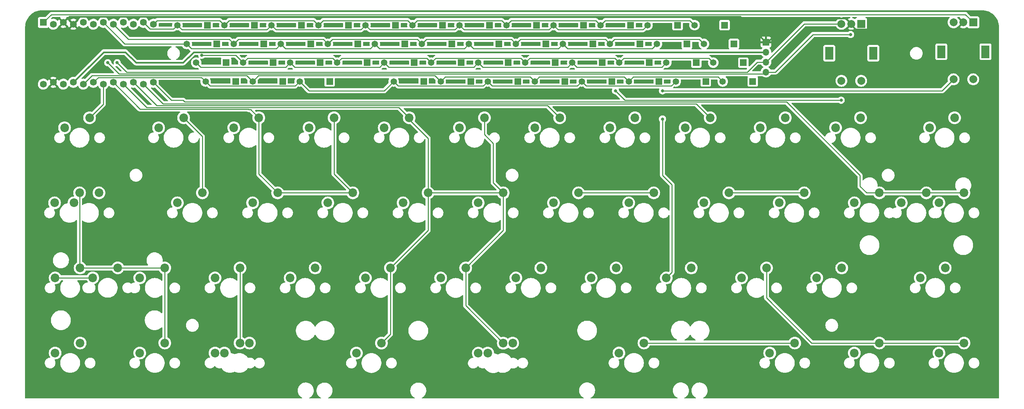
<source format=gbl>
%TF.GenerationSoftware,KiCad,Pcbnew,(6.0.0-0)*%
%TF.CreationDate,2022-06-27T19:03:58+02:00*%
%TF.ProjectId,litl,6c69746c-2e6b-4696-9361-645f70636258,rev?*%
%TF.SameCoordinates,Original*%
%TF.FileFunction,Copper,L2,Bot*%
%TF.FilePolarity,Positive*%
%FSLAX46Y46*%
G04 Gerber Fmt 4.6, Leading zero omitted, Abs format (unit mm)*
G04 Created by KiCad (PCBNEW (6.0.0-0)) date 2022-06-27 19:03:58*
%MOMM*%
%LPD*%
G01*
G04 APERTURE LIST*
%TA.AperFunction,ComponentPad*%
%ADD10C,2.200000*%
%TD*%
%TA.AperFunction,ComponentPad*%
%ADD11C,1.651000*%
%TD*%
%TA.AperFunction,ComponentPad*%
%ADD12R,1.651000X1.651000*%
%TD*%
%TA.AperFunction,WasherPad*%
%ADD13R,2.000000X3.200000*%
%TD*%
%TA.AperFunction,ComponentPad*%
%ADD14R,2.000000X2.000000*%
%TD*%
%TA.AperFunction,ComponentPad*%
%ADD15C,2.000000*%
%TD*%
%TA.AperFunction,ComponentPad*%
%ADD16R,1.700000X1.700000*%
%TD*%
%TA.AperFunction,ComponentPad*%
%ADD17O,1.700000X1.700000*%
%TD*%
%TA.AperFunction,ComponentPad*%
%ADD18R,1.752600X1.752600*%
%TD*%
%TA.AperFunction,ComponentPad*%
%ADD19C,1.752600*%
%TD*%
%TA.AperFunction,ViaPad*%
%ADD20C,0.800000*%
%TD*%
%TA.AperFunction,Conductor*%
%ADD21C,0.254000*%
%TD*%
%TA.AperFunction,Conductor*%
%ADD22C,0.381000*%
%TD*%
%TA.AperFunction,Conductor*%
%ADD23C,0.250000*%
%TD*%
G04 APERTURE END LIST*
D10*
X107590000Y-71320000D03*
X101240000Y-73860000D03*
X98040000Y-90420000D03*
X91690000Y-92960000D03*
D11*
X103627500Y-38200000D03*
D12*
X111247500Y-38200000D03*
D10*
X59840000Y-90420000D03*
X53490000Y-92960000D03*
X47902500Y-90400000D03*
X41552500Y-92940000D03*
D11*
X125115000Y-33425000D03*
D12*
X132735000Y-33425000D03*
D11*
X134665000Y-28650000D03*
D12*
X142285000Y-28650000D03*
D10*
X262777500Y-71320000D03*
X256427500Y-73860000D03*
D11*
X67815000Y-38200000D03*
D12*
X75435000Y-38200000D03*
D10*
X193540000Y-90420000D03*
X187190000Y-92960000D03*
X141015000Y-52220000D03*
X134665000Y-54760000D03*
X219802500Y-109520000D03*
X213452500Y-112060000D03*
D11*
X101240000Y-33425000D03*
D12*
X108860000Y-33425000D03*
D11*
X63040000Y-28650000D03*
D12*
X70660000Y-28650000D03*
D10*
X121915000Y-52220000D03*
X115565000Y-54760000D03*
D11*
X172865000Y-33425000D03*
D12*
X180485000Y-33425000D03*
D10*
X174440000Y-90420000D03*
X168090000Y-92960000D03*
D11*
X77365000Y-33425000D03*
D12*
X84985000Y-33425000D03*
D11*
X115565000Y-38200000D03*
D12*
X123185000Y-38200000D03*
D10*
X136240000Y-90420000D03*
X129890000Y-92960000D03*
X253227500Y-71320000D03*
X246877500Y-73860000D03*
D11*
X165702500Y-42975000D03*
D12*
X173322500Y-42975000D03*
D10*
X181520000Y-109510000D03*
X175170000Y-112050000D03*
X145800000Y-109570000D03*
X139450000Y-112110000D03*
D11*
X79752500Y-38200000D03*
D12*
X87372500Y-38200000D03*
D10*
X38200000Y-71320000D03*
X31850000Y-73860000D03*
X179215000Y-52220000D03*
X172865000Y-54760000D03*
X260390000Y-52220000D03*
X254040000Y-54760000D03*
D11*
X201515000Y-42975000D03*
D12*
X209135000Y-42975000D03*
D11*
X86915000Y-28650000D03*
D12*
X94535000Y-28650000D03*
D10*
X78940000Y-90420000D03*
X72590000Y-92960000D03*
D11*
X196740000Y-33425000D03*
D12*
X204360000Y-33425000D03*
D10*
X117140000Y-90420000D03*
X110790000Y-92960000D03*
X40740000Y-52220000D03*
X34390000Y-54760000D03*
X83715000Y-52220000D03*
X77365000Y-54760000D03*
D11*
X127502500Y-38200000D03*
D12*
X135122500Y-38200000D03*
D11*
X187190000Y-38200000D03*
D12*
X194810000Y-38200000D03*
D11*
X158540000Y-28650000D03*
D12*
X166160000Y-28650000D03*
D10*
X59840000Y-109520000D03*
X53490000Y-112060000D03*
D13*
X228555400Y-35812500D03*
X239755400Y-35812500D03*
D14*
X236655400Y-28312500D03*
D15*
X231655400Y-28312500D03*
X234155400Y-28312500D03*
X231655400Y-42812500D03*
X236655400Y-42812500D03*
D10*
X217415000Y-52220000D03*
X211065000Y-54760000D03*
D11*
X94077500Y-42975000D03*
D12*
X101697500Y-42975000D03*
D11*
X148990000Y-33425000D03*
D12*
X156610000Y-33425000D03*
D11*
X160927500Y-33425000D03*
D12*
X168547500Y-33425000D03*
D10*
X203090000Y-71320000D03*
X196740000Y-73860000D03*
X183990000Y-71320000D03*
X177640000Y-73860000D03*
D11*
X194352500Y-28650000D03*
D12*
X201972500Y-28650000D03*
D11*
X117952500Y-42975000D03*
D12*
X125572500Y-42975000D03*
D11*
X163315000Y-38200000D03*
D12*
X170935000Y-38200000D03*
D10*
X126690000Y-71320000D03*
X120340000Y-73860000D03*
X88490000Y-71320000D03*
X82140000Y-73860000D03*
D11*
X199127500Y-38200000D03*
D12*
X206747500Y-38200000D03*
D13*
X257025000Y-35427000D03*
X268225000Y-35427000D03*
D14*
X265125000Y-27927000D03*
D15*
X260125000Y-27927000D03*
X262625000Y-27927000D03*
X260125000Y-42427000D03*
X265125000Y-42427000D03*
D10*
X102815000Y-52220000D03*
X96465000Y-54760000D03*
D11*
X98852500Y-28650000D03*
D12*
X106472500Y-28650000D03*
D10*
X145790000Y-71320000D03*
X139440000Y-73860000D03*
X262777500Y-109520000D03*
X256427500Y-112060000D03*
D11*
X110790000Y-28650000D03*
D12*
X118410000Y-28650000D03*
D10*
X160115000Y-52220000D03*
X153765000Y-54760000D03*
D11*
X137052500Y-33425000D03*
D12*
X144672500Y-33425000D03*
D10*
X164890000Y-71320000D03*
X158540000Y-73860000D03*
X198315000Y-52220000D03*
X191965000Y-54760000D03*
X38352500Y-109520000D03*
X32002500Y-112060000D03*
X231740000Y-90420000D03*
X225390000Y-92960000D03*
X148177500Y-109530000D03*
X141827500Y-112070000D03*
D11*
X153765000Y-42975000D03*
D12*
X161385000Y-42975000D03*
D11*
X65427500Y-33425000D03*
D12*
X73047500Y-33425000D03*
D11*
X177640000Y-42975000D03*
D12*
X185260000Y-42975000D03*
D10*
X222190000Y-71320000D03*
X215840000Y-73860000D03*
D16*
X212487500Y-32967500D03*
D17*
X212487500Y-35507500D03*
X212487500Y-38047500D03*
X212487500Y-40587500D03*
D10*
X241290000Y-109520000D03*
X234940000Y-112060000D03*
X81327500Y-109520000D03*
X74977500Y-112060000D03*
D11*
X184802500Y-33425000D03*
D12*
X192422500Y-33425000D03*
D10*
X78940000Y-109520000D03*
X72590000Y-112060000D03*
X212640000Y-90420000D03*
X206290000Y-92960000D03*
X114850000Y-109538000D03*
X108500000Y-112078000D03*
D11*
X70202500Y-42975000D03*
D12*
X77822500Y-42975000D03*
D11*
X129890000Y-42975000D03*
D12*
X137510000Y-42975000D03*
D10*
X64615000Y-52220000D03*
X58265000Y-54760000D03*
D11*
X74977500Y-28650000D03*
D12*
X82597500Y-28650000D03*
D11*
X113177500Y-33425000D03*
D12*
X120797500Y-33425000D03*
D11*
X82140000Y-42975000D03*
D12*
X89760000Y-42975000D03*
D10*
X258002500Y-90420000D03*
X251652500Y-92960000D03*
X155340000Y-90420000D03*
X148990000Y-92960000D03*
D11*
X170477500Y-28650000D03*
D12*
X178097500Y-28650000D03*
D11*
X141827500Y-42975000D03*
D12*
X149447500Y-42975000D03*
D11*
X151377500Y-38200000D03*
D12*
X158997500Y-38200000D03*
D11*
X91690000Y-38200000D03*
D12*
X99310000Y-38200000D03*
D10*
X38352500Y-90420000D03*
X32002500Y-92960000D03*
D11*
X139440000Y-38200000D03*
D12*
X147060000Y-38200000D03*
D10*
X236515000Y-52220000D03*
X230165000Y-54760000D03*
D11*
X89302500Y-33425000D03*
D12*
X96922500Y-33425000D03*
D11*
X182415000Y-28650000D03*
D12*
X190035000Y-28650000D03*
D10*
X69390000Y-71320000D03*
X63040000Y-73860000D03*
D11*
X122727500Y-28650000D03*
D12*
X130347500Y-28650000D03*
D11*
X146602500Y-28650000D03*
D12*
X154222500Y-28650000D03*
D11*
X175252500Y-38200000D03*
D12*
X182872500Y-38200000D03*
D11*
X189577500Y-42975000D03*
D12*
X197197500Y-42975000D03*
D10*
X43127500Y-71320000D03*
X36777500Y-73860000D03*
X241290000Y-71320000D03*
X234940000Y-73860000D03*
D18*
X29005000Y-27963900D03*
D19*
X31545000Y-28421100D03*
X34085000Y-27963900D03*
X36625000Y-28421100D03*
X39165000Y-27963900D03*
X41705000Y-28421100D03*
X44245000Y-27963900D03*
X46785000Y-28421100D03*
X49325000Y-27963900D03*
X51865000Y-28421100D03*
X54405000Y-27963900D03*
X56945000Y-28421100D03*
X56945000Y-43203900D03*
X54405000Y-43661100D03*
X51865000Y-43203900D03*
X49325000Y-43661100D03*
X46785000Y-43203900D03*
X44245000Y-43661100D03*
X41705000Y-43203900D03*
X39165000Y-43661100D03*
X36625000Y-43203900D03*
X34085000Y-43661100D03*
X31545000Y-43203900D03*
X29005000Y-43661100D03*
D20*
X69237500Y-36297500D03*
X186225000Y-52525000D03*
X186225000Y-45362500D03*
X47750000Y-38200000D03*
X45362500Y-38200000D03*
X233975000Y-31037500D03*
X174287500Y-45362500D03*
X231587500Y-47750000D03*
D21*
X129890000Y-42975000D02*
X128409540Y-41494540D01*
X128409540Y-41494540D02*
X83620460Y-41494540D01*
X83620460Y-41494540D02*
X82140000Y-42975000D01*
X94077500Y-42975000D02*
X96465000Y-45362500D01*
X96465000Y-45362500D02*
X115565000Y-45362500D01*
X115565000Y-45362500D02*
X117952500Y-42975000D01*
X86915000Y-28650000D02*
X88067011Y-29802011D01*
X56065011Y-29623911D02*
X62066089Y-29623911D01*
X64192011Y-29802011D02*
X85762989Y-29802011D01*
X134665000Y-28650000D02*
X135817011Y-29802011D01*
X63040000Y-28650000D02*
X64192011Y-29802011D01*
X88067011Y-29802011D02*
X109637989Y-29802011D01*
X109637989Y-29802011D02*
X110790000Y-28650000D01*
X111942011Y-29802011D02*
X133512989Y-29802011D01*
X54405000Y-27963900D02*
X56065011Y-29623911D01*
X135817011Y-29802011D02*
X157387989Y-29802011D01*
X158540000Y-28650000D02*
X159692011Y-29802011D01*
X85762989Y-29802011D02*
X86915000Y-28650000D01*
X157387989Y-29802011D02*
X158540000Y-28650000D01*
X110790000Y-28650000D02*
X111942011Y-29802011D01*
X181262989Y-29802011D02*
X182415000Y-28650000D01*
X62066089Y-29623911D02*
X63040000Y-28650000D01*
X133512989Y-29802011D02*
X134665000Y-28650000D01*
X159692011Y-29802011D02*
X181262989Y-29802011D01*
X97700489Y-27497989D02*
X98852500Y-28650000D01*
X56945000Y-28421100D02*
X57868111Y-27497989D01*
X145450489Y-27497989D02*
X146602500Y-28650000D01*
X123879511Y-27497989D02*
X145450489Y-27497989D01*
X147754511Y-27497989D02*
X169325489Y-27497989D01*
X73825489Y-27497989D02*
X74977500Y-28650000D01*
X146602500Y-28650000D02*
X147754511Y-27497989D01*
X121575489Y-27497989D02*
X122727500Y-28650000D01*
X76129511Y-27497989D02*
X97700489Y-27497989D01*
X74977500Y-28650000D02*
X76129511Y-27497989D01*
X193200489Y-27497989D02*
X194352500Y-28650000D01*
X170477500Y-28650000D02*
X171629511Y-27497989D01*
X122727500Y-28650000D02*
X123879511Y-27497989D01*
X98852500Y-28650000D02*
X100004511Y-27497989D01*
X171629511Y-27497989D02*
X193200489Y-27497989D01*
X57868111Y-27497989D02*
X73825489Y-27497989D01*
X169325489Y-27497989D02*
X170477500Y-28650000D01*
X100004511Y-27497989D02*
X121575489Y-27497989D01*
X114329511Y-34577011D02*
X135900489Y-34577011D01*
X90454511Y-34577011D02*
X112025489Y-34577011D01*
X89302500Y-33425000D02*
X90454511Y-34577011D01*
X65427500Y-33425000D02*
X49706100Y-33425000D01*
X65427500Y-33425000D02*
X66579511Y-34577011D01*
X160927500Y-33425000D02*
X162079511Y-34577011D01*
X137052500Y-33425000D02*
X138204511Y-34577011D01*
X113177500Y-33425000D02*
X114329511Y-34577011D01*
X162079511Y-34577011D02*
X183650489Y-34577011D01*
X135900489Y-34577011D02*
X137052500Y-33425000D01*
X66579511Y-34577011D02*
X88150489Y-34577011D01*
X112025489Y-34577011D02*
X113177500Y-33425000D01*
X183650489Y-34577011D02*
X184802500Y-33425000D01*
X49706100Y-33425000D02*
X44245000Y-27963900D01*
X88150489Y-34577011D02*
X89302500Y-33425000D01*
X138204511Y-34577011D02*
X159775489Y-34577011D01*
X159775489Y-34577011D02*
X160927500Y-33425000D01*
X148990000Y-33425000D02*
X147837989Y-32272989D01*
X150142011Y-32272989D02*
X148990000Y-33425000D01*
X196740000Y-33425000D02*
X195587989Y-32272989D01*
X46785000Y-28421100D02*
X50636889Y-32272989D01*
X50636889Y-32272989D02*
X76212989Y-32272989D01*
X172865000Y-33425000D02*
X171712989Y-32272989D01*
X101240000Y-33425000D02*
X100087989Y-32272989D01*
X171712989Y-32272989D02*
X150142011Y-32272989D01*
X76212989Y-32272989D02*
X77365000Y-33425000D01*
X195587989Y-32272989D02*
X174017011Y-32272989D01*
X147837989Y-32272989D02*
X126267011Y-32272989D01*
X125115000Y-33425000D02*
X123962989Y-32272989D01*
X174017011Y-32272989D02*
X172865000Y-33425000D01*
X100087989Y-32272989D02*
X78517011Y-32272989D01*
X102392011Y-32272989D02*
X101240000Y-33425000D01*
X126267011Y-32272989D02*
X125115000Y-33425000D01*
X123962989Y-32272989D02*
X102392011Y-32272989D01*
X78517011Y-32272989D02*
X77365000Y-33425000D01*
X114412989Y-39352011D02*
X115565000Y-38200000D01*
X163315000Y-38200000D02*
X164467011Y-39352011D01*
X139440000Y-38200000D02*
X140592011Y-39352011D01*
X92842011Y-39352011D02*
X114412989Y-39352011D01*
X162162989Y-39352011D02*
X163315000Y-38200000D01*
X140592011Y-39352011D02*
X162162989Y-39352011D01*
X186037989Y-39352011D02*
X187190000Y-38200000D01*
X115565000Y-38200000D02*
X116717011Y-39352011D01*
X138287989Y-39352011D02*
X139440000Y-38200000D01*
X67815000Y-38200000D02*
X68967011Y-39352011D01*
X116717011Y-39352011D02*
X138287989Y-39352011D01*
X90537989Y-39352011D02*
X91690000Y-38200000D01*
X164467011Y-39352011D02*
X186037989Y-39352011D01*
X91690000Y-38200000D02*
X92842011Y-39352011D01*
X68967011Y-39352011D02*
X90537989Y-39352011D01*
X41552500Y-92940000D02*
X32022500Y-92940000D01*
X32022500Y-92940000D02*
X32002500Y-92960000D01*
X126350489Y-37047989D02*
X104779511Y-37047989D01*
X151377500Y-38200000D02*
X152529511Y-37047989D01*
X150225489Y-37047989D02*
X128654511Y-37047989D01*
X174100489Y-37047989D02*
X175252500Y-38200000D01*
X152529511Y-37047989D02*
X174100489Y-37047989D01*
X128654511Y-37047989D02*
X127502500Y-38200000D01*
X151377500Y-38200000D02*
X150225489Y-37047989D01*
X197975489Y-37047989D02*
X176404511Y-37047989D01*
X127502500Y-38200000D02*
X126350489Y-37047989D01*
X104779511Y-37047989D02*
X103627500Y-38200000D01*
X176404511Y-37047989D02*
X175252500Y-38200000D01*
X69237500Y-36297500D02*
X77850000Y-36297500D01*
X77850000Y-36297500D02*
X79752500Y-38200000D01*
X199127500Y-38200000D02*
X197975489Y-37047989D01*
X80904511Y-37047989D02*
X79752500Y-38200000D01*
X102475489Y-37047989D02*
X80904511Y-37047989D01*
X103627500Y-38200000D02*
X102475489Y-37047989D01*
X186225000Y-52525000D02*
X186225000Y-66850000D01*
X188612500Y-69237500D02*
X188612500Y-91537500D01*
X186225000Y-66850000D02*
X188612500Y-69237500D01*
X188612500Y-91537500D02*
X187190000Y-92960000D01*
X164550489Y-44127011D02*
X165702500Y-42975000D01*
X141827500Y-42975000D02*
X142979511Y-44127011D01*
X41705000Y-43203900D02*
X42960840Y-41948060D01*
X165702500Y-42975000D02*
X166854511Y-44127011D01*
X92925489Y-44127011D02*
X94077500Y-42975000D01*
X70202500Y-42975000D02*
X71354511Y-44127011D01*
X71354511Y-44127011D02*
X92925489Y-44127011D01*
X188425489Y-44127011D02*
X189577500Y-42975000D01*
X42960840Y-41948060D02*
X69175560Y-41948060D01*
X142979511Y-44127011D02*
X164550489Y-44127011D01*
X117952500Y-42975000D02*
X119104511Y-44127011D01*
X140675489Y-44127011D02*
X141827500Y-42975000D01*
X69175560Y-41948060D02*
X70202500Y-42975000D01*
X119104511Y-44127011D02*
X140675489Y-44127011D01*
X166854511Y-44127011D02*
X188425489Y-44127011D01*
X152612989Y-41822989D02*
X131042011Y-41822989D01*
X178792011Y-41822989D02*
X177640000Y-42975000D01*
X80659540Y-41494540D02*
X82140000Y-42975000D01*
X176487989Y-41822989D02*
X154917011Y-41822989D01*
X131042011Y-41822989D02*
X129890000Y-42975000D01*
X153765000Y-42975000D02*
X152612989Y-41822989D01*
X200362989Y-41822989D02*
X178792011Y-41822989D01*
X39165000Y-43661100D02*
X41331560Y-41494540D01*
X41331560Y-41494540D02*
X80659540Y-41494540D01*
X154917011Y-41822989D02*
X153765000Y-42975000D01*
X201515000Y-42975000D02*
X200362989Y-41822989D01*
X177640000Y-42975000D02*
X176487989Y-41822989D01*
X257189500Y-45362500D02*
X186225000Y-45362500D01*
X260125000Y-42427000D02*
X257189500Y-45362500D01*
D22*
X49832500Y-35507500D02*
X44321400Y-35507500D01*
X67155000Y-35507500D02*
X64462500Y-38200000D01*
X44321400Y-35507500D02*
X36625000Y-43203900D01*
X64462500Y-38200000D02*
X52525000Y-38200000D01*
X52525000Y-38200000D02*
X49832500Y-35507500D01*
X212487500Y-35507500D02*
X212182500Y-35507500D01*
X212182500Y-35507500D02*
X67155000Y-35507500D01*
D21*
X231655400Y-28312500D02*
X222222500Y-28312500D01*
X50137500Y-40587500D02*
X47750000Y-38200000D01*
X207712500Y-40587500D02*
X50137500Y-40587500D01*
X212487500Y-38047500D02*
X210252500Y-38047500D01*
X222222500Y-28312500D02*
X212487500Y-38047500D01*
X210252500Y-38047500D02*
X207712500Y-40587500D01*
X233975000Y-31037500D02*
X224425000Y-31037500D01*
X48203520Y-41041020D02*
X45362500Y-38200000D01*
X212033980Y-41041020D02*
X48203520Y-41041020D01*
X212487500Y-40587500D02*
X212033980Y-41041020D01*
X224425000Y-31037500D02*
X214875000Y-40587500D01*
X214875000Y-40587500D02*
X212487500Y-40587500D01*
D23*
X69390000Y-56995000D02*
X64615000Y-52220000D01*
X69390000Y-71320000D02*
X69390000Y-56995000D01*
X47922500Y-90420000D02*
X47902500Y-90400000D01*
X38352500Y-90420000D02*
X47882500Y-90420000D01*
X38212979Y-90280479D02*
X38212979Y-71332979D01*
X38352500Y-90420000D02*
X38212979Y-90280479D01*
X47882500Y-90420000D02*
X47902500Y-90400000D01*
D21*
X44245000Y-48715000D02*
X40740000Y-52220000D01*
X44245000Y-43661100D02*
X44245000Y-48715000D01*
D23*
X59840000Y-90420000D02*
X47922500Y-90420000D01*
X38212979Y-71332979D02*
X38200000Y-71320000D01*
D21*
X59840000Y-109520000D02*
X59840000Y-90420000D01*
X53598700Y-50017600D02*
X46785000Y-43203900D01*
X102815000Y-66545000D02*
X107590000Y-71320000D01*
D23*
X78940000Y-90420000D02*
X78940000Y-109520000D01*
X88490000Y-71320000D02*
X107590000Y-71320000D01*
D21*
X83715000Y-52220000D02*
X81632500Y-50137500D01*
X81055100Y-50017600D02*
X53598700Y-50017600D01*
X83715000Y-66545000D02*
X88490000Y-71320000D01*
X83715000Y-52220000D02*
X83715000Y-66545000D01*
X102815000Y-52220000D02*
X102815000Y-66545000D01*
X81632500Y-50137500D02*
X81175000Y-50137500D01*
X81175000Y-50137500D02*
X81055100Y-50017600D01*
D23*
X143250000Y-68780000D02*
X143250000Y-58726735D01*
D21*
X121915000Y-52220000D02*
X119259080Y-49564080D01*
X55227980Y-49564080D02*
X49325000Y-43661100D01*
X114850000Y-109538000D02*
X117140000Y-107248000D01*
D23*
X136240000Y-90420000D02*
X136240000Y-100010000D01*
D21*
X121915000Y-52220000D02*
X121915000Y-52372500D01*
D23*
X126690000Y-71320000D02*
X126690000Y-80870000D01*
X136240000Y-90420000D02*
X145790000Y-80870000D01*
X126690000Y-80870000D02*
X117140000Y-90420000D01*
D21*
X121915000Y-52372500D02*
X121762500Y-52525000D01*
D23*
X145790000Y-71320000D02*
X143250000Y-68780000D01*
X145790000Y-80870000D02*
X145790000Y-71320000D01*
X143250000Y-58726735D02*
X141015000Y-56491735D01*
D21*
X121762500Y-52525000D02*
X126690000Y-57452500D01*
X117140000Y-107248000D02*
X117140000Y-90420000D01*
D23*
X136240000Y-100010000D02*
X145800000Y-109570000D01*
X126690000Y-71320000D02*
X145790000Y-71320000D01*
D21*
X119259080Y-49564080D02*
X55227980Y-49564080D01*
X126690000Y-57452500D02*
X126690000Y-71320000D01*
D23*
X141015000Y-56491735D02*
X141015000Y-52220000D01*
X219792500Y-109510000D02*
X219802500Y-109520000D01*
D21*
X157005560Y-49110560D02*
X57771660Y-49110560D01*
D23*
X164890000Y-71320000D02*
X183990000Y-71320000D01*
X181520000Y-109510000D02*
X219792500Y-109510000D01*
D21*
X160115000Y-52220000D02*
X157005560Y-49110560D01*
X57771660Y-49110560D02*
X51865000Y-43203900D01*
X59400940Y-48657040D02*
X54405000Y-43661100D01*
D23*
X241290000Y-109520000D02*
X262777500Y-109520000D01*
D21*
X194752040Y-48657040D02*
X59400940Y-48657040D01*
D23*
X203090000Y-71320000D02*
X222190000Y-71320000D01*
X224120000Y-109520000D02*
X241290000Y-109520000D01*
X212640000Y-90420000D02*
X212640000Y-98040000D01*
D21*
X198315000Y-52220000D02*
X194752040Y-48657040D01*
D23*
X212640000Y-98040000D02*
X224120000Y-109520000D01*
D21*
X64916020Y-48203520D02*
X217716020Y-48203520D01*
X64462500Y-47750000D02*
X64916020Y-48203520D01*
X56945000Y-43203900D02*
X61491100Y-47750000D01*
X236362500Y-66850000D02*
X236362500Y-69664158D01*
X238018342Y-71320000D02*
X241290000Y-71320000D01*
D23*
X253227500Y-71320000D02*
X262777500Y-71320000D01*
D21*
X236362500Y-69664158D02*
X238018342Y-71320000D01*
X61491100Y-47750000D02*
X64462500Y-47750000D01*
D23*
X241290000Y-71320000D02*
X253227500Y-71320000D01*
D21*
X217716020Y-48203520D02*
X236362500Y-66850000D01*
X265125000Y-27927000D02*
X263149950Y-25951950D01*
X31016950Y-25951950D02*
X29005000Y-27963900D01*
X263149950Y-25951950D02*
X31016950Y-25951950D01*
X176675000Y-47750000D02*
X174287500Y-45362500D01*
X231587500Y-47750000D02*
X176675000Y-47750000D01*
D22*
X232765389Y-26922489D02*
X218990011Y-26922489D01*
X235265389Y-29702511D02*
X234155400Y-28592522D01*
X262625000Y-27927000D02*
X260849489Y-29702511D01*
X218990011Y-26922489D02*
X212945000Y-32967500D01*
X260849489Y-29702511D02*
X235265389Y-29702511D01*
X234155400Y-28312500D02*
X232765389Y-26922489D01*
X35579930Y-26468970D02*
X34085000Y-27963900D01*
X212487500Y-32967500D02*
X205988970Y-26468970D01*
X234155400Y-28592522D02*
X234155400Y-28312500D01*
X212945000Y-32967500D02*
X212487500Y-32967500D01*
X205988970Y-26468970D02*
X35579930Y-26468970D01*
%TA.AperFunction,Conductor*%
G36*
X267370057Y-24884500D02*
G01*
X267384858Y-24886805D01*
X267384861Y-24886805D01*
X267393730Y-24888186D01*
X267413626Y-24885584D01*
X267435784Y-24884654D01*
X267787891Y-24900933D01*
X267799480Y-24902007D01*
X268178295Y-24954850D01*
X268189735Y-24956989D01*
X268562059Y-25044558D01*
X268573235Y-25047738D01*
X268754569Y-25108515D01*
X268935894Y-25169290D01*
X268946746Y-25173494D01*
X269296641Y-25327987D01*
X269307059Y-25333175D01*
X269641191Y-25519285D01*
X269651085Y-25525410D01*
X269669791Y-25538224D01*
X269966636Y-25741568D01*
X269975924Y-25748582D01*
X270270184Y-25992933D01*
X270278784Y-26000774D01*
X270549226Y-26271216D01*
X270557067Y-26279816D01*
X270801418Y-26574076D01*
X270808432Y-26583364D01*
X270890264Y-26702824D01*
X271021835Y-26894893D01*
X271024589Y-26898914D01*
X271030714Y-26908807D01*
X271064734Y-26969885D01*
X271216825Y-27242941D01*
X271222013Y-27253359D01*
X271376506Y-27603254D01*
X271380710Y-27614106D01*
X271436240Y-27779783D01*
X271501987Y-27975943D01*
X271502259Y-27976756D01*
X271505442Y-27987941D01*
X271581511Y-28311368D01*
X271593011Y-28360265D01*
X271595150Y-28371705D01*
X271647993Y-28750520D01*
X271649067Y-28762109D01*
X271665003Y-29106816D01*
X271663638Y-29132015D01*
X271661814Y-29143730D01*
X271662978Y-29152632D01*
X271662978Y-29152635D01*
X271665936Y-29175251D01*
X271667000Y-29191589D01*
X271667000Y-123516000D01*
X271646998Y-123584121D01*
X271593342Y-123630614D01*
X271541000Y-123642000D01*
X196652687Y-123642000D01*
X196584566Y-123621998D01*
X196538073Y-123568342D01*
X196527969Y-123498068D01*
X196557463Y-123433488D01*
X196593534Y-123404749D01*
X196713830Y-123340787D01*
X196713836Y-123340783D01*
X196717722Y-123338717D01*
X196721282Y-123336130D01*
X196721286Y-123336128D01*
X196944238Y-123174145D01*
X196944241Y-123174142D01*
X196947801Y-123171556D01*
X196965831Y-123154145D01*
X197149210Y-122977057D01*
X197149214Y-122977053D01*
X197152375Y-122974000D01*
X197165613Y-122957057D01*
X197324753Y-122753367D01*
X197327465Y-122749896D01*
X197365320Y-122684329D01*
X197467456Y-122507425D01*
X197467459Y-122507420D01*
X197469661Y-122503605D01*
X197471311Y-122499521D01*
X197471314Y-122499515D01*
X197574547Y-122244002D01*
X197576196Y-122239921D01*
X197582248Y-122215650D01*
X197614242Y-122087328D01*
X197644997Y-121963976D01*
X197646651Y-121948247D01*
X197674265Y-121685510D01*
X197674265Y-121685507D01*
X197674724Y-121681141D01*
X197674571Y-121676747D01*
X197664953Y-121401319D01*
X197664952Y-121401313D01*
X197664799Y-121396922D01*
X197661273Y-121376922D01*
X197617588Y-121129173D01*
X197615415Y-121116850D01*
X197614060Y-121112679D01*
X197614058Y-121112672D01*
X197528894Y-120850566D01*
X197527533Y-120846377D01*
X197519822Y-120830566D01*
X197408692Y-120602719D01*
X197402863Y-120590767D01*
X197400408Y-120587128D01*
X197400405Y-120587122D01*
X197249229Y-120362995D01*
X197243833Y-120354995D01*
X197053537Y-120143650D01*
X196835680Y-119960846D01*
X196594502Y-119810141D01*
X196334696Y-119694469D01*
X196061321Y-119616079D01*
X196056967Y-119615467D01*
X196056962Y-119615466D01*
X195883333Y-119591065D01*
X195779696Y-119576500D01*
X195566482Y-119576500D01*
X195564296Y-119576653D01*
X195564292Y-119576653D01*
X195358185Y-119591065D01*
X195358180Y-119591066D01*
X195353800Y-119591372D01*
X195075623Y-119650501D01*
X195071494Y-119652004D01*
X195071490Y-119652005D01*
X194812526Y-119746260D01*
X194812522Y-119746262D01*
X194808381Y-119747769D01*
X194804491Y-119749837D01*
X194804485Y-119749840D01*
X194561170Y-119879213D01*
X194561164Y-119879217D01*
X194557278Y-119881283D01*
X194553718Y-119883870D01*
X194553714Y-119883872D01*
X194330762Y-120045855D01*
X194327199Y-120048444D01*
X194324035Y-120051500D01*
X194324032Y-120051502D01*
X194125790Y-120242943D01*
X194125786Y-120242947D01*
X194122625Y-120246000D01*
X194119918Y-120249465D01*
X194119916Y-120249467D01*
X194009596Y-120390670D01*
X193947535Y-120470104D01*
X193945332Y-120473920D01*
X193814525Y-120700485D01*
X193805339Y-120716395D01*
X193803689Y-120720479D01*
X193803686Y-120720485D01*
X193749591Y-120854377D01*
X193698804Y-120980079D01*
X193630003Y-121256024D01*
X193629544Y-121260392D01*
X193629543Y-121260397D01*
X193617751Y-121372592D01*
X193600276Y-121538859D01*
X193600429Y-121543247D01*
X193600429Y-121543253D01*
X193609654Y-121807408D01*
X193610201Y-121823078D01*
X193610963Y-121827401D01*
X193610964Y-121827408D01*
X193635798Y-121968247D01*
X193659585Y-122103150D01*
X193660940Y-122107321D01*
X193660942Y-122107328D01*
X193706624Y-122247921D01*
X193747467Y-122373623D01*
X193749395Y-122377576D01*
X193749397Y-122377581D01*
X193753299Y-122385581D01*
X193872137Y-122629233D01*
X193874592Y-122632872D01*
X193874595Y-122632878D01*
X193937461Y-122726080D01*
X194031167Y-122865005D01*
X194221463Y-123076350D01*
X194439320Y-123259154D01*
X194443052Y-123261486D01*
X194679357Y-123409146D01*
X194726527Y-123462207D01*
X194737522Y-123532347D01*
X194708851Y-123597297D01*
X194649617Y-123636436D01*
X194612587Y-123642000D01*
X191857573Y-123642000D01*
X191789452Y-123621998D01*
X191742959Y-123568342D01*
X191732855Y-123498068D01*
X191762349Y-123433488D01*
X191798418Y-123404750D01*
X191960222Y-123318717D01*
X191963782Y-123316130D01*
X191963786Y-123316128D01*
X192186738Y-123154145D01*
X192186741Y-123154142D01*
X192190301Y-123151556D01*
X192256965Y-123087179D01*
X192391710Y-122957057D01*
X192391714Y-122957053D01*
X192394875Y-122954000D01*
X192569965Y-122729896D01*
X192628083Y-122629233D01*
X192709956Y-122487425D01*
X192709959Y-122487420D01*
X192712161Y-122483605D01*
X192713811Y-122479521D01*
X192713814Y-122479515D01*
X192817047Y-122224002D01*
X192818696Y-122219921D01*
X192887497Y-121943976D01*
X192917224Y-121661141D01*
X192913387Y-121551253D01*
X192907453Y-121381319D01*
X192907452Y-121381313D01*
X192907299Y-121376922D01*
X192885229Y-121251753D01*
X192862115Y-121120672D01*
X192857915Y-121096850D01*
X192856560Y-121092679D01*
X192856558Y-121092672D01*
X192771394Y-120830566D01*
X192770033Y-120826377D01*
X192645363Y-120570767D01*
X192642908Y-120567128D01*
X192642905Y-120567122D01*
X192488792Y-120338641D01*
X192486333Y-120334995D01*
X192296037Y-120123650D01*
X192078180Y-119940846D01*
X191837002Y-119790141D01*
X191577196Y-119674469D01*
X191303821Y-119596079D01*
X191299467Y-119595467D01*
X191299462Y-119595466D01*
X191125833Y-119571065D01*
X191022196Y-119556500D01*
X190808982Y-119556500D01*
X190806796Y-119556653D01*
X190806792Y-119556653D01*
X190600685Y-119571065D01*
X190600680Y-119571066D01*
X190596300Y-119571372D01*
X190318123Y-119630501D01*
X190313994Y-119632004D01*
X190313990Y-119632005D01*
X190055026Y-119726260D01*
X190055022Y-119726262D01*
X190050881Y-119727769D01*
X190046991Y-119729837D01*
X190046985Y-119729840D01*
X189803670Y-119859213D01*
X189803664Y-119859217D01*
X189799778Y-119861283D01*
X189796218Y-119863870D01*
X189796214Y-119863872D01*
X189573262Y-120025855D01*
X189569699Y-120028444D01*
X189566535Y-120031500D01*
X189566532Y-120031502D01*
X189368290Y-120222943D01*
X189368286Y-120222947D01*
X189365125Y-120226000D01*
X189362418Y-120229465D01*
X189362416Y-120229467D01*
X189349499Y-120246000D01*
X189190035Y-120450104D01*
X189187832Y-120453920D01*
X189106542Y-120594719D01*
X189047839Y-120696395D01*
X189046189Y-120700479D01*
X189046186Y-120700485D01*
X188987242Y-120846377D01*
X188941304Y-120960079D01*
X188940240Y-120964348D01*
X188940239Y-120964350D01*
X188934323Y-120988079D01*
X188872503Y-121236024D01*
X188872044Y-121240392D01*
X188872043Y-121240397D01*
X188870401Y-121256024D01*
X188842776Y-121518859D01*
X188842929Y-121523247D01*
X188842929Y-121523253D01*
X188848875Y-121693510D01*
X188852701Y-121803078D01*
X188853463Y-121807401D01*
X188853464Y-121807408D01*
X188881711Y-121967603D01*
X188902085Y-122083150D01*
X188903440Y-122087321D01*
X188903442Y-122087328D01*
X188954349Y-122244002D01*
X188989967Y-122353623D01*
X188991895Y-122357576D01*
X188991897Y-122357581D01*
X189005554Y-122385581D01*
X189114637Y-122609233D01*
X189117092Y-122612872D01*
X189117095Y-122612878D01*
X189224199Y-122771665D01*
X189273667Y-122845005D01*
X189276611Y-122848274D01*
X189276612Y-122848276D01*
X189315894Y-122891903D01*
X189463963Y-123056350D01*
X189681820Y-123239154D01*
X189922998Y-123389859D01*
X189947730Y-123400870D01*
X189947781Y-123400893D01*
X190001877Y-123446873D01*
X190022527Y-123514800D01*
X190003175Y-123583108D01*
X189949964Y-123630110D01*
X189896533Y-123642000D01*
X168057573Y-123642000D01*
X167989452Y-123621998D01*
X167942959Y-123568342D01*
X167932855Y-123498068D01*
X167962349Y-123433488D01*
X167998418Y-123404750D01*
X168160222Y-123318717D01*
X168163782Y-123316130D01*
X168163786Y-123316128D01*
X168386738Y-123154145D01*
X168386741Y-123154142D01*
X168390301Y-123151556D01*
X168456965Y-123087179D01*
X168591710Y-122957057D01*
X168591714Y-122957053D01*
X168594875Y-122954000D01*
X168769965Y-122729896D01*
X168828083Y-122629233D01*
X168909956Y-122487425D01*
X168909959Y-122487420D01*
X168912161Y-122483605D01*
X168913811Y-122479521D01*
X168913814Y-122479515D01*
X169017047Y-122224002D01*
X169018696Y-122219921D01*
X169087497Y-121943976D01*
X169117224Y-121661141D01*
X169113387Y-121551253D01*
X169107453Y-121381319D01*
X169107452Y-121381313D01*
X169107299Y-121376922D01*
X169085229Y-121251753D01*
X169062115Y-121120672D01*
X169057915Y-121096850D01*
X169056560Y-121092679D01*
X169056558Y-121092672D01*
X168971394Y-120830566D01*
X168970033Y-120826377D01*
X168845363Y-120570767D01*
X168842908Y-120567128D01*
X168842905Y-120567122D01*
X168688792Y-120338641D01*
X168686333Y-120334995D01*
X168496037Y-120123650D01*
X168278180Y-119940846D01*
X168037002Y-119790141D01*
X167777196Y-119674469D01*
X167503821Y-119596079D01*
X167499467Y-119595467D01*
X167499462Y-119595466D01*
X167325833Y-119571065D01*
X167222196Y-119556500D01*
X167008982Y-119556500D01*
X167006796Y-119556653D01*
X167006792Y-119556653D01*
X166800685Y-119571065D01*
X166800680Y-119571066D01*
X166796300Y-119571372D01*
X166518123Y-119630501D01*
X166513994Y-119632004D01*
X166513990Y-119632005D01*
X166255026Y-119726260D01*
X166255022Y-119726262D01*
X166250881Y-119727769D01*
X166246991Y-119729837D01*
X166246985Y-119729840D01*
X166003670Y-119859213D01*
X166003664Y-119859217D01*
X165999778Y-119861283D01*
X165996218Y-119863870D01*
X165996214Y-119863872D01*
X165773262Y-120025855D01*
X165769699Y-120028444D01*
X165766535Y-120031500D01*
X165766532Y-120031502D01*
X165568290Y-120222943D01*
X165568286Y-120222947D01*
X165565125Y-120226000D01*
X165562418Y-120229465D01*
X165562416Y-120229467D01*
X165549499Y-120246000D01*
X165390035Y-120450104D01*
X165387832Y-120453920D01*
X165306542Y-120594719D01*
X165247839Y-120696395D01*
X165246189Y-120700479D01*
X165246186Y-120700485D01*
X165187242Y-120846377D01*
X165141304Y-120960079D01*
X165140240Y-120964348D01*
X165140239Y-120964350D01*
X165134323Y-120988079D01*
X165072503Y-121236024D01*
X165072044Y-121240392D01*
X165072043Y-121240397D01*
X165070401Y-121256024D01*
X165042776Y-121518859D01*
X165042929Y-121523247D01*
X165042929Y-121523253D01*
X165048875Y-121693510D01*
X165052701Y-121803078D01*
X165053463Y-121807401D01*
X165053464Y-121807408D01*
X165081711Y-121967603D01*
X165102085Y-122083150D01*
X165103440Y-122087321D01*
X165103442Y-122087328D01*
X165154349Y-122244002D01*
X165189967Y-122353623D01*
X165191895Y-122357576D01*
X165191897Y-122357581D01*
X165205554Y-122385581D01*
X165314637Y-122609233D01*
X165317092Y-122612872D01*
X165317095Y-122612878D01*
X165424199Y-122771665D01*
X165473667Y-122845005D01*
X165476611Y-122848274D01*
X165476612Y-122848276D01*
X165515894Y-122891903D01*
X165663963Y-123056350D01*
X165881820Y-123239154D01*
X166122998Y-123389859D01*
X166147730Y-123400870D01*
X166147781Y-123400893D01*
X166201877Y-123446873D01*
X166222527Y-123514800D01*
X166203175Y-123583108D01*
X166149964Y-123630110D01*
X166096533Y-123642000D01*
X125240233Y-123642000D01*
X125172112Y-123621998D01*
X125125619Y-123568342D01*
X125115515Y-123498068D01*
X125145009Y-123433488D01*
X125181077Y-123404750D01*
X125290222Y-123346717D01*
X125293782Y-123344130D01*
X125293786Y-123344128D01*
X125516738Y-123182145D01*
X125516741Y-123182142D01*
X125520301Y-123179556D01*
X125523468Y-123176498D01*
X125721710Y-122985057D01*
X125721714Y-122985053D01*
X125724875Y-122982000D01*
X125731126Y-122974000D01*
X125897253Y-122761367D01*
X125899965Y-122757896D01*
X125969630Y-122637233D01*
X126039956Y-122515425D01*
X126039959Y-122515420D01*
X126042161Y-122511605D01*
X126043811Y-122507521D01*
X126043814Y-122507515D01*
X126147047Y-122252002D01*
X126148696Y-122247921D01*
X126217497Y-121971976D01*
X126218798Y-121959603D01*
X126246765Y-121693510D01*
X126246765Y-121693507D01*
X126247224Y-121689141D01*
X126246945Y-121681141D01*
X126237453Y-121409319D01*
X126237452Y-121409313D01*
X126237299Y-121404922D01*
X126235889Y-121396922D01*
X126188677Y-121129173D01*
X126187915Y-121124850D01*
X126186560Y-121120679D01*
X126186558Y-121120672D01*
X126101394Y-120858566D01*
X126100033Y-120854377D01*
X126096132Y-120846377D01*
X126024974Y-120700485D01*
X125975363Y-120598767D01*
X125972908Y-120595128D01*
X125972905Y-120595122D01*
X125818792Y-120366641D01*
X125816333Y-120362995D01*
X125788177Y-120331724D01*
X125710990Y-120246000D01*
X125626037Y-120151650D01*
X125408180Y-119968846D01*
X125167002Y-119818141D01*
X124907196Y-119702469D01*
X124633821Y-119624079D01*
X124629467Y-119623467D01*
X124629462Y-119623466D01*
X124455833Y-119599065D01*
X124352196Y-119584500D01*
X124138982Y-119584500D01*
X124136796Y-119584653D01*
X124136792Y-119584653D01*
X123930685Y-119599065D01*
X123930680Y-119599066D01*
X123926300Y-119599372D01*
X123648123Y-119658501D01*
X123643994Y-119660004D01*
X123643990Y-119660005D01*
X123385026Y-119754260D01*
X123385022Y-119754262D01*
X123380881Y-119755769D01*
X123376991Y-119757837D01*
X123376985Y-119757840D01*
X123133670Y-119887213D01*
X123133664Y-119887217D01*
X123129778Y-119889283D01*
X123126218Y-119891870D01*
X123126214Y-119891872D01*
X122910710Y-120048444D01*
X122899699Y-120056444D01*
X122896535Y-120059500D01*
X122896532Y-120059502D01*
X122698290Y-120250943D01*
X122698286Y-120250947D01*
X122695125Y-120254000D01*
X122520035Y-120478104D01*
X122517832Y-120481920D01*
X122382458Y-120716395D01*
X122377839Y-120724395D01*
X122376189Y-120728479D01*
X122376186Y-120728485D01*
X122298105Y-120921745D01*
X122271304Y-120988079D01*
X122202503Y-121264024D01*
X122202044Y-121268392D01*
X122202043Y-121268397D01*
X122187694Y-121404922D01*
X122172776Y-121546859D01*
X122172929Y-121551247D01*
X122172929Y-121551253D01*
X122182422Y-121823078D01*
X122182701Y-121831078D01*
X122232085Y-122111150D01*
X122233440Y-122115321D01*
X122233442Y-122115328D01*
X122306101Y-122338949D01*
X122319967Y-122381623D01*
X122444637Y-122637233D01*
X122447092Y-122640872D01*
X122447095Y-122640878D01*
X122504565Y-122726080D01*
X122603667Y-122873005D01*
X122793963Y-123084350D01*
X123011820Y-123267154D01*
X123015552Y-123269486D01*
X123239054Y-123409146D01*
X123286224Y-123462207D01*
X123297219Y-123532347D01*
X123268548Y-123597297D01*
X123209314Y-123636436D01*
X123172284Y-123642000D01*
X101440233Y-123642000D01*
X101372112Y-123621998D01*
X101325619Y-123568342D01*
X101315515Y-123498068D01*
X101345009Y-123433488D01*
X101381077Y-123404750D01*
X101490222Y-123346717D01*
X101493782Y-123344130D01*
X101493786Y-123344128D01*
X101716738Y-123182145D01*
X101716741Y-123182142D01*
X101720301Y-123179556D01*
X101723468Y-123176498D01*
X101921710Y-122985057D01*
X101921714Y-122985053D01*
X101924875Y-122982000D01*
X101931126Y-122974000D01*
X102097253Y-122761367D01*
X102099965Y-122757896D01*
X102169630Y-122637233D01*
X102239956Y-122515425D01*
X102239959Y-122515420D01*
X102242161Y-122511605D01*
X102243811Y-122507521D01*
X102243814Y-122507515D01*
X102347047Y-122252002D01*
X102348696Y-122247921D01*
X102417497Y-121971976D01*
X102418798Y-121959603D01*
X102446765Y-121693510D01*
X102446765Y-121693507D01*
X102447224Y-121689141D01*
X102446945Y-121681141D01*
X102437453Y-121409319D01*
X102437452Y-121409313D01*
X102437299Y-121404922D01*
X102435889Y-121396922D01*
X102388677Y-121129173D01*
X102387915Y-121124850D01*
X102386560Y-121120679D01*
X102386558Y-121120672D01*
X102301394Y-120858566D01*
X102300033Y-120854377D01*
X102296132Y-120846377D01*
X102224974Y-120700485D01*
X102175363Y-120598767D01*
X102172908Y-120595128D01*
X102172905Y-120595122D01*
X102018792Y-120366641D01*
X102016333Y-120362995D01*
X101988177Y-120331724D01*
X101910990Y-120246000D01*
X101826037Y-120151650D01*
X101608180Y-119968846D01*
X101367002Y-119818141D01*
X101107196Y-119702469D01*
X100833821Y-119624079D01*
X100829467Y-119623467D01*
X100829462Y-119623466D01*
X100655833Y-119599065D01*
X100552196Y-119584500D01*
X100338982Y-119584500D01*
X100336796Y-119584653D01*
X100336792Y-119584653D01*
X100130685Y-119599065D01*
X100130680Y-119599066D01*
X100126300Y-119599372D01*
X99848123Y-119658501D01*
X99843994Y-119660004D01*
X99843990Y-119660005D01*
X99585026Y-119754260D01*
X99585022Y-119754262D01*
X99580881Y-119755769D01*
X99576991Y-119757837D01*
X99576985Y-119757840D01*
X99333670Y-119887213D01*
X99333664Y-119887217D01*
X99329778Y-119889283D01*
X99326218Y-119891870D01*
X99326214Y-119891872D01*
X99110710Y-120048444D01*
X99099699Y-120056444D01*
X99096535Y-120059500D01*
X99096532Y-120059502D01*
X98898290Y-120250943D01*
X98898286Y-120250947D01*
X98895125Y-120254000D01*
X98720035Y-120478104D01*
X98717832Y-120481920D01*
X98582458Y-120716395D01*
X98577839Y-120724395D01*
X98576189Y-120728479D01*
X98576186Y-120728485D01*
X98498105Y-120921745D01*
X98471304Y-120988079D01*
X98402503Y-121264024D01*
X98402044Y-121268392D01*
X98402043Y-121268397D01*
X98387694Y-121404922D01*
X98372776Y-121546859D01*
X98372929Y-121551247D01*
X98372929Y-121551253D01*
X98382422Y-121823078D01*
X98382701Y-121831078D01*
X98432085Y-122111150D01*
X98433440Y-122115321D01*
X98433442Y-122115328D01*
X98506101Y-122338949D01*
X98519967Y-122381623D01*
X98644637Y-122637233D01*
X98647092Y-122640872D01*
X98647095Y-122640878D01*
X98704565Y-122726080D01*
X98803667Y-122873005D01*
X98993963Y-123084350D01*
X99211820Y-123267154D01*
X99215552Y-123269486D01*
X99439054Y-123409146D01*
X99486224Y-123462207D01*
X99497219Y-123532347D01*
X99468548Y-123597297D01*
X99409314Y-123636436D01*
X99372284Y-123642000D01*
X96652687Y-123642000D01*
X96584566Y-123621998D01*
X96538073Y-123568342D01*
X96527969Y-123498068D01*
X96557463Y-123433488D01*
X96593534Y-123404749D01*
X96713830Y-123340787D01*
X96713836Y-123340783D01*
X96717722Y-123338717D01*
X96721282Y-123336130D01*
X96721286Y-123336128D01*
X96944238Y-123174145D01*
X96944241Y-123174142D01*
X96947801Y-123171556D01*
X96965831Y-123154145D01*
X97149210Y-122977057D01*
X97149214Y-122977053D01*
X97152375Y-122974000D01*
X97165613Y-122957057D01*
X97324753Y-122753367D01*
X97327465Y-122749896D01*
X97365320Y-122684329D01*
X97467456Y-122507425D01*
X97467459Y-122507420D01*
X97469661Y-122503605D01*
X97471311Y-122499521D01*
X97471314Y-122499515D01*
X97574547Y-122244002D01*
X97576196Y-122239921D01*
X97582248Y-122215650D01*
X97614242Y-122087328D01*
X97644997Y-121963976D01*
X97646651Y-121948247D01*
X97674265Y-121685510D01*
X97674265Y-121685507D01*
X97674724Y-121681141D01*
X97674571Y-121676747D01*
X97664953Y-121401319D01*
X97664952Y-121401313D01*
X97664799Y-121396922D01*
X97661273Y-121376922D01*
X97617588Y-121129173D01*
X97615415Y-121116850D01*
X97614060Y-121112679D01*
X97614058Y-121112672D01*
X97528894Y-120850566D01*
X97527533Y-120846377D01*
X97519822Y-120830566D01*
X97408692Y-120602719D01*
X97402863Y-120590767D01*
X97400408Y-120587128D01*
X97400405Y-120587122D01*
X97249229Y-120362995D01*
X97243833Y-120354995D01*
X97053537Y-120143650D01*
X96835680Y-119960846D01*
X96594502Y-119810141D01*
X96334696Y-119694469D01*
X96061321Y-119616079D01*
X96056967Y-119615467D01*
X96056962Y-119615466D01*
X95883333Y-119591065D01*
X95779696Y-119576500D01*
X95566482Y-119576500D01*
X95564296Y-119576653D01*
X95564292Y-119576653D01*
X95358185Y-119591065D01*
X95358180Y-119591066D01*
X95353800Y-119591372D01*
X95075623Y-119650501D01*
X95071494Y-119652004D01*
X95071490Y-119652005D01*
X94812526Y-119746260D01*
X94812522Y-119746262D01*
X94808381Y-119747769D01*
X94804491Y-119749837D01*
X94804485Y-119749840D01*
X94561170Y-119879213D01*
X94561164Y-119879217D01*
X94557278Y-119881283D01*
X94553718Y-119883870D01*
X94553714Y-119883872D01*
X94330762Y-120045855D01*
X94327199Y-120048444D01*
X94324035Y-120051500D01*
X94324032Y-120051502D01*
X94125790Y-120242943D01*
X94125786Y-120242947D01*
X94122625Y-120246000D01*
X94119918Y-120249465D01*
X94119916Y-120249467D01*
X94009596Y-120390670D01*
X93947535Y-120470104D01*
X93945332Y-120473920D01*
X93814525Y-120700485D01*
X93805339Y-120716395D01*
X93803689Y-120720479D01*
X93803686Y-120720485D01*
X93749591Y-120854377D01*
X93698804Y-120980079D01*
X93630003Y-121256024D01*
X93629544Y-121260392D01*
X93629543Y-121260397D01*
X93617751Y-121372592D01*
X93600276Y-121538859D01*
X93600429Y-121543247D01*
X93600429Y-121543253D01*
X93609654Y-121807408D01*
X93610201Y-121823078D01*
X93610963Y-121827401D01*
X93610964Y-121827408D01*
X93635798Y-121968247D01*
X93659585Y-122103150D01*
X93660940Y-122107321D01*
X93660942Y-122107328D01*
X93706624Y-122247921D01*
X93747467Y-122373623D01*
X93749395Y-122377576D01*
X93749397Y-122377581D01*
X93753299Y-122385581D01*
X93872137Y-122629233D01*
X93874592Y-122632872D01*
X93874595Y-122632878D01*
X93937461Y-122726080D01*
X94031167Y-122865005D01*
X94221463Y-123076350D01*
X94439320Y-123259154D01*
X94443052Y-123261486D01*
X94679357Y-123409146D01*
X94726527Y-123462207D01*
X94737522Y-123532347D01*
X94708851Y-123597297D01*
X94649617Y-123636436D01*
X94612587Y-123642000D01*
X24509000Y-123642000D01*
X24440879Y-123621998D01*
X24394386Y-123568342D01*
X24383000Y-123516000D01*
X24383000Y-114535774D01*
X29370602Y-114535774D01*
X29379251Y-114766158D01*
X29426593Y-114991791D01*
X29428551Y-114996750D01*
X29428552Y-114996752D01*
X29479537Y-115125852D01*
X29511276Y-115206221D01*
X29514043Y-115210780D01*
X29514044Y-115210783D01*
X29538604Y-115251256D01*
X29630877Y-115403317D01*
X29634374Y-115407347D01*
X29776239Y-115570832D01*
X29781977Y-115577445D01*
X29794173Y-115587445D01*
X29956127Y-115720240D01*
X29956133Y-115720244D01*
X29960255Y-115723624D01*
X29964891Y-115726263D01*
X29964894Y-115726265D01*
X30048092Y-115773624D01*
X30160614Y-115837675D01*
X30377325Y-115916337D01*
X30382574Y-115917286D01*
X30382577Y-115917287D01*
X30600108Y-115956623D01*
X30600115Y-115956624D01*
X30604192Y-115957361D01*
X30621914Y-115958197D01*
X30626856Y-115958430D01*
X30626863Y-115958430D01*
X30628344Y-115958500D01*
X30790390Y-115958500D01*
X30860147Y-115952581D01*
X30956909Y-115944371D01*
X30956913Y-115944370D01*
X30962220Y-115943920D01*
X30967375Y-115942582D01*
X30967381Y-115942581D01*
X31180203Y-115887343D01*
X31180207Y-115887342D01*
X31185372Y-115886001D01*
X31190238Y-115883809D01*
X31190241Y-115883808D01*
X31337129Y-115817640D01*
X31395575Y-115791312D01*
X31586819Y-115662559D01*
X31593166Y-115656505D01*
X31686524Y-115567445D01*
X31753635Y-115503424D01*
X31891254Y-115318458D01*
X31894162Y-115312740D01*
X31955927Y-115191256D01*
X31995740Y-115112949D01*
X32001994Y-115092810D01*
X32062524Y-114897871D01*
X32064107Y-114892773D01*
X32073570Y-114821377D01*
X32081994Y-114757821D01*
X33304000Y-114757821D01*
X33343560Y-115070975D01*
X33422057Y-115376702D01*
X33423510Y-115380371D01*
X33423510Y-115380372D01*
X33534294Y-115660179D01*
X33538253Y-115670179D01*
X33540159Y-115673647D01*
X33540160Y-115673648D01*
X33684391Y-115936001D01*
X33690316Y-115946779D01*
X33735108Y-116008430D01*
X33868581Y-116192140D01*
X33875846Y-116202140D01*
X34055077Y-116393001D01*
X34079813Y-116419342D01*
X34091918Y-116432233D01*
X34094969Y-116434757D01*
X34094970Y-116434758D01*
X34113676Y-116450233D01*
X34335125Y-116633432D01*
X34570675Y-116782917D01*
X34585874Y-116792562D01*
X34601631Y-116802562D01*
X34605210Y-116804246D01*
X34605217Y-116804250D01*
X34883644Y-116935267D01*
X34883648Y-116935269D01*
X34887234Y-116936956D01*
X34891006Y-116938182D01*
X34891007Y-116938182D01*
X35016787Y-116979050D01*
X35187428Y-117034495D01*
X35497480Y-117093641D01*
X35733662Y-117108500D01*
X35891338Y-117108500D01*
X36127520Y-117093641D01*
X36437572Y-117034495D01*
X36608213Y-116979050D01*
X36733993Y-116938182D01*
X36733994Y-116938182D01*
X36737766Y-116936956D01*
X36741352Y-116935269D01*
X36741356Y-116935267D01*
X37019783Y-116804250D01*
X37019790Y-116804246D01*
X37023369Y-116802562D01*
X37039127Y-116792562D01*
X37054325Y-116782917D01*
X37289875Y-116633432D01*
X37511324Y-116450233D01*
X37530030Y-116434758D01*
X37530031Y-116434757D01*
X37533082Y-116432233D01*
X37545188Y-116419342D01*
X37569923Y-116393001D01*
X37749154Y-116202140D01*
X37756420Y-116192140D01*
X37889892Y-116008430D01*
X37934684Y-115946779D01*
X37940610Y-115936001D01*
X38084840Y-115673648D01*
X38084841Y-115673647D01*
X38086747Y-115670179D01*
X38090707Y-115660179D01*
X38201490Y-115380372D01*
X38201490Y-115380371D01*
X38202943Y-115376702D01*
X38281440Y-115070975D01*
X38321000Y-114757821D01*
X38321000Y-114535774D01*
X39530602Y-114535774D01*
X39539251Y-114766158D01*
X39586593Y-114991791D01*
X39588551Y-114996750D01*
X39588552Y-114996752D01*
X39639537Y-115125852D01*
X39671276Y-115206221D01*
X39674043Y-115210780D01*
X39674044Y-115210783D01*
X39698604Y-115251256D01*
X39790877Y-115403317D01*
X39794374Y-115407347D01*
X39936239Y-115570832D01*
X39941977Y-115577445D01*
X39954173Y-115587445D01*
X40116127Y-115720240D01*
X40116133Y-115720244D01*
X40120255Y-115723624D01*
X40124891Y-115726263D01*
X40124894Y-115726265D01*
X40208092Y-115773624D01*
X40320614Y-115837675D01*
X40537325Y-115916337D01*
X40542574Y-115917286D01*
X40542577Y-115917287D01*
X40760108Y-115956623D01*
X40760115Y-115956624D01*
X40764192Y-115957361D01*
X40781914Y-115958197D01*
X40786856Y-115958430D01*
X40786863Y-115958430D01*
X40788344Y-115958500D01*
X40950390Y-115958500D01*
X41020147Y-115952581D01*
X41116909Y-115944371D01*
X41116913Y-115944370D01*
X41122220Y-115943920D01*
X41127375Y-115942582D01*
X41127381Y-115942581D01*
X41340203Y-115887343D01*
X41340207Y-115887342D01*
X41345372Y-115886001D01*
X41350238Y-115883809D01*
X41350241Y-115883808D01*
X41497129Y-115817640D01*
X41555575Y-115791312D01*
X41746819Y-115662559D01*
X41753166Y-115656505D01*
X41846524Y-115567445D01*
X41913635Y-115503424D01*
X42051254Y-115318458D01*
X42054162Y-115312740D01*
X42115927Y-115191256D01*
X42155740Y-115112949D01*
X42161994Y-115092810D01*
X42222524Y-114897871D01*
X42224107Y-114892773D01*
X42233570Y-114821377D01*
X42253698Y-114669511D01*
X42253698Y-114669506D01*
X42254398Y-114664226D01*
X42253823Y-114648895D01*
X42249576Y-114535774D01*
X50858102Y-114535774D01*
X50866751Y-114766158D01*
X50914093Y-114991791D01*
X50916051Y-114996750D01*
X50916052Y-114996752D01*
X50967037Y-115125852D01*
X50998776Y-115206221D01*
X51001543Y-115210780D01*
X51001544Y-115210783D01*
X51026104Y-115251256D01*
X51118377Y-115403317D01*
X51121874Y-115407347D01*
X51263739Y-115570832D01*
X51269477Y-115577445D01*
X51281673Y-115587445D01*
X51443627Y-115720240D01*
X51443633Y-115720244D01*
X51447755Y-115723624D01*
X51452391Y-115726263D01*
X51452394Y-115726265D01*
X51535592Y-115773624D01*
X51648114Y-115837675D01*
X51864825Y-115916337D01*
X51870074Y-115917286D01*
X51870077Y-115917287D01*
X52087608Y-115956623D01*
X52087615Y-115956624D01*
X52091692Y-115957361D01*
X52109414Y-115958197D01*
X52114356Y-115958430D01*
X52114363Y-115958430D01*
X52115844Y-115958500D01*
X52277890Y-115958500D01*
X52347647Y-115952581D01*
X52444409Y-115944371D01*
X52444413Y-115944370D01*
X52449720Y-115943920D01*
X52454875Y-115942582D01*
X52454881Y-115942581D01*
X52667703Y-115887343D01*
X52667707Y-115887342D01*
X52672872Y-115886001D01*
X52677738Y-115883809D01*
X52677741Y-115883808D01*
X52824629Y-115817640D01*
X52883075Y-115791312D01*
X53074319Y-115662559D01*
X53080666Y-115656505D01*
X53174024Y-115567445D01*
X53241135Y-115503424D01*
X53378754Y-115318458D01*
X53381662Y-115312740D01*
X53443427Y-115191256D01*
X53483240Y-115112949D01*
X53489494Y-115092810D01*
X53550024Y-114897871D01*
X53551607Y-114892773D01*
X53561070Y-114821377D01*
X53569494Y-114757821D01*
X54791500Y-114757821D01*
X54831060Y-115070975D01*
X54909557Y-115376702D01*
X54911010Y-115380371D01*
X54911010Y-115380372D01*
X55021794Y-115660179D01*
X55025753Y-115670179D01*
X55027659Y-115673647D01*
X55027660Y-115673648D01*
X55171891Y-115936001D01*
X55177816Y-115946779D01*
X55222608Y-116008430D01*
X55356081Y-116192140D01*
X55363346Y-116202140D01*
X55542577Y-116393001D01*
X55567313Y-116419342D01*
X55579418Y-116432233D01*
X55582469Y-116434757D01*
X55582470Y-116434758D01*
X55601176Y-116450233D01*
X55822625Y-116633432D01*
X56058175Y-116782917D01*
X56073374Y-116792562D01*
X56089131Y-116802562D01*
X56092710Y-116804246D01*
X56092717Y-116804250D01*
X56371144Y-116935267D01*
X56371148Y-116935269D01*
X56374734Y-116936956D01*
X56378506Y-116938182D01*
X56378507Y-116938182D01*
X56504287Y-116979050D01*
X56674928Y-117034495D01*
X56984980Y-117093641D01*
X57221162Y-117108500D01*
X57378838Y-117108500D01*
X57615020Y-117093641D01*
X57925072Y-117034495D01*
X58095713Y-116979050D01*
X58221493Y-116938182D01*
X58221494Y-116938182D01*
X58225266Y-116936956D01*
X58228852Y-116935269D01*
X58228856Y-116935267D01*
X58507283Y-116804250D01*
X58507290Y-116804246D01*
X58510869Y-116802562D01*
X58526627Y-116792562D01*
X58541825Y-116782917D01*
X58777375Y-116633432D01*
X58998824Y-116450233D01*
X59017530Y-116434758D01*
X59017531Y-116434757D01*
X59020582Y-116432233D01*
X59032688Y-116419342D01*
X59057423Y-116393001D01*
X59236654Y-116202140D01*
X59243920Y-116192140D01*
X59377392Y-116008430D01*
X59422184Y-115946779D01*
X59428110Y-115936001D01*
X59572340Y-115673648D01*
X59572341Y-115673647D01*
X59574247Y-115670179D01*
X59578207Y-115660179D01*
X59688990Y-115380372D01*
X59688990Y-115380371D01*
X59690443Y-115376702D01*
X59768940Y-115070975D01*
X59808500Y-114757821D01*
X59808500Y-114535774D01*
X61018102Y-114535774D01*
X61026751Y-114766158D01*
X61074093Y-114991791D01*
X61076051Y-114996750D01*
X61076052Y-114996752D01*
X61127037Y-115125852D01*
X61158776Y-115206221D01*
X61161543Y-115210780D01*
X61161544Y-115210783D01*
X61186104Y-115251256D01*
X61278377Y-115403317D01*
X61281874Y-115407347D01*
X61423739Y-115570832D01*
X61429477Y-115577445D01*
X61441673Y-115587445D01*
X61603627Y-115720240D01*
X61603633Y-115720244D01*
X61607755Y-115723624D01*
X61612391Y-115726263D01*
X61612394Y-115726265D01*
X61695592Y-115773624D01*
X61808114Y-115837675D01*
X62024825Y-115916337D01*
X62030074Y-115917286D01*
X62030077Y-115917287D01*
X62247608Y-115956623D01*
X62247615Y-115956624D01*
X62251692Y-115957361D01*
X62269414Y-115958197D01*
X62274356Y-115958430D01*
X62274363Y-115958430D01*
X62275844Y-115958500D01*
X62437890Y-115958500D01*
X62507647Y-115952581D01*
X62604409Y-115944371D01*
X62604413Y-115944370D01*
X62609720Y-115943920D01*
X62614875Y-115942582D01*
X62614881Y-115942581D01*
X62827703Y-115887343D01*
X62827707Y-115887342D01*
X62832872Y-115886001D01*
X62837738Y-115883809D01*
X62837741Y-115883808D01*
X62984629Y-115817640D01*
X63043075Y-115791312D01*
X63234319Y-115662559D01*
X63240666Y-115656505D01*
X63334024Y-115567445D01*
X63401135Y-115503424D01*
X63538754Y-115318458D01*
X63541662Y-115312740D01*
X63603427Y-115191256D01*
X63643240Y-115112949D01*
X63649494Y-115092810D01*
X63710024Y-114897871D01*
X63711607Y-114892773D01*
X63721070Y-114821377D01*
X63741198Y-114669511D01*
X63741198Y-114669506D01*
X63741898Y-114664226D01*
X63741323Y-114648895D01*
X63737076Y-114535774D01*
X69958102Y-114535774D01*
X69966751Y-114766158D01*
X70014093Y-114991791D01*
X70016051Y-114996750D01*
X70016052Y-114996752D01*
X70067037Y-115125852D01*
X70098776Y-115206221D01*
X70101543Y-115210780D01*
X70101544Y-115210783D01*
X70126104Y-115251256D01*
X70218377Y-115403317D01*
X70221874Y-115407347D01*
X70363739Y-115570832D01*
X70369477Y-115577445D01*
X70381673Y-115587445D01*
X70543627Y-115720240D01*
X70543633Y-115720244D01*
X70547755Y-115723624D01*
X70552391Y-115726263D01*
X70552394Y-115726265D01*
X70635592Y-115773624D01*
X70748114Y-115837675D01*
X70964825Y-115916337D01*
X70970074Y-115917286D01*
X70970077Y-115917287D01*
X71187608Y-115956623D01*
X71187615Y-115956624D01*
X71191692Y-115957361D01*
X71209414Y-115958197D01*
X71214356Y-115958430D01*
X71214363Y-115958430D01*
X71215844Y-115958500D01*
X71377890Y-115958500D01*
X71447647Y-115952581D01*
X71544409Y-115944371D01*
X71544413Y-115944370D01*
X71549720Y-115943920D01*
X71554875Y-115942582D01*
X71554881Y-115942581D01*
X71767703Y-115887343D01*
X71767707Y-115887342D01*
X71772872Y-115886001D01*
X71777738Y-115883809D01*
X71777741Y-115883808D01*
X71924629Y-115817640D01*
X71983075Y-115791312D01*
X72174319Y-115662559D01*
X72180666Y-115656505D01*
X72274024Y-115567445D01*
X72341135Y-115503424D01*
X72351758Y-115489146D01*
X72409899Y-115411003D01*
X72466610Y-115368290D01*
X72537410Y-115363018D01*
X72599822Y-115396860D01*
X72606154Y-115403636D01*
X72751239Y-115570832D01*
X72756977Y-115577445D01*
X72769173Y-115587445D01*
X72931127Y-115720240D01*
X72931133Y-115720244D01*
X72935255Y-115723624D01*
X72939891Y-115726263D01*
X72939894Y-115726265D01*
X73023092Y-115773624D01*
X73135614Y-115837675D01*
X73352325Y-115916337D01*
X73357574Y-115917286D01*
X73357577Y-115917287D01*
X73575108Y-115956623D01*
X73575115Y-115956624D01*
X73579192Y-115957361D01*
X73596914Y-115958197D01*
X73601856Y-115958430D01*
X73601863Y-115958430D01*
X73603344Y-115958500D01*
X73765390Y-115958500D01*
X73835147Y-115952581D01*
X73931909Y-115944371D01*
X73931913Y-115944370D01*
X73937220Y-115943920D01*
X73942375Y-115942582D01*
X73942381Y-115942581D01*
X74139491Y-115891421D01*
X74210452Y-115893668D01*
X74268933Y-115933923D01*
X74276611Y-115944587D01*
X74277816Y-115946779D01*
X74321295Y-116006623D01*
X74456081Y-116192140D01*
X74463346Y-116202140D01*
X74642577Y-116393001D01*
X74667313Y-116419342D01*
X74679418Y-116432233D01*
X74682469Y-116434757D01*
X74682470Y-116434758D01*
X74701176Y-116450233D01*
X74922625Y-116633432D01*
X75158175Y-116782917D01*
X75173374Y-116792562D01*
X75189131Y-116802562D01*
X75192710Y-116804246D01*
X75192717Y-116804250D01*
X75471144Y-116935267D01*
X75471148Y-116935269D01*
X75474734Y-116936956D01*
X75478506Y-116938182D01*
X75478507Y-116938182D01*
X75604287Y-116979050D01*
X75774928Y-117034495D01*
X76084980Y-117093641D01*
X76321162Y-117108500D01*
X76478838Y-117108500D01*
X76715020Y-117093641D01*
X77025072Y-117034495D01*
X77195713Y-116979050D01*
X77321493Y-116938182D01*
X77321494Y-116938182D01*
X77325266Y-116936956D01*
X77328852Y-116935269D01*
X77328856Y-116935267D01*
X77540102Y-116835863D01*
X77610256Y-116824957D01*
X77647398Y-116835863D01*
X77858644Y-116935267D01*
X77858648Y-116935269D01*
X77862234Y-116936956D01*
X77866006Y-116938182D01*
X77866007Y-116938182D01*
X77991787Y-116979050D01*
X78162428Y-117034495D01*
X78472480Y-117093641D01*
X78708662Y-117108500D01*
X78866338Y-117108500D01*
X79102520Y-117093641D01*
X79412572Y-117034495D01*
X79583213Y-116979050D01*
X79708993Y-116938182D01*
X79708994Y-116938182D01*
X79712766Y-116936956D01*
X79716352Y-116935269D01*
X79716356Y-116935267D01*
X79994783Y-116804250D01*
X79994790Y-116804246D01*
X79998369Y-116802562D01*
X80014127Y-116792562D01*
X80029325Y-116782917D01*
X80264875Y-116633432D01*
X80486324Y-116450233D01*
X80505030Y-116434758D01*
X80505031Y-116434757D01*
X80508082Y-116432233D01*
X80520188Y-116419342D01*
X80544923Y-116393001D01*
X80724154Y-116202140D01*
X80731420Y-116192140D01*
X80864892Y-116008430D01*
X80909684Y-115946779D01*
X80911296Y-115943846D01*
X80964584Y-115897138D01*
X81034799Y-115886634D01*
X81060564Y-115893012D01*
X81124825Y-115916337D01*
X81130074Y-115917286D01*
X81130077Y-115917287D01*
X81347608Y-115956623D01*
X81347615Y-115956624D01*
X81351692Y-115957361D01*
X81369414Y-115958197D01*
X81374356Y-115958430D01*
X81374363Y-115958430D01*
X81375844Y-115958500D01*
X81537890Y-115958500D01*
X81607647Y-115952581D01*
X81704409Y-115944371D01*
X81704413Y-115944370D01*
X81709720Y-115943920D01*
X81714875Y-115942582D01*
X81714881Y-115942581D01*
X81927703Y-115887343D01*
X81927707Y-115887342D01*
X81932872Y-115886001D01*
X81937738Y-115883809D01*
X81937741Y-115883808D01*
X82084629Y-115817640D01*
X82143075Y-115791312D01*
X82334319Y-115662559D01*
X82340666Y-115656505D01*
X82434024Y-115567445D01*
X82501135Y-115503424D01*
X82511758Y-115489146D01*
X82569899Y-115411003D01*
X82626610Y-115368290D01*
X82697410Y-115363018D01*
X82759822Y-115396860D01*
X82766154Y-115403636D01*
X82911239Y-115570832D01*
X82916977Y-115577445D01*
X82929173Y-115587445D01*
X83091127Y-115720240D01*
X83091133Y-115720244D01*
X83095255Y-115723624D01*
X83099891Y-115726263D01*
X83099894Y-115726265D01*
X83183092Y-115773624D01*
X83295614Y-115837675D01*
X83512325Y-115916337D01*
X83517574Y-115917286D01*
X83517577Y-115917287D01*
X83735108Y-115956623D01*
X83735115Y-115956624D01*
X83739192Y-115957361D01*
X83756914Y-115958197D01*
X83761856Y-115958430D01*
X83761863Y-115958430D01*
X83763344Y-115958500D01*
X83925390Y-115958500D01*
X83995147Y-115952581D01*
X84091909Y-115944371D01*
X84091913Y-115944370D01*
X84097220Y-115943920D01*
X84102375Y-115942582D01*
X84102381Y-115942581D01*
X84315203Y-115887343D01*
X84315207Y-115887342D01*
X84320372Y-115886001D01*
X84325238Y-115883809D01*
X84325241Y-115883808D01*
X84472129Y-115817640D01*
X84530575Y-115791312D01*
X84721819Y-115662559D01*
X84728166Y-115656505D01*
X84821524Y-115567445D01*
X84888635Y-115503424D01*
X85026254Y-115318458D01*
X85029162Y-115312740D01*
X85090927Y-115191256D01*
X85130740Y-115112949D01*
X85136994Y-115092810D01*
X85197524Y-114897871D01*
X85199107Y-114892773D01*
X85208570Y-114821377D01*
X85228698Y-114669511D01*
X85228698Y-114669506D01*
X85229398Y-114664226D01*
X85228823Y-114648895D01*
X85225252Y-114553774D01*
X105868102Y-114553774D01*
X105876751Y-114784158D01*
X105924093Y-115009791D01*
X105926051Y-115014750D01*
X105926052Y-115014752D01*
X105999707Y-115201256D01*
X106008776Y-115224221D01*
X106011543Y-115228780D01*
X106011544Y-115228783D01*
X106068559Y-115322740D01*
X106128377Y-115421317D01*
X106131874Y-115425347D01*
X106266797Y-115580832D01*
X106279477Y-115595445D01*
X106283608Y-115598832D01*
X106453627Y-115738240D01*
X106453633Y-115738244D01*
X106457755Y-115741624D01*
X106462391Y-115744263D01*
X106462394Y-115744265D01*
X106522233Y-115778327D01*
X106658114Y-115855675D01*
X106874825Y-115934337D01*
X106880074Y-115935286D01*
X106880077Y-115935287D01*
X107097608Y-115974623D01*
X107097615Y-115974624D01*
X107101692Y-115975361D01*
X107119414Y-115976197D01*
X107124356Y-115976430D01*
X107124363Y-115976430D01*
X107125844Y-115976500D01*
X107287890Y-115976500D01*
X107354809Y-115970822D01*
X107454409Y-115962371D01*
X107454413Y-115962370D01*
X107459720Y-115961920D01*
X107464875Y-115960582D01*
X107464881Y-115960581D01*
X107677703Y-115905343D01*
X107677707Y-115905342D01*
X107682872Y-115904001D01*
X107687738Y-115901809D01*
X107687741Y-115901808D01*
X107888202Y-115811507D01*
X107893075Y-115809312D01*
X108084319Y-115680559D01*
X108089582Y-115675539D01*
X108186155Y-115583412D01*
X108251135Y-115521424D01*
X108388754Y-115336458D01*
X108392822Y-115328458D01*
X108457494Y-115201256D01*
X108493240Y-115130949D01*
X108501935Y-115102949D01*
X108560024Y-114915871D01*
X108561607Y-114910773D01*
X108574854Y-114810827D01*
X108579494Y-114775821D01*
X109801500Y-114775821D01*
X109841060Y-115088975D01*
X109919557Y-115394702D01*
X109921010Y-115398371D01*
X109921010Y-115398372D01*
X110031279Y-115676878D01*
X110035753Y-115688179D01*
X110037659Y-115691647D01*
X110037660Y-115691648D01*
X110184326Y-115958430D01*
X110187816Y-115964779D01*
X110373346Y-116220140D01*
X110552577Y-116411001D01*
X110584277Y-116444758D01*
X110589418Y-116450233D01*
X110592469Y-116452757D01*
X110592470Y-116452758D01*
X110628099Y-116482233D01*
X110832625Y-116651432D01*
X111099131Y-116820562D01*
X111102710Y-116822246D01*
X111102717Y-116822250D01*
X111381144Y-116953267D01*
X111381148Y-116953269D01*
X111384734Y-116954956D01*
X111684928Y-117052495D01*
X111994980Y-117111641D01*
X112231162Y-117126500D01*
X112388838Y-117126500D01*
X112625020Y-117111641D01*
X112935072Y-117052495D01*
X113235266Y-116954956D01*
X113238852Y-116953269D01*
X113238856Y-116953267D01*
X113517283Y-116822250D01*
X113517290Y-116822246D01*
X113520869Y-116820562D01*
X113787375Y-116651432D01*
X113991901Y-116482233D01*
X114027530Y-116452758D01*
X114027531Y-116452757D01*
X114030582Y-116450233D01*
X114035724Y-116444758D01*
X114067423Y-116411001D01*
X114246654Y-116220140D01*
X114432184Y-115964779D01*
X114435675Y-115958430D01*
X114582340Y-115691648D01*
X114582341Y-115691647D01*
X114584247Y-115688179D01*
X114588722Y-115676878D01*
X114698990Y-115398372D01*
X114698990Y-115398371D01*
X114700443Y-115394702D01*
X114778940Y-115088975D01*
X114818500Y-114775821D01*
X114818500Y-114553774D01*
X116028102Y-114553774D01*
X116036751Y-114784158D01*
X116084093Y-115009791D01*
X116086051Y-115014750D01*
X116086052Y-115014752D01*
X116159707Y-115201256D01*
X116168776Y-115224221D01*
X116171543Y-115228780D01*
X116171544Y-115228783D01*
X116228559Y-115322740D01*
X116288377Y-115421317D01*
X116291874Y-115425347D01*
X116426797Y-115580832D01*
X116439477Y-115595445D01*
X116443608Y-115598832D01*
X116613627Y-115738240D01*
X116613633Y-115738244D01*
X116617755Y-115741624D01*
X116622391Y-115744263D01*
X116622394Y-115744265D01*
X116682233Y-115778327D01*
X116818114Y-115855675D01*
X117034825Y-115934337D01*
X117040074Y-115935286D01*
X117040077Y-115935287D01*
X117257608Y-115974623D01*
X117257615Y-115974624D01*
X117261692Y-115975361D01*
X117279414Y-115976197D01*
X117284356Y-115976430D01*
X117284363Y-115976430D01*
X117285844Y-115976500D01*
X117447890Y-115976500D01*
X117514809Y-115970822D01*
X117614409Y-115962371D01*
X117614413Y-115962370D01*
X117619720Y-115961920D01*
X117624875Y-115960582D01*
X117624881Y-115960581D01*
X117837703Y-115905343D01*
X117837707Y-115905342D01*
X117842872Y-115904001D01*
X117847738Y-115901809D01*
X117847741Y-115901808D01*
X118048202Y-115811507D01*
X118053075Y-115809312D01*
X118244319Y-115680559D01*
X118249582Y-115675539D01*
X118346155Y-115583412D01*
X118411135Y-115521424D01*
X118548754Y-115336458D01*
X118552822Y-115328458D01*
X118617494Y-115201256D01*
X118653240Y-115130949D01*
X118661935Y-115102949D01*
X118720024Y-114915871D01*
X118721607Y-114910773D01*
X118734854Y-114810827D01*
X118751198Y-114687511D01*
X118751198Y-114687506D01*
X118751898Y-114682226D01*
X118748277Y-114585774D01*
X136818102Y-114585774D01*
X136818302Y-114591103D01*
X136818302Y-114591105D01*
X136821246Y-114669511D01*
X136826751Y-114816158D01*
X136874093Y-115041791D01*
X136876051Y-115046750D01*
X136876052Y-115046752D01*
X136956574Y-115250644D01*
X136958776Y-115256221D01*
X136961543Y-115260780D01*
X136961544Y-115260783D01*
X137044619Y-115397686D01*
X137078377Y-115453317D01*
X137081874Y-115457347D01*
X137182590Y-115573412D01*
X137229477Y-115627445D01*
X137260106Y-115652559D01*
X137403627Y-115770240D01*
X137403633Y-115770244D01*
X137407755Y-115773624D01*
X137412391Y-115776263D01*
X137412394Y-115776265D01*
X137521422Y-115838327D01*
X137608114Y-115887675D01*
X137824825Y-115966337D01*
X137830074Y-115967286D01*
X137830077Y-115967287D01*
X138047608Y-116006623D01*
X138047615Y-116006624D01*
X138051692Y-116007361D01*
X138069414Y-116008197D01*
X138074356Y-116008430D01*
X138074363Y-116008430D01*
X138075844Y-116008500D01*
X138237890Y-116008500D01*
X138304809Y-116002822D01*
X138404409Y-115994371D01*
X138404413Y-115994370D01*
X138409720Y-115993920D01*
X138414875Y-115992582D01*
X138414881Y-115992581D01*
X138627703Y-115937343D01*
X138627707Y-115937342D01*
X138632872Y-115936001D01*
X138637738Y-115933809D01*
X138637741Y-115933808D01*
X138824905Y-115849497D01*
X138843075Y-115841312D01*
X139034319Y-115712559D01*
X139056240Y-115691648D01*
X139165472Y-115587445D01*
X139201135Y-115553424D01*
X139222207Y-115525103D01*
X139281305Y-115445672D01*
X139338015Y-115402959D01*
X139408816Y-115397686D01*
X139471228Y-115431529D01*
X139477560Y-115438305D01*
X139603477Y-115583412D01*
X139606977Y-115587445D01*
X139648530Y-115621516D01*
X139781127Y-115730240D01*
X139781133Y-115730244D01*
X139785255Y-115733624D01*
X139789891Y-115736263D01*
X139789894Y-115736265D01*
X139863787Y-115778327D01*
X139985614Y-115847675D01*
X140202325Y-115926337D01*
X140207574Y-115927286D01*
X140207577Y-115927287D01*
X140425108Y-115966623D01*
X140425115Y-115966624D01*
X140429192Y-115967361D01*
X140446914Y-115968197D01*
X140451856Y-115968430D01*
X140451863Y-115968430D01*
X140453344Y-115968500D01*
X140615390Y-115968500D01*
X140687622Y-115962371D01*
X140781909Y-115954371D01*
X140781913Y-115954370D01*
X140787220Y-115953920D01*
X140792375Y-115952582D01*
X140792381Y-115952581D01*
X140978561Y-115904258D01*
X141049522Y-115906505D01*
X141108003Y-115946760D01*
X141120624Y-115965507D01*
X141137816Y-115996779D01*
X141146332Y-116008500D01*
X141302194Y-116223026D01*
X141323346Y-116252140D01*
X141539418Y-116482233D01*
X141782625Y-116683432D01*
X142049131Y-116852562D01*
X142052710Y-116854246D01*
X142052717Y-116854250D01*
X142331144Y-116985267D01*
X142331148Y-116985269D01*
X142334734Y-116986956D01*
X142634928Y-117084495D01*
X142944980Y-117143641D01*
X143181162Y-117158500D01*
X143338838Y-117158500D01*
X143575020Y-117143641D01*
X143885072Y-117084495D01*
X144185266Y-116986956D01*
X144188852Y-116985269D01*
X144188856Y-116985267D01*
X144327170Y-116920181D01*
X144437605Y-116868215D01*
X144507758Y-116857309D01*
X144544900Y-116868215D01*
X144708644Y-116945267D01*
X144708648Y-116945269D01*
X144712234Y-116946956D01*
X145012428Y-117044495D01*
X145322480Y-117103641D01*
X145558662Y-117118500D01*
X145716338Y-117118500D01*
X145952520Y-117103641D01*
X146262572Y-117044495D01*
X146562766Y-116946956D01*
X146566352Y-116945269D01*
X146566356Y-116945267D01*
X146844783Y-116814250D01*
X146844790Y-116814246D01*
X146848369Y-116812562D01*
X146864127Y-116802562D01*
X146883231Y-116790438D01*
X147114875Y-116643432D01*
X147306678Y-116484758D01*
X147355030Y-116444758D01*
X147355031Y-116444757D01*
X147358082Y-116442233D01*
X147370188Y-116429342D01*
X147566641Y-116220140D01*
X147574154Y-116212140D01*
X147579323Y-116205026D01*
X147745415Y-115976419D01*
X147801637Y-115933065D01*
X147872373Y-115926990D01*
X147890333Y-115932038D01*
X147984825Y-115966337D01*
X147990074Y-115967286D01*
X147990077Y-115967287D01*
X148207608Y-116006623D01*
X148207615Y-116006624D01*
X148211692Y-116007361D01*
X148229414Y-116008197D01*
X148234356Y-116008430D01*
X148234363Y-116008430D01*
X148235844Y-116008500D01*
X148397890Y-116008500D01*
X148464809Y-116002822D01*
X148564409Y-115994371D01*
X148564413Y-115994370D01*
X148569720Y-115993920D01*
X148574875Y-115992582D01*
X148574881Y-115992581D01*
X148787703Y-115937343D01*
X148787707Y-115937342D01*
X148792872Y-115936001D01*
X148797738Y-115933809D01*
X148797741Y-115933808D01*
X148984905Y-115849497D01*
X149003075Y-115841312D01*
X149194319Y-115712559D01*
X149216240Y-115691648D01*
X149325472Y-115587445D01*
X149361135Y-115553424D01*
X149382207Y-115525103D01*
X149441305Y-115445672D01*
X149498015Y-115402959D01*
X149568816Y-115397686D01*
X149631228Y-115431529D01*
X149637560Y-115438305D01*
X149763477Y-115583412D01*
X149766977Y-115587445D01*
X149808530Y-115621516D01*
X149941127Y-115730240D01*
X149941133Y-115730244D01*
X149945255Y-115733624D01*
X149949891Y-115736263D01*
X149949894Y-115736265D01*
X150023787Y-115778327D01*
X150145614Y-115847675D01*
X150362325Y-115926337D01*
X150367574Y-115927286D01*
X150367577Y-115927287D01*
X150585108Y-115966623D01*
X150585115Y-115966624D01*
X150589192Y-115967361D01*
X150606914Y-115968197D01*
X150611856Y-115968430D01*
X150611863Y-115968430D01*
X150613344Y-115968500D01*
X150775390Y-115968500D01*
X150847622Y-115962371D01*
X150941909Y-115954371D01*
X150941913Y-115954370D01*
X150947220Y-115953920D01*
X150952375Y-115952582D01*
X150952381Y-115952581D01*
X151165203Y-115897343D01*
X151165207Y-115897342D01*
X151170372Y-115896001D01*
X151175238Y-115893809D01*
X151175241Y-115893808D01*
X151357943Y-115811507D01*
X151380575Y-115801312D01*
X151571819Y-115672559D01*
X151578166Y-115666505D01*
X151671524Y-115577445D01*
X151738635Y-115513424D01*
X151753516Y-115493424D01*
X151820557Y-115403317D01*
X151876254Y-115328458D01*
X151879162Y-115322740D01*
X151974255Y-115135704D01*
X151980740Y-115122949D01*
X151986951Y-115102949D01*
X152047524Y-114907871D01*
X152049107Y-114902773D01*
X152065412Y-114779753D01*
X152078698Y-114679511D01*
X152078698Y-114679506D01*
X152079398Y-114674226D01*
X152078823Y-114658895D01*
X152073825Y-114525774D01*
X172538102Y-114525774D01*
X172538302Y-114531103D01*
X172538302Y-114531105D01*
X172540555Y-114591105D01*
X172546751Y-114756158D01*
X172594093Y-114981791D01*
X172596051Y-114986750D01*
X172596052Y-114986752D01*
X172654877Y-115135704D01*
X172678776Y-115196221D01*
X172681543Y-115200780D01*
X172681544Y-115200783D01*
X172760989Y-115331703D01*
X172798377Y-115393317D01*
X172801874Y-115397347D01*
X172940503Y-115557103D01*
X172949477Y-115567445D01*
X172978707Y-115591412D01*
X173123627Y-115710240D01*
X173123633Y-115710244D01*
X173127755Y-115713624D01*
X173132391Y-115716263D01*
X173132394Y-115716265D01*
X173241422Y-115778327D01*
X173328114Y-115827675D01*
X173544825Y-115906337D01*
X173550074Y-115907286D01*
X173550077Y-115907287D01*
X173767608Y-115946623D01*
X173767615Y-115946624D01*
X173771692Y-115947361D01*
X173789414Y-115948197D01*
X173794356Y-115948430D01*
X173794363Y-115948430D01*
X173795844Y-115948500D01*
X173957890Y-115948500D01*
X174027647Y-115942581D01*
X174124409Y-115934371D01*
X174124413Y-115934370D01*
X174129720Y-115933920D01*
X174134875Y-115932582D01*
X174134881Y-115932581D01*
X174347703Y-115877343D01*
X174347707Y-115877342D01*
X174352872Y-115876001D01*
X174357738Y-115873809D01*
X174357741Y-115873808D01*
X174558202Y-115783507D01*
X174563075Y-115781312D01*
X174754319Y-115652559D01*
X174921135Y-115493424D01*
X175058754Y-115308458D01*
X175163240Y-115102949D01*
X175166389Y-115092810D01*
X175230024Y-114887871D01*
X175231607Y-114882773D01*
X175241143Y-114810827D01*
X175249494Y-114747821D01*
X176471500Y-114747821D01*
X176511060Y-115060975D01*
X176589557Y-115366702D01*
X176591010Y-115370371D01*
X176591010Y-115370372D01*
X176701279Y-115648878D01*
X176705753Y-115660179D01*
X176707659Y-115663647D01*
X176707660Y-115663648D01*
X176852598Y-115927287D01*
X176857816Y-115936779D01*
X177043346Y-116192140D01*
X177259418Y-116422233D01*
X177502625Y-116623432D01*
X177769131Y-116792562D01*
X177772710Y-116794246D01*
X177772717Y-116794250D01*
X178051144Y-116925267D01*
X178051148Y-116925269D01*
X178054734Y-116926956D01*
X178058506Y-116928182D01*
X178058507Y-116928182D01*
X178085511Y-116936956D01*
X178354928Y-117024495D01*
X178664980Y-117083641D01*
X178901162Y-117098500D01*
X179058838Y-117098500D01*
X179295020Y-117083641D01*
X179605072Y-117024495D01*
X179874489Y-116936956D01*
X179901493Y-116928182D01*
X179901494Y-116928182D01*
X179905266Y-116926956D01*
X179908852Y-116925269D01*
X179908856Y-116925267D01*
X180187283Y-116794250D01*
X180187290Y-116794246D01*
X180190869Y-116792562D01*
X180457375Y-116623432D01*
X180700582Y-116422233D01*
X180916654Y-116192140D01*
X181102184Y-115936779D01*
X181107403Y-115927287D01*
X181252340Y-115663648D01*
X181252341Y-115663647D01*
X181254247Y-115660179D01*
X181258722Y-115648878D01*
X181368990Y-115370372D01*
X181368990Y-115370371D01*
X181370443Y-115366702D01*
X181448940Y-115060975D01*
X181488500Y-114747821D01*
X181488500Y-114525774D01*
X182698102Y-114525774D01*
X182698302Y-114531103D01*
X182698302Y-114531105D01*
X182700555Y-114591105D01*
X182706751Y-114756158D01*
X182754093Y-114981791D01*
X182756051Y-114986750D01*
X182756052Y-114986752D01*
X182814877Y-115135704D01*
X182838776Y-115196221D01*
X182841543Y-115200780D01*
X182841544Y-115200783D01*
X182920989Y-115331703D01*
X182958377Y-115393317D01*
X182961874Y-115397347D01*
X183100503Y-115557103D01*
X183109477Y-115567445D01*
X183138707Y-115591412D01*
X183283627Y-115710240D01*
X183283633Y-115710244D01*
X183287755Y-115713624D01*
X183292391Y-115716263D01*
X183292394Y-115716265D01*
X183401422Y-115778327D01*
X183488114Y-115827675D01*
X183704825Y-115906337D01*
X183710074Y-115907286D01*
X183710077Y-115907287D01*
X183927608Y-115946623D01*
X183927615Y-115946624D01*
X183931692Y-115947361D01*
X183949414Y-115948197D01*
X183954356Y-115948430D01*
X183954363Y-115948430D01*
X183955844Y-115948500D01*
X184117890Y-115948500D01*
X184187647Y-115942581D01*
X184284409Y-115934371D01*
X184284413Y-115934370D01*
X184289720Y-115933920D01*
X184294875Y-115932582D01*
X184294881Y-115932581D01*
X184507703Y-115877343D01*
X184507707Y-115877342D01*
X184512872Y-115876001D01*
X184517738Y-115873809D01*
X184517741Y-115873808D01*
X184718202Y-115783507D01*
X184723075Y-115781312D01*
X184914319Y-115652559D01*
X185081135Y-115493424D01*
X185218754Y-115308458D01*
X185323240Y-115102949D01*
X185326389Y-115092810D01*
X185390024Y-114887871D01*
X185391607Y-114882773D01*
X185401143Y-114810827D01*
X185421198Y-114659511D01*
X185421198Y-114659506D01*
X185421898Y-114654226D01*
X185417451Y-114535774D01*
X210820602Y-114535774D01*
X210829251Y-114766158D01*
X210876593Y-114991791D01*
X210878551Y-114996750D01*
X210878552Y-114996752D01*
X210929537Y-115125852D01*
X210961276Y-115206221D01*
X210964043Y-115210780D01*
X210964044Y-115210783D01*
X210988604Y-115251256D01*
X211080877Y-115403317D01*
X211084374Y-115407347D01*
X211226239Y-115570832D01*
X211231977Y-115577445D01*
X211244173Y-115587445D01*
X211406127Y-115720240D01*
X211406133Y-115720244D01*
X211410255Y-115723624D01*
X211414891Y-115726263D01*
X211414894Y-115726265D01*
X211498092Y-115773624D01*
X211610614Y-115837675D01*
X211827325Y-115916337D01*
X211832574Y-115917286D01*
X211832577Y-115917287D01*
X212050108Y-115956623D01*
X212050115Y-115956624D01*
X212054192Y-115957361D01*
X212071914Y-115958197D01*
X212076856Y-115958430D01*
X212076863Y-115958430D01*
X212078344Y-115958500D01*
X212240390Y-115958500D01*
X212310147Y-115952581D01*
X212406909Y-115944371D01*
X212406913Y-115944370D01*
X212412220Y-115943920D01*
X212417375Y-115942582D01*
X212417381Y-115942581D01*
X212630203Y-115887343D01*
X212630207Y-115887342D01*
X212635372Y-115886001D01*
X212640238Y-115883809D01*
X212640241Y-115883808D01*
X212787129Y-115817640D01*
X212845575Y-115791312D01*
X213036819Y-115662559D01*
X213043166Y-115656505D01*
X213136524Y-115567445D01*
X213203635Y-115503424D01*
X213341254Y-115318458D01*
X213344162Y-115312740D01*
X213405927Y-115191256D01*
X213445740Y-115112949D01*
X213451994Y-115092810D01*
X213512524Y-114897871D01*
X213514107Y-114892773D01*
X213523570Y-114821377D01*
X213531994Y-114757821D01*
X214754000Y-114757821D01*
X214793560Y-115070975D01*
X214872057Y-115376702D01*
X214873510Y-115380371D01*
X214873510Y-115380372D01*
X214984294Y-115660179D01*
X214988253Y-115670179D01*
X214990159Y-115673647D01*
X214990160Y-115673648D01*
X215134391Y-115936001D01*
X215140316Y-115946779D01*
X215185108Y-116008430D01*
X215318581Y-116192140D01*
X215325846Y-116202140D01*
X215505077Y-116393001D01*
X215529813Y-116419342D01*
X215541918Y-116432233D01*
X215544969Y-116434757D01*
X215544970Y-116434758D01*
X215563676Y-116450233D01*
X215785125Y-116633432D01*
X216020675Y-116782917D01*
X216035874Y-116792562D01*
X216051631Y-116802562D01*
X216055210Y-116804246D01*
X216055217Y-116804250D01*
X216333644Y-116935267D01*
X216333648Y-116935269D01*
X216337234Y-116936956D01*
X216341006Y-116938182D01*
X216341007Y-116938182D01*
X216466787Y-116979050D01*
X216637428Y-117034495D01*
X216947480Y-117093641D01*
X217183662Y-117108500D01*
X217341338Y-117108500D01*
X217577520Y-117093641D01*
X217887572Y-117034495D01*
X218058213Y-116979050D01*
X218183993Y-116938182D01*
X218183994Y-116938182D01*
X218187766Y-116936956D01*
X218191352Y-116935269D01*
X218191356Y-116935267D01*
X218469783Y-116804250D01*
X218469790Y-116804246D01*
X218473369Y-116802562D01*
X218489127Y-116792562D01*
X218504325Y-116782917D01*
X218739875Y-116633432D01*
X218961324Y-116450233D01*
X218980030Y-116434758D01*
X218980031Y-116434757D01*
X218983082Y-116432233D01*
X218995188Y-116419342D01*
X219019923Y-116393001D01*
X219199154Y-116202140D01*
X219206420Y-116192140D01*
X219339892Y-116008430D01*
X219384684Y-115946779D01*
X219390610Y-115936001D01*
X219534840Y-115673648D01*
X219534841Y-115673647D01*
X219536747Y-115670179D01*
X219540707Y-115660179D01*
X219651490Y-115380372D01*
X219651490Y-115380371D01*
X219652943Y-115376702D01*
X219731440Y-115070975D01*
X219771000Y-114757821D01*
X219771000Y-114535774D01*
X220980602Y-114535774D01*
X220989251Y-114766158D01*
X221036593Y-114991791D01*
X221038551Y-114996750D01*
X221038552Y-114996752D01*
X221089537Y-115125852D01*
X221121276Y-115206221D01*
X221124043Y-115210780D01*
X221124044Y-115210783D01*
X221148604Y-115251256D01*
X221240877Y-115403317D01*
X221244374Y-115407347D01*
X221386239Y-115570832D01*
X221391977Y-115577445D01*
X221404173Y-115587445D01*
X221566127Y-115720240D01*
X221566133Y-115720244D01*
X221570255Y-115723624D01*
X221574891Y-115726263D01*
X221574894Y-115726265D01*
X221658092Y-115773624D01*
X221770614Y-115837675D01*
X221987325Y-115916337D01*
X221992574Y-115917286D01*
X221992577Y-115917287D01*
X222210108Y-115956623D01*
X222210115Y-115956624D01*
X222214192Y-115957361D01*
X222231914Y-115958197D01*
X222236856Y-115958430D01*
X222236863Y-115958430D01*
X222238344Y-115958500D01*
X222400390Y-115958500D01*
X222470147Y-115952581D01*
X222566909Y-115944371D01*
X222566913Y-115944370D01*
X222572220Y-115943920D01*
X222577375Y-115942582D01*
X222577381Y-115942581D01*
X222790203Y-115887343D01*
X222790207Y-115887342D01*
X222795372Y-115886001D01*
X222800238Y-115883809D01*
X222800241Y-115883808D01*
X222947129Y-115817640D01*
X223005575Y-115791312D01*
X223196819Y-115662559D01*
X223203166Y-115656505D01*
X223296524Y-115567445D01*
X223363635Y-115503424D01*
X223501254Y-115318458D01*
X223504162Y-115312740D01*
X223565927Y-115191256D01*
X223605740Y-115112949D01*
X223611994Y-115092810D01*
X223672524Y-114897871D01*
X223674107Y-114892773D01*
X223683570Y-114821377D01*
X223703698Y-114669511D01*
X223703698Y-114669506D01*
X223704398Y-114664226D01*
X223703823Y-114648895D01*
X223699576Y-114535774D01*
X232308102Y-114535774D01*
X232316751Y-114766158D01*
X232364093Y-114991791D01*
X232366051Y-114996750D01*
X232366052Y-114996752D01*
X232417037Y-115125852D01*
X232448776Y-115206221D01*
X232451543Y-115210780D01*
X232451544Y-115210783D01*
X232476104Y-115251256D01*
X232568377Y-115403317D01*
X232571874Y-115407347D01*
X232713739Y-115570832D01*
X232719477Y-115577445D01*
X232731673Y-115587445D01*
X232893627Y-115720240D01*
X232893633Y-115720244D01*
X232897755Y-115723624D01*
X232902391Y-115726263D01*
X232902394Y-115726265D01*
X232985592Y-115773624D01*
X233098114Y-115837675D01*
X233314825Y-115916337D01*
X233320074Y-115917286D01*
X233320077Y-115917287D01*
X233537608Y-115956623D01*
X233537615Y-115956624D01*
X233541692Y-115957361D01*
X233559414Y-115958197D01*
X233564356Y-115958430D01*
X233564363Y-115958430D01*
X233565844Y-115958500D01*
X233727890Y-115958500D01*
X233797647Y-115952581D01*
X233894409Y-115944371D01*
X233894413Y-115944370D01*
X233899720Y-115943920D01*
X233904875Y-115942582D01*
X233904881Y-115942581D01*
X234117703Y-115887343D01*
X234117707Y-115887342D01*
X234122872Y-115886001D01*
X234127738Y-115883809D01*
X234127741Y-115883808D01*
X234274629Y-115817640D01*
X234333075Y-115791312D01*
X234524319Y-115662559D01*
X234530666Y-115656505D01*
X234624024Y-115567445D01*
X234691135Y-115503424D01*
X234828754Y-115318458D01*
X234831662Y-115312740D01*
X234893427Y-115191256D01*
X234933240Y-115112949D01*
X234939494Y-115092810D01*
X235000024Y-114897871D01*
X235001607Y-114892773D01*
X235011070Y-114821377D01*
X235019494Y-114757821D01*
X236241500Y-114757821D01*
X236281060Y-115070975D01*
X236359557Y-115376702D01*
X236361010Y-115380371D01*
X236361010Y-115380372D01*
X236471794Y-115660179D01*
X236475753Y-115670179D01*
X236477659Y-115673647D01*
X236477660Y-115673648D01*
X236621891Y-115936001D01*
X236627816Y-115946779D01*
X236672608Y-116008430D01*
X236806081Y-116192140D01*
X236813346Y-116202140D01*
X236992577Y-116393001D01*
X237017313Y-116419342D01*
X237029418Y-116432233D01*
X237032469Y-116434757D01*
X237032470Y-116434758D01*
X237051176Y-116450233D01*
X237272625Y-116633432D01*
X237508175Y-116782917D01*
X237523374Y-116792562D01*
X237539131Y-116802562D01*
X237542710Y-116804246D01*
X237542717Y-116804250D01*
X237821144Y-116935267D01*
X237821148Y-116935269D01*
X237824734Y-116936956D01*
X237828506Y-116938182D01*
X237828507Y-116938182D01*
X237954287Y-116979050D01*
X238124928Y-117034495D01*
X238434980Y-117093641D01*
X238671162Y-117108500D01*
X238828838Y-117108500D01*
X239065020Y-117093641D01*
X239375072Y-117034495D01*
X239545713Y-116979050D01*
X239671493Y-116938182D01*
X239671494Y-116938182D01*
X239675266Y-116936956D01*
X239678852Y-116935269D01*
X239678856Y-116935267D01*
X239957283Y-116804250D01*
X239957290Y-116804246D01*
X239960869Y-116802562D01*
X239976627Y-116792562D01*
X239991825Y-116782917D01*
X240227375Y-116633432D01*
X240448824Y-116450233D01*
X240467530Y-116434758D01*
X240467531Y-116434757D01*
X240470582Y-116432233D01*
X240482688Y-116419342D01*
X240507423Y-116393001D01*
X240686654Y-116202140D01*
X240693920Y-116192140D01*
X240827392Y-116008430D01*
X240872184Y-115946779D01*
X240878110Y-115936001D01*
X241022340Y-115673648D01*
X241022341Y-115673647D01*
X241024247Y-115670179D01*
X241028207Y-115660179D01*
X241138990Y-115380372D01*
X241138990Y-115380371D01*
X241140443Y-115376702D01*
X241218940Y-115070975D01*
X241258500Y-114757821D01*
X241258500Y-114535774D01*
X242468102Y-114535774D01*
X242476751Y-114766158D01*
X242524093Y-114991791D01*
X242526051Y-114996750D01*
X242526052Y-114996752D01*
X242577037Y-115125852D01*
X242608776Y-115206221D01*
X242611543Y-115210780D01*
X242611544Y-115210783D01*
X242636104Y-115251256D01*
X242728377Y-115403317D01*
X242731874Y-115407347D01*
X242873739Y-115570832D01*
X242879477Y-115577445D01*
X242891673Y-115587445D01*
X243053627Y-115720240D01*
X243053633Y-115720244D01*
X243057755Y-115723624D01*
X243062391Y-115726263D01*
X243062394Y-115726265D01*
X243145592Y-115773624D01*
X243258114Y-115837675D01*
X243474825Y-115916337D01*
X243480074Y-115917286D01*
X243480077Y-115917287D01*
X243697608Y-115956623D01*
X243697615Y-115956624D01*
X243701692Y-115957361D01*
X243719414Y-115958197D01*
X243724356Y-115958430D01*
X243724363Y-115958430D01*
X243725844Y-115958500D01*
X243887890Y-115958500D01*
X243957647Y-115952581D01*
X244054409Y-115944371D01*
X244054413Y-115944370D01*
X244059720Y-115943920D01*
X244064875Y-115942582D01*
X244064881Y-115942581D01*
X244277703Y-115887343D01*
X244277707Y-115887342D01*
X244282872Y-115886001D01*
X244287738Y-115883809D01*
X244287741Y-115883808D01*
X244434629Y-115817640D01*
X244493075Y-115791312D01*
X244684319Y-115662559D01*
X244690666Y-115656505D01*
X244784024Y-115567445D01*
X244851135Y-115503424D01*
X244988754Y-115318458D01*
X244991662Y-115312740D01*
X245053427Y-115191256D01*
X245093240Y-115112949D01*
X245099494Y-115092810D01*
X245160024Y-114897871D01*
X245161607Y-114892773D01*
X245171070Y-114821377D01*
X245191198Y-114669511D01*
X245191198Y-114669506D01*
X245191898Y-114664226D01*
X245191323Y-114648895D01*
X245187076Y-114535774D01*
X253795602Y-114535774D01*
X253804251Y-114766158D01*
X253851593Y-114991791D01*
X253853551Y-114996750D01*
X253853552Y-114996752D01*
X253904537Y-115125852D01*
X253936276Y-115206221D01*
X253939043Y-115210780D01*
X253939044Y-115210783D01*
X253963604Y-115251256D01*
X254055877Y-115403317D01*
X254059374Y-115407347D01*
X254201239Y-115570832D01*
X254206977Y-115577445D01*
X254219173Y-115587445D01*
X254381127Y-115720240D01*
X254381133Y-115720244D01*
X254385255Y-115723624D01*
X254389891Y-115726263D01*
X254389894Y-115726265D01*
X254473092Y-115773624D01*
X254585614Y-115837675D01*
X254802325Y-115916337D01*
X254807574Y-115917286D01*
X254807577Y-115917287D01*
X255025108Y-115956623D01*
X255025115Y-115956624D01*
X255029192Y-115957361D01*
X255046914Y-115958197D01*
X255051856Y-115958430D01*
X255051863Y-115958430D01*
X255053344Y-115958500D01*
X255215390Y-115958500D01*
X255285147Y-115952581D01*
X255381909Y-115944371D01*
X255381913Y-115944370D01*
X255387220Y-115943920D01*
X255392375Y-115942582D01*
X255392381Y-115942581D01*
X255605203Y-115887343D01*
X255605207Y-115887342D01*
X255610372Y-115886001D01*
X255615238Y-115883809D01*
X255615241Y-115883808D01*
X255762129Y-115817640D01*
X255820575Y-115791312D01*
X256011819Y-115662559D01*
X256018166Y-115656505D01*
X256111524Y-115567445D01*
X256178635Y-115503424D01*
X256316254Y-115318458D01*
X256319162Y-115312740D01*
X256380927Y-115191256D01*
X256420740Y-115112949D01*
X256426994Y-115092810D01*
X256487524Y-114897871D01*
X256489107Y-114892773D01*
X256498570Y-114821377D01*
X256506994Y-114757821D01*
X257729000Y-114757821D01*
X257768560Y-115070975D01*
X257847057Y-115376702D01*
X257848510Y-115380371D01*
X257848510Y-115380372D01*
X257959294Y-115660179D01*
X257963253Y-115670179D01*
X257965159Y-115673647D01*
X257965160Y-115673648D01*
X258109391Y-115936001D01*
X258115316Y-115946779D01*
X258160108Y-116008430D01*
X258293581Y-116192140D01*
X258300846Y-116202140D01*
X258480077Y-116393001D01*
X258504813Y-116419342D01*
X258516918Y-116432233D01*
X258519969Y-116434757D01*
X258519970Y-116434758D01*
X258538676Y-116450233D01*
X258760125Y-116633432D01*
X258995675Y-116782917D01*
X259010874Y-116792562D01*
X259026631Y-116802562D01*
X259030210Y-116804246D01*
X259030217Y-116804250D01*
X259308644Y-116935267D01*
X259308648Y-116935269D01*
X259312234Y-116936956D01*
X259316006Y-116938182D01*
X259316007Y-116938182D01*
X259441787Y-116979050D01*
X259612428Y-117034495D01*
X259922480Y-117093641D01*
X260158662Y-117108500D01*
X260316338Y-117108500D01*
X260552520Y-117093641D01*
X260862572Y-117034495D01*
X261033213Y-116979050D01*
X261158993Y-116938182D01*
X261158994Y-116938182D01*
X261162766Y-116936956D01*
X261166352Y-116935269D01*
X261166356Y-116935267D01*
X261444783Y-116804250D01*
X261444790Y-116804246D01*
X261448369Y-116802562D01*
X261464127Y-116792562D01*
X261479325Y-116782917D01*
X261714875Y-116633432D01*
X261936324Y-116450233D01*
X261955030Y-116434758D01*
X261955031Y-116434757D01*
X261958082Y-116432233D01*
X261970188Y-116419342D01*
X261994923Y-116393001D01*
X262174154Y-116202140D01*
X262181420Y-116192140D01*
X262314892Y-116008430D01*
X262359684Y-115946779D01*
X262365610Y-115936001D01*
X262509840Y-115673648D01*
X262509841Y-115673647D01*
X262511747Y-115670179D01*
X262515707Y-115660179D01*
X262626490Y-115380372D01*
X262626490Y-115380371D01*
X262627943Y-115376702D01*
X262706440Y-115070975D01*
X262746000Y-114757821D01*
X262746000Y-114535774D01*
X263955602Y-114535774D01*
X263964251Y-114766158D01*
X264011593Y-114991791D01*
X264013551Y-114996750D01*
X264013552Y-114996752D01*
X264064537Y-115125852D01*
X264096276Y-115206221D01*
X264099043Y-115210780D01*
X264099044Y-115210783D01*
X264123604Y-115251256D01*
X264215877Y-115403317D01*
X264219374Y-115407347D01*
X264361239Y-115570832D01*
X264366977Y-115577445D01*
X264379173Y-115587445D01*
X264541127Y-115720240D01*
X264541133Y-115720244D01*
X264545255Y-115723624D01*
X264549891Y-115726263D01*
X264549894Y-115726265D01*
X264633092Y-115773624D01*
X264745614Y-115837675D01*
X264962325Y-115916337D01*
X264967574Y-115917286D01*
X264967577Y-115917287D01*
X265185108Y-115956623D01*
X265185115Y-115956624D01*
X265189192Y-115957361D01*
X265206914Y-115958197D01*
X265211856Y-115958430D01*
X265211863Y-115958430D01*
X265213344Y-115958500D01*
X265375390Y-115958500D01*
X265445147Y-115952581D01*
X265541909Y-115944371D01*
X265541913Y-115944370D01*
X265547220Y-115943920D01*
X265552375Y-115942582D01*
X265552381Y-115942581D01*
X265765203Y-115887343D01*
X265765207Y-115887342D01*
X265770372Y-115886001D01*
X265775238Y-115883809D01*
X265775241Y-115883808D01*
X265922129Y-115817640D01*
X265980575Y-115791312D01*
X266171819Y-115662559D01*
X266178166Y-115656505D01*
X266271524Y-115567445D01*
X266338635Y-115503424D01*
X266476254Y-115318458D01*
X266479162Y-115312740D01*
X266540927Y-115191256D01*
X266580740Y-115112949D01*
X266586994Y-115092810D01*
X266647524Y-114897871D01*
X266649107Y-114892773D01*
X266658570Y-114821377D01*
X266678698Y-114669511D01*
X266678698Y-114669506D01*
X266679398Y-114664226D01*
X266678823Y-114648895D01*
X266671425Y-114451842D01*
X266670749Y-114433842D01*
X266623407Y-114208209D01*
X266593690Y-114132961D01*
X266540685Y-113998744D01*
X266540684Y-113998742D01*
X266538724Y-113993779D01*
X266511768Y-113949356D01*
X266421890Y-113801243D01*
X266419123Y-113796683D01*
X266414402Y-113791243D01*
X266271523Y-113626588D01*
X266271521Y-113626586D01*
X266268023Y-113622555D01*
X266186172Y-113555441D01*
X266093873Y-113479760D01*
X266093867Y-113479756D01*
X266089745Y-113476376D01*
X266085109Y-113473737D01*
X266085106Y-113473735D01*
X265896179Y-113366192D01*
X265889386Y-113362325D01*
X265672675Y-113283663D01*
X265667426Y-113282714D01*
X265667423Y-113282713D01*
X265449892Y-113243377D01*
X265449885Y-113243376D01*
X265445808Y-113242639D01*
X265428086Y-113241803D01*
X265423144Y-113241570D01*
X265423137Y-113241570D01*
X265421656Y-113241500D01*
X265259610Y-113241500D01*
X265198409Y-113246693D01*
X265093091Y-113255629D01*
X265093087Y-113255630D01*
X265087780Y-113256080D01*
X265082625Y-113257418D01*
X265082619Y-113257419D01*
X264869797Y-113312657D01*
X264869793Y-113312658D01*
X264864628Y-113313999D01*
X264859762Y-113316191D01*
X264859759Y-113316192D01*
X264753631Y-113363999D01*
X264654425Y-113408688D01*
X264463181Y-113537441D01*
X264459324Y-113541120D01*
X264459322Y-113541122D01*
X264410768Y-113587441D01*
X264296365Y-113696576D01*
X264158746Y-113881542D01*
X264156330Y-113886293D01*
X264156328Y-113886297D01*
X264112677Y-113972154D01*
X264054260Y-114087051D01*
X264052678Y-114092145D01*
X264052677Y-114092148D01*
X264013534Y-114218209D01*
X263985893Y-114307227D01*
X263985192Y-114312516D01*
X263957628Y-114520489D01*
X263955602Y-114535774D01*
X262746000Y-114535774D01*
X262746000Y-114442179D01*
X262706440Y-114129025D01*
X262627943Y-113823298D01*
X262623170Y-113811243D01*
X262513202Y-113533495D01*
X262513200Y-113533490D01*
X262511747Y-113529821D01*
X262508269Y-113523495D01*
X262361593Y-113256693D01*
X262361591Y-113256690D01*
X262359684Y-113253221D01*
X262181794Y-113008376D01*
X262176482Y-113001064D01*
X262176481Y-113001062D01*
X262174154Y-112997860D01*
X261977700Y-112788658D01*
X261960797Y-112770658D01*
X261960796Y-112770657D01*
X261958082Y-112767767D01*
X261714875Y-112566568D01*
X261467473Y-112409562D01*
X261451716Y-112399562D01*
X261451715Y-112399562D01*
X261448369Y-112397438D01*
X261444790Y-112395754D01*
X261444783Y-112395750D01*
X261166356Y-112264733D01*
X261166352Y-112264731D01*
X261162766Y-112263044D01*
X261137188Y-112254733D01*
X261014166Y-112214761D01*
X260862572Y-112165505D01*
X260552520Y-112106359D01*
X260316338Y-112091500D01*
X260158662Y-112091500D01*
X259922480Y-112106359D01*
X259612428Y-112165505D01*
X259460834Y-112214761D01*
X259337813Y-112254733D01*
X259312234Y-112263044D01*
X259308648Y-112264731D01*
X259308644Y-112264733D01*
X259030217Y-112395750D01*
X259030210Y-112395754D01*
X259026631Y-112397438D01*
X259023285Y-112399562D01*
X259023284Y-112399562D01*
X259007527Y-112409562D01*
X258760125Y-112566568D01*
X258516918Y-112767767D01*
X258514204Y-112770657D01*
X258514203Y-112770658D01*
X258497300Y-112788658D01*
X258300846Y-112997860D01*
X258298519Y-113001062D01*
X258298518Y-113001064D01*
X258293206Y-113008376D01*
X258115316Y-113253221D01*
X258113409Y-113256690D01*
X258113407Y-113256693D01*
X257966731Y-113523495D01*
X257963253Y-113529821D01*
X257961800Y-113533490D01*
X257961798Y-113533495D01*
X257851830Y-113811243D01*
X257847057Y-113823298D01*
X257768560Y-114129025D01*
X257729000Y-114442179D01*
X257729000Y-114757821D01*
X256506994Y-114757821D01*
X256518698Y-114669511D01*
X256518698Y-114669506D01*
X256519398Y-114664226D01*
X256518823Y-114648895D01*
X256511425Y-114451842D01*
X256510749Y-114433842D01*
X256463407Y-114208209D01*
X256433690Y-114132961D01*
X256380685Y-113998744D01*
X256380684Y-113998742D01*
X256378724Y-113993779D01*
X256299761Y-113863653D01*
X256281523Y-113795041D01*
X256303274Y-113727459D01*
X256358110Y-113682364D01*
X256417361Y-113672677D01*
X256422561Y-113673086D01*
X256422570Y-113673086D01*
X256427500Y-113673474D01*
X256679903Y-113653609D01*
X256684710Y-113652455D01*
X256684716Y-113652454D01*
X256859004Y-113610611D01*
X256926091Y-113594505D01*
X256930664Y-113592611D01*
X257155428Y-113499511D01*
X257155432Y-113499509D01*
X257160002Y-113497616D01*
X257375876Y-113365328D01*
X257551132Y-113215645D01*
X257564642Y-113204106D01*
X257568398Y-113200898D01*
X257732828Y-113008376D01*
X257865116Y-112792502D01*
X257867511Y-112786722D01*
X257960111Y-112563164D01*
X257960112Y-112563162D01*
X257962005Y-112558591D01*
X257996778Y-112413750D01*
X258019954Y-112317216D01*
X258019955Y-112317210D01*
X258021109Y-112312403D01*
X258040974Y-112060000D01*
X258021109Y-111807597D01*
X258018709Y-111797597D01*
X257972911Y-111606836D01*
X257962005Y-111561409D01*
X257955969Y-111546836D01*
X257867011Y-111332072D01*
X257867009Y-111332068D01*
X257865116Y-111327498D01*
X257732828Y-111111624D01*
X257574199Y-110925894D01*
X257571606Y-110922858D01*
X257568398Y-110919102D01*
X257552934Y-110905894D01*
X257539418Y-110894351D01*
X257375876Y-110754672D01*
X257160002Y-110622384D01*
X257155432Y-110620491D01*
X257155428Y-110620489D01*
X256930664Y-110527389D01*
X256930662Y-110527388D01*
X256926091Y-110525495D01*
X256807042Y-110496914D01*
X256684716Y-110467546D01*
X256684710Y-110467545D01*
X256679903Y-110466391D01*
X256427500Y-110446526D01*
X256175097Y-110466391D01*
X256170290Y-110467545D01*
X256170284Y-110467546D01*
X256047958Y-110496914D01*
X255928909Y-110525495D01*
X255924338Y-110527388D01*
X255924336Y-110527389D01*
X255699572Y-110620489D01*
X255699568Y-110620491D01*
X255694998Y-110622384D01*
X255479124Y-110754672D01*
X255315582Y-110894351D01*
X255302067Y-110905894D01*
X255286602Y-110919102D01*
X255283394Y-110922858D01*
X255280801Y-110925894D01*
X255122172Y-111111624D01*
X254989884Y-111327498D01*
X254987991Y-111332068D01*
X254987989Y-111332072D01*
X254899031Y-111546836D01*
X254892995Y-111561409D01*
X254882089Y-111606836D01*
X254836292Y-111797597D01*
X254833891Y-111807597D01*
X254814026Y-112060000D01*
X254833891Y-112312403D01*
X254835045Y-112317210D01*
X254835046Y-112317216D01*
X254858222Y-112413750D01*
X254892995Y-112558591D01*
X254894888Y-112563162D01*
X254894889Y-112563164D01*
X254987490Y-112786722D01*
X254989884Y-112792502D01*
X255122172Y-113008376D01*
X255125379Y-113012131D01*
X255125382Y-113012135D01*
X255146904Y-113037333D01*
X255175935Y-113102122D01*
X255165330Y-113172322D01*
X255118456Y-113225645D01*
X255061747Y-113244713D01*
X255029853Y-113247419D01*
X254933091Y-113255629D01*
X254933087Y-113255630D01*
X254927780Y-113256080D01*
X254922625Y-113257418D01*
X254922619Y-113257419D01*
X254709797Y-113312657D01*
X254709793Y-113312658D01*
X254704628Y-113313999D01*
X254699762Y-113316191D01*
X254699759Y-113316192D01*
X254593631Y-113363999D01*
X254494425Y-113408688D01*
X254303181Y-113537441D01*
X254299324Y-113541120D01*
X254299322Y-113541122D01*
X254250768Y-113587441D01*
X254136365Y-113696576D01*
X253998746Y-113881542D01*
X253996330Y-113886293D01*
X253996328Y-113886297D01*
X253952677Y-113972154D01*
X253894260Y-114087051D01*
X253892678Y-114092145D01*
X253892677Y-114092148D01*
X253853534Y-114218209D01*
X253825893Y-114307227D01*
X253825192Y-114312516D01*
X253797628Y-114520489D01*
X253795602Y-114535774D01*
X245187076Y-114535774D01*
X245183925Y-114451842D01*
X245183249Y-114433842D01*
X245135907Y-114208209D01*
X245106190Y-114132961D01*
X245053185Y-113998744D01*
X245053184Y-113998742D01*
X245051224Y-113993779D01*
X245024268Y-113949356D01*
X244934390Y-113801243D01*
X244931623Y-113796683D01*
X244926902Y-113791243D01*
X244784023Y-113626588D01*
X244784021Y-113626586D01*
X244780523Y-113622555D01*
X244698672Y-113555441D01*
X244606373Y-113479760D01*
X244606367Y-113479756D01*
X244602245Y-113476376D01*
X244597609Y-113473737D01*
X244597606Y-113473735D01*
X244408679Y-113366192D01*
X244401886Y-113362325D01*
X244185175Y-113283663D01*
X244179926Y-113282714D01*
X244179923Y-113282713D01*
X243962392Y-113243377D01*
X243962385Y-113243376D01*
X243958308Y-113242639D01*
X243940586Y-113241803D01*
X243935644Y-113241570D01*
X243935637Y-113241570D01*
X243934156Y-113241500D01*
X243772110Y-113241500D01*
X243710909Y-113246693D01*
X243605591Y-113255629D01*
X243605587Y-113255630D01*
X243600280Y-113256080D01*
X243595125Y-113257418D01*
X243595119Y-113257419D01*
X243382297Y-113312657D01*
X243382293Y-113312658D01*
X243377128Y-113313999D01*
X243372262Y-113316191D01*
X243372259Y-113316192D01*
X243266131Y-113363999D01*
X243166925Y-113408688D01*
X242975681Y-113537441D01*
X242971824Y-113541120D01*
X242971822Y-113541122D01*
X242923268Y-113587441D01*
X242808865Y-113696576D01*
X242671246Y-113881542D01*
X242668830Y-113886293D01*
X242668828Y-113886297D01*
X242625177Y-113972154D01*
X242566760Y-114087051D01*
X242565178Y-114092145D01*
X242565177Y-114092148D01*
X242526034Y-114218209D01*
X242498393Y-114307227D01*
X242497692Y-114312516D01*
X242470128Y-114520489D01*
X242468102Y-114535774D01*
X241258500Y-114535774D01*
X241258500Y-114442179D01*
X241218940Y-114129025D01*
X241140443Y-113823298D01*
X241135670Y-113811243D01*
X241025702Y-113533495D01*
X241025700Y-113533490D01*
X241024247Y-113529821D01*
X241020769Y-113523495D01*
X240874093Y-113256693D01*
X240874091Y-113256690D01*
X240872184Y-113253221D01*
X240694294Y-113008376D01*
X240688982Y-113001064D01*
X240688981Y-113001062D01*
X240686654Y-112997860D01*
X240490200Y-112788658D01*
X240473297Y-112770658D01*
X240473296Y-112770657D01*
X240470582Y-112767767D01*
X240227375Y-112566568D01*
X239979973Y-112409562D01*
X239964216Y-112399562D01*
X239964215Y-112399562D01*
X239960869Y-112397438D01*
X239957290Y-112395754D01*
X239957283Y-112395750D01*
X239678856Y-112264733D01*
X239678852Y-112264731D01*
X239675266Y-112263044D01*
X239649688Y-112254733D01*
X239526666Y-112214761D01*
X239375072Y-112165505D01*
X239065020Y-112106359D01*
X238828838Y-112091500D01*
X238671162Y-112091500D01*
X238434980Y-112106359D01*
X238124928Y-112165505D01*
X237973334Y-112214761D01*
X237850313Y-112254733D01*
X237824734Y-112263044D01*
X237821148Y-112264731D01*
X237821144Y-112264733D01*
X237542717Y-112395750D01*
X237542710Y-112395754D01*
X237539131Y-112397438D01*
X237535785Y-112399562D01*
X237535784Y-112399562D01*
X237520027Y-112409562D01*
X237272625Y-112566568D01*
X237029418Y-112767767D01*
X237026704Y-112770657D01*
X237026703Y-112770658D01*
X237009800Y-112788658D01*
X236813346Y-112997860D01*
X236811019Y-113001062D01*
X236811018Y-113001064D01*
X236805706Y-113008376D01*
X236627816Y-113253221D01*
X236625909Y-113256690D01*
X236625907Y-113256693D01*
X236479231Y-113523495D01*
X236475753Y-113529821D01*
X236474300Y-113533490D01*
X236474298Y-113533495D01*
X236364330Y-113811243D01*
X236359557Y-113823298D01*
X236281060Y-114129025D01*
X236241500Y-114442179D01*
X236241500Y-114757821D01*
X235019494Y-114757821D01*
X235031198Y-114669511D01*
X235031198Y-114669506D01*
X235031898Y-114664226D01*
X235031323Y-114648895D01*
X235023925Y-114451842D01*
X235023249Y-114433842D01*
X234975907Y-114208209D01*
X234946190Y-114132961D01*
X234893185Y-113998744D01*
X234893184Y-113998742D01*
X234891224Y-113993779D01*
X234812261Y-113863653D01*
X234794023Y-113795041D01*
X234815774Y-113727459D01*
X234870610Y-113682364D01*
X234929861Y-113672677D01*
X234935061Y-113673086D01*
X234935070Y-113673086D01*
X234940000Y-113673474D01*
X235192403Y-113653609D01*
X235197210Y-113652455D01*
X235197216Y-113652454D01*
X235371504Y-113610611D01*
X235438591Y-113594505D01*
X235443164Y-113592611D01*
X235667928Y-113499511D01*
X235667932Y-113499509D01*
X235672502Y-113497616D01*
X235888376Y-113365328D01*
X236063632Y-113215645D01*
X236077142Y-113204106D01*
X236080898Y-113200898D01*
X236245328Y-113008376D01*
X236377616Y-112792502D01*
X236380011Y-112786722D01*
X236472611Y-112563164D01*
X236472612Y-112563162D01*
X236474505Y-112558591D01*
X236509278Y-112413750D01*
X236532454Y-112317216D01*
X236532455Y-112317210D01*
X236533609Y-112312403D01*
X236553474Y-112060000D01*
X236533609Y-111807597D01*
X236531209Y-111797597D01*
X236485411Y-111606836D01*
X236474505Y-111561409D01*
X236468469Y-111546836D01*
X236379511Y-111332072D01*
X236379509Y-111332068D01*
X236377616Y-111327498D01*
X236245328Y-111111624D01*
X236086699Y-110925894D01*
X236084106Y-110922858D01*
X236080898Y-110919102D01*
X236065434Y-110905894D01*
X236051918Y-110894351D01*
X235888376Y-110754672D01*
X235672502Y-110622384D01*
X235667932Y-110620491D01*
X235667928Y-110620489D01*
X235443164Y-110527389D01*
X235443162Y-110527388D01*
X235438591Y-110525495D01*
X235319542Y-110496914D01*
X235197216Y-110467546D01*
X235197210Y-110467545D01*
X235192403Y-110466391D01*
X234940000Y-110446526D01*
X234687597Y-110466391D01*
X234682790Y-110467545D01*
X234682784Y-110467546D01*
X234560458Y-110496914D01*
X234441409Y-110525495D01*
X234436838Y-110527388D01*
X234436836Y-110527389D01*
X234212072Y-110620489D01*
X234212068Y-110620491D01*
X234207498Y-110622384D01*
X233991624Y-110754672D01*
X233828082Y-110894351D01*
X233814567Y-110905894D01*
X233799102Y-110919102D01*
X233795894Y-110922858D01*
X233793301Y-110925894D01*
X233634672Y-111111624D01*
X233502384Y-111327498D01*
X233500491Y-111332068D01*
X233500489Y-111332072D01*
X233411531Y-111546836D01*
X233405495Y-111561409D01*
X233394589Y-111606836D01*
X233348792Y-111797597D01*
X233346391Y-111807597D01*
X233326526Y-112060000D01*
X233346391Y-112312403D01*
X233347545Y-112317210D01*
X233347546Y-112317216D01*
X233370722Y-112413750D01*
X233405495Y-112558591D01*
X233407388Y-112563162D01*
X233407389Y-112563164D01*
X233499990Y-112786722D01*
X233502384Y-112792502D01*
X233634672Y-113008376D01*
X233637879Y-113012131D01*
X233637882Y-113012135D01*
X233659404Y-113037333D01*
X233688435Y-113102122D01*
X233677830Y-113172322D01*
X233630956Y-113225645D01*
X233574247Y-113244713D01*
X233542353Y-113247419D01*
X233445591Y-113255629D01*
X233445587Y-113255630D01*
X233440280Y-113256080D01*
X233435125Y-113257418D01*
X233435119Y-113257419D01*
X233222297Y-113312657D01*
X233222293Y-113312658D01*
X233217128Y-113313999D01*
X233212262Y-113316191D01*
X233212259Y-113316192D01*
X233106131Y-113363999D01*
X233006925Y-113408688D01*
X232815681Y-113537441D01*
X232811824Y-113541120D01*
X232811822Y-113541122D01*
X232763268Y-113587441D01*
X232648865Y-113696576D01*
X232511246Y-113881542D01*
X232508830Y-113886293D01*
X232508828Y-113886297D01*
X232465177Y-113972154D01*
X232406760Y-114087051D01*
X232405178Y-114092145D01*
X232405177Y-114092148D01*
X232366034Y-114218209D01*
X232338393Y-114307227D01*
X232337692Y-114312516D01*
X232310128Y-114520489D01*
X232308102Y-114535774D01*
X223699576Y-114535774D01*
X223696425Y-114451842D01*
X223695749Y-114433842D01*
X223648407Y-114208209D01*
X223618690Y-114132961D01*
X223565685Y-113998744D01*
X223565684Y-113998742D01*
X223563724Y-113993779D01*
X223536768Y-113949356D01*
X223446890Y-113801243D01*
X223444123Y-113796683D01*
X223439402Y-113791243D01*
X223296523Y-113626588D01*
X223296521Y-113626586D01*
X223293023Y-113622555D01*
X223211172Y-113555441D01*
X223118873Y-113479760D01*
X223118867Y-113479756D01*
X223114745Y-113476376D01*
X223110109Y-113473737D01*
X223110106Y-113473735D01*
X222921179Y-113366192D01*
X222914386Y-113362325D01*
X222697675Y-113283663D01*
X222692426Y-113282714D01*
X222692423Y-113282713D01*
X222474892Y-113243377D01*
X222474885Y-113243376D01*
X222470808Y-113242639D01*
X222453086Y-113241803D01*
X222448144Y-113241570D01*
X222448137Y-113241570D01*
X222446656Y-113241500D01*
X222284610Y-113241500D01*
X222223409Y-113246693D01*
X222118091Y-113255629D01*
X222118087Y-113255630D01*
X222112780Y-113256080D01*
X222107625Y-113257418D01*
X222107619Y-113257419D01*
X221894797Y-113312657D01*
X221894793Y-113312658D01*
X221889628Y-113313999D01*
X221884762Y-113316191D01*
X221884759Y-113316192D01*
X221778631Y-113363999D01*
X221679425Y-113408688D01*
X221488181Y-113537441D01*
X221484324Y-113541120D01*
X221484322Y-113541122D01*
X221435768Y-113587441D01*
X221321365Y-113696576D01*
X221183746Y-113881542D01*
X221181330Y-113886293D01*
X221181328Y-113886297D01*
X221137677Y-113972154D01*
X221079260Y-114087051D01*
X221077678Y-114092145D01*
X221077677Y-114092148D01*
X221038534Y-114218209D01*
X221010893Y-114307227D01*
X221010192Y-114312516D01*
X220982628Y-114520489D01*
X220980602Y-114535774D01*
X219771000Y-114535774D01*
X219771000Y-114442179D01*
X219731440Y-114129025D01*
X219652943Y-113823298D01*
X219648170Y-113811243D01*
X219538202Y-113533495D01*
X219538200Y-113533490D01*
X219536747Y-113529821D01*
X219533269Y-113523495D01*
X219386593Y-113256693D01*
X219386591Y-113256690D01*
X219384684Y-113253221D01*
X219206794Y-113008376D01*
X219201482Y-113001064D01*
X219201481Y-113001062D01*
X219199154Y-112997860D01*
X219002700Y-112788658D01*
X218985797Y-112770658D01*
X218985796Y-112770657D01*
X218983082Y-112767767D01*
X218739875Y-112566568D01*
X218492473Y-112409562D01*
X218476716Y-112399562D01*
X218476715Y-112399562D01*
X218473369Y-112397438D01*
X218469790Y-112395754D01*
X218469783Y-112395750D01*
X218191356Y-112264733D01*
X218191352Y-112264731D01*
X218187766Y-112263044D01*
X218162188Y-112254733D01*
X218039166Y-112214761D01*
X217887572Y-112165505D01*
X217577520Y-112106359D01*
X217341338Y-112091500D01*
X217183662Y-112091500D01*
X216947480Y-112106359D01*
X216637428Y-112165505D01*
X216485834Y-112214761D01*
X216362813Y-112254733D01*
X216337234Y-112263044D01*
X216333648Y-112264731D01*
X216333644Y-112264733D01*
X216055217Y-112395750D01*
X216055210Y-112395754D01*
X216051631Y-112397438D01*
X216048285Y-112399562D01*
X216048284Y-112399562D01*
X216032527Y-112409562D01*
X215785125Y-112566568D01*
X215541918Y-112767767D01*
X215539204Y-112770657D01*
X215539203Y-112770658D01*
X215522300Y-112788658D01*
X215325846Y-112997860D01*
X215323519Y-113001062D01*
X215323518Y-113001064D01*
X215318206Y-113008376D01*
X215140316Y-113253221D01*
X215138409Y-113256690D01*
X215138407Y-113256693D01*
X214991731Y-113523495D01*
X214988253Y-113529821D01*
X214986800Y-113533490D01*
X214986798Y-113533495D01*
X214876830Y-113811243D01*
X214872057Y-113823298D01*
X214793560Y-114129025D01*
X214754000Y-114442179D01*
X214754000Y-114757821D01*
X213531994Y-114757821D01*
X213543698Y-114669511D01*
X213543698Y-114669506D01*
X213544398Y-114664226D01*
X213543823Y-114648895D01*
X213536425Y-114451842D01*
X213535749Y-114433842D01*
X213488407Y-114208209D01*
X213458690Y-114132961D01*
X213405685Y-113998744D01*
X213405684Y-113998742D01*
X213403724Y-113993779D01*
X213324761Y-113863653D01*
X213306523Y-113795041D01*
X213328274Y-113727459D01*
X213383110Y-113682364D01*
X213442361Y-113672677D01*
X213447561Y-113673086D01*
X213447570Y-113673086D01*
X213452500Y-113673474D01*
X213704903Y-113653609D01*
X213709710Y-113652455D01*
X213709716Y-113652454D01*
X213884004Y-113610611D01*
X213951091Y-113594505D01*
X213955664Y-113592611D01*
X214180428Y-113499511D01*
X214180432Y-113499509D01*
X214185002Y-113497616D01*
X214400876Y-113365328D01*
X214576132Y-113215645D01*
X214589642Y-113204106D01*
X214593398Y-113200898D01*
X214757828Y-113008376D01*
X214890116Y-112792502D01*
X214892511Y-112786722D01*
X214985111Y-112563164D01*
X214985112Y-112563162D01*
X214987005Y-112558591D01*
X215021778Y-112413750D01*
X215044954Y-112317216D01*
X215044955Y-112317210D01*
X215046109Y-112312403D01*
X215065974Y-112060000D01*
X215046109Y-111807597D01*
X215043709Y-111797597D01*
X214997911Y-111606836D01*
X214987005Y-111561409D01*
X214980969Y-111546836D01*
X214892011Y-111332072D01*
X214892009Y-111332068D01*
X214890116Y-111327498D01*
X214757828Y-111111624D01*
X214599199Y-110925894D01*
X214596606Y-110922858D01*
X214593398Y-110919102D01*
X214577934Y-110905894D01*
X214564418Y-110894351D01*
X214400876Y-110754672D01*
X214185002Y-110622384D01*
X214180432Y-110620491D01*
X214180428Y-110620489D01*
X213955664Y-110527389D01*
X213955662Y-110527388D01*
X213951091Y-110525495D01*
X213832042Y-110496914D01*
X213709716Y-110467546D01*
X213709710Y-110467545D01*
X213704903Y-110466391D01*
X213452500Y-110446526D01*
X213200097Y-110466391D01*
X213195290Y-110467545D01*
X213195284Y-110467546D01*
X213072958Y-110496914D01*
X212953909Y-110525495D01*
X212949338Y-110527388D01*
X212949336Y-110527389D01*
X212724572Y-110620489D01*
X212724568Y-110620491D01*
X212719998Y-110622384D01*
X212504124Y-110754672D01*
X212340582Y-110894351D01*
X212327067Y-110905894D01*
X212311602Y-110919102D01*
X212308394Y-110922858D01*
X212305801Y-110925894D01*
X212147172Y-111111624D01*
X212014884Y-111327498D01*
X212012991Y-111332068D01*
X212012989Y-111332072D01*
X211924031Y-111546836D01*
X211917995Y-111561409D01*
X211907089Y-111606836D01*
X211861292Y-111797597D01*
X211858891Y-111807597D01*
X211839026Y-112060000D01*
X211858891Y-112312403D01*
X211860045Y-112317210D01*
X211860046Y-112317216D01*
X211883222Y-112413750D01*
X211917995Y-112558591D01*
X211919888Y-112563162D01*
X211919889Y-112563164D01*
X212012490Y-112786722D01*
X212014884Y-112792502D01*
X212147172Y-113008376D01*
X212150379Y-113012131D01*
X212150382Y-113012135D01*
X212171904Y-113037333D01*
X212200935Y-113102122D01*
X212190330Y-113172322D01*
X212143456Y-113225645D01*
X212086747Y-113244713D01*
X212054853Y-113247419D01*
X211958091Y-113255629D01*
X211958087Y-113255630D01*
X211952780Y-113256080D01*
X211947625Y-113257418D01*
X211947619Y-113257419D01*
X211734797Y-113312657D01*
X211734793Y-113312658D01*
X211729628Y-113313999D01*
X211724762Y-113316191D01*
X211724759Y-113316192D01*
X211618631Y-113363999D01*
X211519425Y-113408688D01*
X211328181Y-113537441D01*
X211324324Y-113541120D01*
X211324322Y-113541122D01*
X211275768Y-113587441D01*
X211161365Y-113696576D01*
X211023746Y-113881542D01*
X211021330Y-113886293D01*
X211021328Y-113886297D01*
X210977677Y-113972154D01*
X210919260Y-114087051D01*
X210917678Y-114092145D01*
X210917677Y-114092148D01*
X210878534Y-114218209D01*
X210850893Y-114307227D01*
X210850192Y-114312516D01*
X210822628Y-114520489D01*
X210820602Y-114535774D01*
X185417451Y-114535774D01*
X185413249Y-114423842D01*
X185365907Y-114198209D01*
X185347248Y-114150961D01*
X185283185Y-113988744D01*
X185283184Y-113988742D01*
X185281224Y-113983779D01*
X185246928Y-113927260D01*
X185164390Y-113791243D01*
X185161623Y-113786683D01*
X185092110Y-113706576D01*
X185014023Y-113616588D01*
X185014021Y-113616586D01*
X185010523Y-113612555D01*
X184935600Y-113551122D01*
X184836373Y-113469760D01*
X184836367Y-113469756D01*
X184832245Y-113466376D01*
X184827609Y-113463737D01*
X184827606Y-113463735D01*
X184637889Y-113355742D01*
X184631886Y-113352325D01*
X184415175Y-113273663D01*
X184409926Y-113272714D01*
X184409923Y-113272713D01*
X184192392Y-113233377D01*
X184192385Y-113233376D01*
X184188308Y-113232639D01*
X184170586Y-113231803D01*
X184165644Y-113231570D01*
X184165637Y-113231570D01*
X184164156Y-113231500D01*
X184002110Y-113231500D01*
X183935191Y-113237178D01*
X183835591Y-113245629D01*
X183835587Y-113245630D01*
X183830280Y-113246080D01*
X183825125Y-113247418D01*
X183825119Y-113247419D01*
X183612297Y-113302657D01*
X183612293Y-113302658D01*
X183607128Y-113303999D01*
X183602262Y-113306191D01*
X183602259Y-113306192D01*
X183497250Y-113353495D01*
X183396925Y-113398688D01*
X183205681Y-113527441D01*
X183201824Y-113531120D01*
X183201822Y-113531122D01*
X183172471Y-113559122D01*
X183038865Y-113686576D01*
X183035682Y-113690854D01*
X183020802Y-113710854D01*
X182901246Y-113871542D01*
X182898830Y-113876293D01*
X182898828Y-113876297D01*
X182870740Y-113931542D01*
X182796760Y-114077051D01*
X182795178Y-114082145D01*
X182795177Y-114082148D01*
X182756034Y-114208209D01*
X182728393Y-114297227D01*
X182727692Y-114302516D01*
X182706796Y-114460179D01*
X182698102Y-114525774D01*
X181488500Y-114525774D01*
X181488500Y-114432179D01*
X181448940Y-114119025D01*
X181370443Y-113813298D01*
X181331356Y-113714576D01*
X181255702Y-113523495D01*
X181255700Y-113523490D01*
X181254247Y-113519821D01*
X181250514Y-113513030D01*
X181104093Y-113246693D01*
X181104091Y-113246690D01*
X181102184Y-113243221D01*
X180952598Y-113037333D01*
X180918982Y-112991064D01*
X180918981Y-112991062D01*
X180916654Y-112987860D01*
X180722078Y-112780658D01*
X180703297Y-112760658D01*
X180703296Y-112760657D01*
X180700582Y-112757767D01*
X180457375Y-112556568D01*
X180209973Y-112399562D01*
X180194216Y-112389562D01*
X180194215Y-112389562D01*
X180190869Y-112387438D01*
X180187290Y-112385754D01*
X180187283Y-112385750D01*
X179908856Y-112254733D01*
X179908852Y-112254731D01*
X179905266Y-112253044D01*
X179605072Y-112155505D01*
X179295020Y-112096359D01*
X179058838Y-112081500D01*
X178901162Y-112081500D01*
X178664980Y-112096359D01*
X178354928Y-112155505D01*
X178054734Y-112253044D01*
X178051148Y-112254731D01*
X178051144Y-112254733D01*
X177772717Y-112385750D01*
X177772710Y-112385754D01*
X177769131Y-112387438D01*
X177765785Y-112389562D01*
X177765784Y-112389562D01*
X177750027Y-112399562D01*
X177502625Y-112556568D01*
X177259418Y-112757767D01*
X177256704Y-112760657D01*
X177256703Y-112760658D01*
X177237922Y-112780658D01*
X177043346Y-112987860D01*
X177041019Y-112991062D01*
X177041018Y-112991064D01*
X177007402Y-113037333D01*
X176857816Y-113243221D01*
X176855909Y-113246690D01*
X176855907Y-113246693D01*
X176709486Y-113513030D01*
X176705753Y-113519821D01*
X176704300Y-113523490D01*
X176704298Y-113523495D01*
X176628644Y-113714576D01*
X176589557Y-113813298D01*
X176511060Y-114119025D01*
X176471500Y-114432179D01*
X176471500Y-114747821D01*
X175249494Y-114747821D01*
X175261198Y-114659511D01*
X175261198Y-114659506D01*
X175261898Y-114654226D01*
X175253249Y-114423842D01*
X175205907Y-114198209D01*
X175187248Y-114150961D01*
X175123185Y-113988744D01*
X175123184Y-113988742D01*
X175121224Y-113983779D01*
X175042261Y-113853653D01*
X175024023Y-113785041D01*
X175045774Y-113717459D01*
X175100610Y-113672364D01*
X175159861Y-113662677D01*
X175165061Y-113663086D01*
X175165070Y-113663086D01*
X175170000Y-113663474D01*
X175422403Y-113643609D01*
X175427210Y-113642455D01*
X175427216Y-113642454D01*
X175583968Y-113604821D01*
X175668591Y-113584505D01*
X175673164Y-113582611D01*
X175897928Y-113489511D01*
X175897932Y-113489509D01*
X175902502Y-113487616D01*
X176118376Y-113355328D01*
X176287481Y-113210898D01*
X176307142Y-113194106D01*
X176310898Y-113190898D01*
X176475328Y-112998376D01*
X176607616Y-112782502D01*
X176609578Y-112777767D01*
X176702611Y-112553164D01*
X176702612Y-112553162D01*
X176704505Y-112548591D01*
X176739532Y-112402691D01*
X176762454Y-112307216D01*
X176762455Y-112307210D01*
X176763609Y-112302403D01*
X176783474Y-112050000D01*
X176763609Y-111797597D01*
X176704505Y-111551409D01*
X176702611Y-111546836D01*
X176609511Y-111322072D01*
X176609509Y-111322068D01*
X176607616Y-111317498D01*
X176475328Y-111101624D01*
X176310898Y-110909102D01*
X176118376Y-110744672D01*
X175902502Y-110612384D01*
X175897932Y-110610491D01*
X175897928Y-110610489D01*
X175673164Y-110517389D01*
X175673162Y-110517388D01*
X175668591Y-110515495D01*
X175547301Y-110486376D01*
X175427216Y-110457546D01*
X175427210Y-110457545D01*
X175422403Y-110456391D01*
X175170000Y-110436526D01*
X174917597Y-110456391D01*
X174912790Y-110457545D01*
X174912784Y-110457546D01*
X174792699Y-110486376D01*
X174671409Y-110515495D01*
X174666838Y-110517388D01*
X174666836Y-110517389D01*
X174442072Y-110610489D01*
X174442068Y-110610491D01*
X174437498Y-110612384D01*
X174221624Y-110744672D01*
X174029102Y-110909102D01*
X173864672Y-111101624D01*
X173732384Y-111317498D01*
X173730491Y-111322068D01*
X173730489Y-111322072D01*
X173637389Y-111546836D01*
X173635495Y-111551409D01*
X173576391Y-111797597D01*
X173556526Y-112050000D01*
X173576391Y-112302403D01*
X173577545Y-112307210D01*
X173577546Y-112307216D01*
X173600468Y-112402691D01*
X173635495Y-112548591D01*
X173637388Y-112553162D01*
X173637389Y-112553164D01*
X173730423Y-112777767D01*
X173732384Y-112782502D01*
X173864672Y-112998376D01*
X173867879Y-113002131D01*
X173867882Y-113002135D01*
X173876423Y-113012135D01*
X173888587Y-113026376D01*
X173889404Y-113027333D01*
X173918435Y-113092122D01*
X173907830Y-113162322D01*
X173860956Y-113215645D01*
X173804247Y-113234713D01*
X173759350Y-113238522D01*
X173675591Y-113245629D01*
X173675587Y-113245630D01*
X173670280Y-113246080D01*
X173665125Y-113247418D01*
X173665119Y-113247419D01*
X173452297Y-113302657D01*
X173452293Y-113302658D01*
X173447128Y-113303999D01*
X173442262Y-113306191D01*
X173442259Y-113306192D01*
X173337250Y-113353495D01*
X173236925Y-113398688D01*
X173045681Y-113527441D01*
X173041824Y-113531120D01*
X173041822Y-113531122D01*
X173012471Y-113559122D01*
X172878865Y-113686576D01*
X172875682Y-113690854D01*
X172860802Y-113710854D01*
X172741246Y-113871542D01*
X172738830Y-113876293D01*
X172738828Y-113876297D01*
X172710740Y-113931542D01*
X172636760Y-114077051D01*
X172635178Y-114082145D01*
X172635177Y-114082148D01*
X172596034Y-114208209D01*
X172568393Y-114297227D01*
X172567692Y-114302516D01*
X172546796Y-114460179D01*
X172538102Y-114525774D01*
X152073825Y-114525774D01*
X152070949Y-114449173D01*
X152070749Y-114443842D01*
X152023407Y-114218209D01*
X152015509Y-114198209D01*
X151940685Y-114008744D01*
X151940684Y-114008742D01*
X151938724Y-114003779D01*
X151923820Y-113979217D01*
X151829205Y-113823298D01*
X151819123Y-113806683D01*
X151814402Y-113801243D01*
X151671523Y-113636588D01*
X151671521Y-113636586D01*
X151668023Y-113632555D01*
X151613003Y-113587441D01*
X151493873Y-113489760D01*
X151493867Y-113489756D01*
X151489745Y-113486376D01*
X151485109Y-113483737D01*
X151485106Y-113483735D01*
X151313251Y-113385910D01*
X151289386Y-113372325D01*
X151072675Y-113293663D01*
X151067426Y-113292714D01*
X151067423Y-113292713D01*
X150849892Y-113253377D01*
X150849885Y-113253376D01*
X150845808Y-113252639D01*
X150828086Y-113251803D01*
X150823144Y-113251570D01*
X150823137Y-113251570D01*
X150821656Y-113251500D01*
X150659610Y-113251500D01*
X150598409Y-113256693D01*
X150493091Y-113265629D01*
X150493087Y-113265630D01*
X150487780Y-113266080D01*
X150482625Y-113267418D01*
X150482619Y-113267419D01*
X150269797Y-113322657D01*
X150269793Y-113322658D01*
X150264628Y-113323999D01*
X150259762Y-113326191D01*
X150259759Y-113326192D01*
X150151480Y-113374968D01*
X150054425Y-113418688D01*
X149863181Y-113547441D01*
X149859324Y-113551120D01*
X149859322Y-113551122D01*
X149798475Y-113609168D01*
X149696365Y-113706576D01*
X149693182Y-113710854D01*
X149616195Y-113814328D01*
X149559485Y-113857041D01*
X149488684Y-113862314D01*
X149426272Y-113828471D01*
X149419940Y-113821695D01*
X149294023Y-113676588D01*
X149294021Y-113676586D01*
X149290523Y-113672555D01*
X149225413Y-113619168D01*
X149116373Y-113529760D01*
X149116367Y-113529756D01*
X149112245Y-113526376D01*
X149107609Y-113523737D01*
X149107606Y-113523735D01*
X148916529Y-113414968D01*
X148911886Y-113412325D01*
X148695175Y-113333663D01*
X148689926Y-113332714D01*
X148689923Y-113332713D01*
X148472392Y-113293377D01*
X148472385Y-113293376D01*
X148468308Y-113292639D01*
X148450586Y-113291803D01*
X148445644Y-113291570D01*
X148445637Y-113291570D01*
X148444156Y-113291500D01*
X148282110Y-113291500D01*
X148215191Y-113297178D01*
X148115591Y-113305629D01*
X148115587Y-113305630D01*
X148110280Y-113306080D01*
X148105125Y-113307418D01*
X148105119Y-113307419D01*
X147918939Y-113355742D01*
X147847978Y-113353495D01*
X147789497Y-113313240D01*
X147776876Y-113294493D01*
X147759684Y-113263221D01*
X147574154Y-113007860D01*
X147365595Y-112785767D01*
X147360797Y-112780658D01*
X147360796Y-112780657D01*
X147358082Y-112777767D01*
X147114875Y-112576568D01*
X146848369Y-112407438D01*
X146844790Y-112405754D01*
X146844783Y-112405750D01*
X146566356Y-112274733D01*
X146566352Y-112274731D01*
X146562766Y-112273044D01*
X146537188Y-112264733D01*
X146287193Y-112183505D01*
X146262572Y-112175505D01*
X145952520Y-112116359D01*
X145716338Y-112101500D01*
X145558662Y-112101500D01*
X145322480Y-112116359D01*
X145012428Y-112175505D01*
X144987807Y-112183505D01*
X144737813Y-112264733D01*
X144712234Y-112273044D01*
X144708648Y-112274731D01*
X144708644Y-112274733D01*
X144627229Y-112313044D01*
X144459895Y-112391785D01*
X144389742Y-112402691D01*
X144352600Y-112391785D01*
X144347494Y-112389382D01*
X144279675Y-112357469D01*
X144188856Y-112314733D01*
X144188852Y-112314731D01*
X144185266Y-112313044D01*
X144152517Y-112302403D01*
X143888848Y-112216732D01*
X143888850Y-112216732D01*
X143885072Y-112215505D01*
X143575020Y-112156359D01*
X143556260Y-112155179D01*
X143489531Y-112130941D01*
X143446498Y-112074472D01*
X143438559Y-112039314D01*
X143422127Y-111830531D01*
X143421109Y-111817597D01*
X143418709Y-111807597D01*
X143365081Y-111584221D01*
X143362005Y-111571409D01*
X143279937Y-111373278D01*
X143267011Y-111342072D01*
X143267009Y-111342068D01*
X143265116Y-111337498D01*
X143132828Y-111121624D01*
X142968398Y-110929102D01*
X142952934Y-110915894D01*
X142858603Y-110835328D01*
X142775876Y-110764672D01*
X142560002Y-110632384D01*
X142555432Y-110630491D01*
X142555428Y-110630489D01*
X142330664Y-110537389D01*
X142330662Y-110537388D01*
X142326091Y-110535495D01*
X142237232Y-110514162D01*
X142084716Y-110477546D01*
X142084710Y-110477545D01*
X142079903Y-110476391D01*
X141827500Y-110456526D01*
X141575097Y-110476391D01*
X141570290Y-110477545D01*
X141570284Y-110477546D01*
X141417768Y-110514162D01*
X141328909Y-110535495D01*
X141324338Y-110537388D01*
X141324336Y-110537389D01*
X141099572Y-110630489D01*
X141099568Y-110630491D01*
X141094998Y-110632384D01*
X140879124Y-110764672D01*
X140796397Y-110835328D01*
X140697164Y-110920081D01*
X140632374Y-110949112D01*
X140562174Y-110938507D01*
X140533502Y-110920081D01*
X140481103Y-110875328D01*
X140398376Y-110804672D01*
X140182502Y-110672384D01*
X140177932Y-110670491D01*
X140177928Y-110670489D01*
X139953164Y-110577389D01*
X139953162Y-110577388D01*
X139948591Y-110575495D01*
X139863968Y-110555179D01*
X139707216Y-110517546D01*
X139707210Y-110517545D01*
X139702403Y-110516391D01*
X139450000Y-110496526D01*
X139197597Y-110516391D01*
X139192790Y-110517545D01*
X139192784Y-110517546D01*
X139036032Y-110555179D01*
X138951409Y-110575495D01*
X138946838Y-110577388D01*
X138946836Y-110577389D01*
X138722072Y-110670489D01*
X138722068Y-110670491D01*
X138717498Y-110672384D01*
X138501624Y-110804672D01*
X138309102Y-110969102D01*
X138144672Y-111161624D01*
X138012384Y-111377498D01*
X138010491Y-111382068D01*
X138010489Y-111382072D01*
X137917389Y-111606836D01*
X137915495Y-111611409D01*
X137914340Y-111616221D01*
X137862889Y-111830531D01*
X137856391Y-111857597D01*
X137836526Y-112110000D01*
X137856391Y-112362403D01*
X137857545Y-112367210D01*
X137857546Y-112367216D01*
X137868718Y-112413750D01*
X137915495Y-112608591D01*
X137917388Y-112613162D01*
X137917389Y-112613164D01*
X137997235Y-112805928D01*
X138012384Y-112842502D01*
X138144672Y-113058376D01*
X138147879Y-113062131D01*
X138147882Y-113062135D01*
X138169404Y-113087333D01*
X138198435Y-113152122D01*
X138187830Y-113222322D01*
X138140956Y-113275645D01*
X138084247Y-113294713D01*
X138039350Y-113298522D01*
X137955591Y-113305629D01*
X137955587Y-113305630D01*
X137950280Y-113306080D01*
X137945125Y-113307418D01*
X137945119Y-113307419D01*
X137732297Y-113362657D01*
X137732293Y-113362658D01*
X137727128Y-113363999D01*
X137722262Y-113366191D01*
X137722259Y-113366192D01*
X137587963Y-113426688D01*
X137516925Y-113458688D01*
X137325681Y-113587441D01*
X137321824Y-113591120D01*
X137321822Y-113591122D01*
X137288872Y-113622555D01*
X137158865Y-113746576D01*
X137021246Y-113931542D01*
X137018830Y-113936293D01*
X137018828Y-113936297D01*
X136980451Y-114011779D01*
X136916760Y-114137051D01*
X136915178Y-114142145D01*
X136915177Y-114142148D01*
X136862276Y-114312516D01*
X136848393Y-114357227D01*
X136847692Y-114362516D01*
X136821637Y-114559105D01*
X136818102Y-114585774D01*
X118748277Y-114585774D01*
X118743249Y-114451842D01*
X118695907Y-114226209D01*
X118690860Y-114213428D01*
X118613185Y-114016744D01*
X118613184Y-114016742D01*
X118611224Y-114011779D01*
X118606370Y-114003779D01*
X118494390Y-113819243D01*
X118491623Y-113814683D01*
X118479960Y-113801243D01*
X118344023Y-113644588D01*
X118344021Y-113644586D01*
X118340523Y-113640555D01*
X118272165Y-113584505D01*
X118166373Y-113497760D01*
X118166367Y-113497756D01*
X118162245Y-113494376D01*
X118157609Y-113491737D01*
X118157606Y-113491735D01*
X117971697Y-113385910D01*
X117961886Y-113380325D01*
X117745175Y-113301663D01*
X117739926Y-113300714D01*
X117739923Y-113300713D01*
X117522392Y-113261377D01*
X117522385Y-113261376D01*
X117518308Y-113260639D01*
X117500586Y-113259803D01*
X117495644Y-113259570D01*
X117495637Y-113259570D01*
X117494156Y-113259500D01*
X117332110Y-113259500D01*
X117278699Y-113264032D01*
X117165591Y-113273629D01*
X117165587Y-113273630D01*
X117160280Y-113274080D01*
X117155125Y-113275418D01*
X117155119Y-113275419D01*
X116942297Y-113330657D01*
X116942293Y-113330658D01*
X116937128Y-113331999D01*
X116932262Y-113334191D01*
X116932259Y-113334192D01*
X116823980Y-113382968D01*
X116726925Y-113426688D01*
X116535681Y-113555441D01*
X116531824Y-113559120D01*
X116531822Y-113559122D01*
X116505260Y-113584461D01*
X116368865Y-113714576D01*
X116365682Y-113718854D01*
X116345887Y-113745459D01*
X116231246Y-113899542D01*
X116228830Y-113904293D01*
X116228828Y-113904297D01*
X116180809Y-113998744D01*
X116126760Y-114105051D01*
X116125178Y-114110145D01*
X116125177Y-114110148D01*
X116068670Y-114292129D01*
X116058393Y-114325227D01*
X116057692Y-114330516D01*
X116030488Y-114535774D01*
X116028102Y-114553774D01*
X114818500Y-114553774D01*
X114818500Y-114460179D01*
X114778940Y-114147025D01*
X114700443Y-113841298D01*
X114650270Y-113714576D01*
X114585702Y-113551495D01*
X114585700Y-113551490D01*
X114584247Y-113547821D01*
X114573043Y-113527441D01*
X114434093Y-113274693D01*
X114434091Y-113274690D01*
X114432184Y-113271221D01*
X114246654Y-113015860D01*
X114053810Y-112810502D01*
X114033297Y-112788658D01*
X114033296Y-112788657D01*
X114030582Y-112785767D01*
X114012319Y-112770658D01*
X113908979Y-112685168D01*
X113787375Y-112584568D01*
X113520869Y-112415438D01*
X113517290Y-112413754D01*
X113517283Y-112413750D01*
X113238856Y-112282733D01*
X113238852Y-112282731D01*
X113235266Y-112281044D01*
X113176095Y-112261818D01*
X112938848Y-112184732D01*
X112938850Y-112184732D01*
X112935072Y-112183505D01*
X112625020Y-112124359D01*
X112388838Y-112109500D01*
X112231162Y-112109500D01*
X111994980Y-112124359D01*
X111684928Y-112183505D01*
X111681150Y-112184732D01*
X111681152Y-112184732D01*
X111443906Y-112261818D01*
X111384734Y-112281044D01*
X111381148Y-112282731D01*
X111381144Y-112282733D01*
X111102717Y-112413750D01*
X111102710Y-112413754D01*
X111099131Y-112415438D01*
X110832625Y-112584568D01*
X110711021Y-112685168D01*
X110607682Y-112770658D01*
X110589418Y-112785767D01*
X110586704Y-112788657D01*
X110586703Y-112788658D01*
X110566190Y-112810502D01*
X110373346Y-113015860D01*
X110187816Y-113271221D01*
X110185909Y-113274690D01*
X110185907Y-113274693D01*
X110046957Y-113527441D01*
X110035753Y-113547821D01*
X110034300Y-113551490D01*
X110034298Y-113551495D01*
X109969730Y-113714576D01*
X109919557Y-113841298D01*
X109841060Y-114147025D01*
X109801500Y-114460179D01*
X109801500Y-114775821D01*
X108579494Y-114775821D01*
X108591198Y-114687511D01*
X108591198Y-114687506D01*
X108591898Y-114682226D01*
X108583249Y-114451842D01*
X108535907Y-114226209D01*
X108530860Y-114213428D01*
X108453185Y-114016744D01*
X108453184Y-114016742D01*
X108451224Y-114011779D01*
X108446370Y-114003779D01*
X108402535Y-113931542D01*
X108372261Y-113881653D01*
X108354023Y-113813041D01*
X108375774Y-113745459D01*
X108430610Y-113700364D01*
X108489861Y-113690677D01*
X108495061Y-113691086D01*
X108495070Y-113691086D01*
X108500000Y-113691474D01*
X108752403Y-113671609D01*
X108757210Y-113670455D01*
X108757216Y-113670454D01*
X108929184Y-113629168D01*
X108998591Y-113612505D01*
X109003164Y-113610611D01*
X109227928Y-113517511D01*
X109227932Y-113517509D01*
X109232502Y-113515616D01*
X109448376Y-113383328D01*
X109640898Y-113218898D01*
X109805328Y-113026376D01*
X109937616Y-112810502D01*
X109946967Y-112787928D01*
X110032611Y-112581164D01*
X110032612Y-112581162D01*
X110034505Y-112576591D01*
X110073194Y-112415438D01*
X110092454Y-112335216D01*
X110092455Y-112335210D01*
X110093609Y-112330403D01*
X110113474Y-112078000D01*
X110093609Y-111825597D01*
X110091689Y-111817597D01*
X110042187Y-111611409D01*
X110034505Y-111579409D01*
X110029297Y-111566836D01*
X109939511Y-111350072D01*
X109939509Y-111350068D01*
X109937616Y-111345498D01*
X109805328Y-111129624D01*
X109640898Y-110937102D01*
X109624221Y-110922858D01*
X109568570Y-110875328D01*
X109448376Y-110772672D01*
X109232502Y-110640384D01*
X109227932Y-110638491D01*
X109227928Y-110638489D01*
X109003164Y-110545389D01*
X109003162Y-110545388D01*
X108998591Y-110543495D01*
X108877151Y-110514340D01*
X108757216Y-110485546D01*
X108757210Y-110485545D01*
X108752403Y-110484391D01*
X108500000Y-110464526D01*
X108247597Y-110484391D01*
X108242790Y-110485545D01*
X108242784Y-110485546D01*
X108122849Y-110514340D01*
X108001409Y-110543495D01*
X107996838Y-110545388D01*
X107996836Y-110545389D01*
X107772072Y-110638489D01*
X107772068Y-110638491D01*
X107767498Y-110640384D01*
X107551624Y-110772672D01*
X107431430Y-110875328D01*
X107375780Y-110922858D01*
X107359102Y-110937102D01*
X107194672Y-111129624D01*
X107062384Y-111345498D01*
X107060491Y-111350068D01*
X107060489Y-111350072D01*
X106970703Y-111566836D01*
X106965495Y-111579409D01*
X106957813Y-111611409D01*
X106908312Y-111817597D01*
X106906391Y-111825597D01*
X106886526Y-112078000D01*
X106906391Y-112330403D01*
X106907545Y-112335210D01*
X106907546Y-112335216D01*
X106926806Y-112415438D01*
X106965495Y-112576591D01*
X106967388Y-112581162D01*
X106967389Y-112581164D01*
X107053034Y-112787928D01*
X107062384Y-112810502D01*
X107194672Y-113026376D01*
X107197879Y-113030131D01*
X107197882Y-113030135D01*
X107219404Y-113055333D01*
X107248435Y-113120122D01*
X107237830Y-113190322D01*
X107190956Y-113243645D01*
X107134247Y-113262713D01*
X107099878Y-113265629D01*
X107005591Y-113273629D01*
X107005587Y-113273630D01*
X107000280Y-113274080D01*
X106995125Y-113275418D01*
X106995119Y-113275419D01*
X106782297Y-113330657D01*
X106782293Y-113330658D01*
X106777128Y-113331999D01*
X106772262Y-113334191D01*
X106772259Y-113334192D01*
X106663980Y-113382968D01*
X106566925Y-113426688D01*
X106375681Y-113555441D01*
X106371824Y-113559120D01*
X106371822Y-113559122D01*
X106345260Y-113584461D01*
X106208865Y-113714576D01*
X106205682Y-113718854D01*
X106185887Y-113745459D01*
X106071246Y-113899542D01*
X106068830Y-113904293D01*
X106068828Y-113904297D01*
X106020809Y-113998744D01*
X105966760Y-114105051D01*
X105965178Y-114110145D01*
X105965177Y-114110148D01*
X105908670Y-114292129D01*
X105898393Y-114325227D01*
X105897692Y-114330516D01*
X105870488Y-114535774D01*
X105868102Y-114553774D01*
X85225252Y-114553774D01*
X85221425Y-114451842D01*
X85220749Y-114433842D01*
X85173407Y-114208209D01*
X85143690Y-114132961D01*
X85090685Y-113998744D01*
X85090684Y-113998742D01*
X85088724Y-113993779D01*
X85061768Y-113949356D01*
X84971890Y-113801243D01*
X84969123Y-113796683D01*
X84964402Y-113791243D01*
X84821523Y-113626588D01*
X84821521Y-113626586D01*
X84818023Y-113622555D01*
X84736172Y-113555441D01*
X84643873Y-113479760D01*
X84643867Y-113479756D01*
X84639745Y-113476376D01*
X84635109Y-113473737D01*
X84635106Y-113473735D01*
X84446179Y-113366192D01*
X84439386Y-113362325D01*
X84222675Y-113283663D01*
X84217426Y-113282714D01*
X84217423Y-113282713D01*
X83999892Y-113243377D01*
X83999885Y-113243376D01*
X83995808Y-113242639D01*
X83978086Y-113241803D01*
X83973144Y-113241570D01*
X83973137Y-113241570D01*
X83971656Y-113241500D01*
X83809610Y-113241500D01*
X83748409Y-113246693D01*
X83643091Y-113255629D01*
X83643087Y-113255630D01*
X83637780Y-113256080D01*
X83632625Y-113257418D01*
X83632619Y-113257419D01*
X83419797Y-113312657D01*
X83419793Y-113312658D01*
X83414628Y-113313999D01*
X83409762Y-113316191D01*
X83409759Y-113316192D01*
X83303631Y-113363999D01*
X83204425Y-113408688D01*
X83013181Y-113537441D01*
X83009324Y-113541120D01*
X83009322Y-113541122D01*
X82960768Y-113587441D01*
X82846365Y-113696576D01*
X82843182Y-113700854D01*
X82777601Y-113788997D01*
X82720890Y-113831710D01*
X82650090Y-113836982D01*
X82587678Y-113803140D01*
X82581346Y-113796364D01*
X82571521Y-113785041D01*
X82512743Y-113717305D01*
X82434023Y-113626588D01*
X82434021Y-113626586D01*
X82430523Y-113622555D01*
X82348672Y-113555441D01*
X82256373Y-113479760D01*
X82256367Y-113479756D01*
X82252245Y-113476376D01*
X82247609Y-113473737D01*
X82247606Y-113473735D01*
X82058679Y-113366192D01*
X82051886Y-113362325D01*
X81835175Y-113283663D01*
X81829926Y-113282714D01*
X81829923Y-113282713D01*
X81612392Y-113243377D01*
X81612385Y-113243376D01*
X81608308Y-113242639D01*
X81590586Y-113241803D01*
X81585644Y-113241570D01*
X81585637Y-113241570D01*
X81584156Y-113241500D01*
X81422110Y-113241500D01*
X81360909Y-113246693D01*
X81255591Y-113255629D01*
X81255587Y-113255630D01*
X81250280Y-113256080D01*
X81245125Y-113257418D01*
X81245119Y-113257419D01*
X81048009Y-113308579D01*
X80977048Y-113306332D01*
X80918567Y-113266077D01*
X80910889Y-113255413D01*
X80909684Y-113253221D01*
X80768121Y-113058376D01*
X80726482Y-113001064D01*
X80726481Y-113001062D01*
X80724154Y-112997860D01*
X80527700Y-112788658D01*
X80510797Y-112770658D01*
X80510796Y-112770657D01*
X80508082Y-112767767D01*
X80264875Y-112566568D01*
X80017473Y-112409562D01*
X80001716Y-112399562D01*
X80001715Y-112399562D01*
X79998369Y-112397438D01*
X79994790Y-112395754D01*
X79994783Y-112395750D01*
X79716356Y-112264733D01*
X79716352Y-112264731D01*
X79712766Y-112263044D01*
X79687188Y-112254733D01*
X79564166Y-112214761D01*
X79412572Y-112165505D01*
X79102520Y-112106359D01*
X78866338Y-112091500D01*
X78708662Y-112091500D01*
X78472480Y-112106359D01*
X78162428Y-112165505D01*
X78010834Y-112214761D01*
X77887813Y-112254733D01*
X77862234Y-112263044D01*
X77858648Y-112264731D01*
X77858644Y-112264733D01*
X77647398Y-112364137D01*
X77577244Y-112375043D01*
X77540102Y-112364137D01*
X77328856Y-112264733D01*
X77328852Y-112264731D01*
X77325266Y-112263044D01*
X77299688Y-112254733D01*
X77176666Y-112214761D01*
X77025072Y-112165505D01*
X76715020Y-112106359D01*
X76703146Y-112105612D01*
X76636415Y-112081373D01*
X76593383Y-112024904D01*
X76585445Y-111989747D01*
X76572914Y-111830531D01*
X76571109Y-111807597D01*
X76568709Y-111797597D01*
X76522911Y-111606836D01*
X76512005Y-111561409D01*
X76505969Y-111546836D01*
X76417011Y-111332072D01*
X76417009Y-111332068D01*
X76415116Y-111327498D01*
X76282828Y-111111624D01*
X76124199Y-110925894D01*
X76121606Y-110922858D01*
X76118398Y-110919102D01*
X76102934Y-110905894D01*
X76089418Y-110894351D01*
X75925876Y-110754672D01*
X75710002Y-110622384D01*
X75705432Y-110620491D01*
X75705428Y-110620489D01*
X75480664Y-110527389D01*
X75480662Y-110527388D01*
X75476091Y-110525495D01*
X75357042Y-110496914D01*
X75234716Y-110467546D01*
X75234710Y-110467545D01*
X75229903Y-110466391D01*
X74977500Y-110446526D01*
X74725097Y-110466391D01*
X74720290Y-110467545D01*
X74720284Y-110467546D01*
X74597958Y-110496914D01*
X74478909Y-110525495D01*
X74474338Y-110527388D01*
X74474336Y-110527389D01*
X74249572Y-110620489D01*
X74249568Y-110620491D01*
X74244998Y-110622384D01*
X74029124Y-110754672D01*
X74025370Y-110757879D01*
X74025358Y-110757887D01*
X73865580Y-110894351D01*
X73800791Y-110923382D01*
X73730591Y-110912777D01*
X73701920Y-110894351D01*
X73542142Y-110757887D01*
X73542130Y-110757879D01*
X73538376Y-110754672D01*
X73322502Y-110622384D01*
X73317932Y-110620491D01*
X73317928Y-110620489D01*
X73093164Y-110527389D01*
X73093162Y-110527388D01*
X73088591Y-110525495D01*
X72969542Y-110496914D01*
X72847216Y-110467546D01*
X72847210Y-110467545D01*
X72842403Y-110466391D01*
X72590000Y-110446526D01*
X72337597Y-110466391D01*
X72332790Y-110467545D01*
X72332784Y-110467546D01*
X72210458Y-110496914D01*
X72091409Y-110525495D01*
X72086838Y-110527388D01*
X72086836Y-110527389D01*
X71862072Y-110620489D01*
X71862068Y-110620491D01*
X71857498Y-110622384D01*
X71641624Y-110754672D01*
X71478082Y-110894351D01*
X71464567Y-110905894D01*
X71449102Y-110919102D01*
X71445894Y-110922858D01*
X71443301Y-110925894D01*
X71284672Y-111111624D01*
X71152384Y-111327498D01*
X71150491Y-111332068D01*
X71150489Y-111332072D01*
X71061531Y-111546836D01*
X71055495Y-111561409D01*
X71044589Y-111606836D01*
X70998792Y-111797597D01*
X70996391Y-111807597D01*
X70976526Y-112060000D01*
X70996391Y-112312403D01*
X70997545Y-112317210D01*
X70997546Y-112317216D01*
X71020722Y-112413750D01*
X71055495Y-112558591D01*
X71057388Y-112563162D01*
X71057389Y-112563164D01*
X71149990Y-112786722D01*
X71152384Y-112792502D01*
X71284672Y-113008376D01*
X71287879Y-113012131D01*
X71287882Y-113012135D01*
X71309404Y-113037333D01*
X71338435Y-113102122D01*
X71327830Y-113172322D01*
X71280956Y-113225645D01*
X71224247Y-113244713D01*
X71192353Y-113247419D01*
X71095591Y-113255629D01*
X71095587Y-113255630D01*
X71090280Y-113256080D01*
X71085125Y-113257418D01*
X71085119Y-113257419D01*
X70872297Y-113312657D01*
X70872293Y-113312658D01*
X70867128Y-113313999D01*
X70862262Y-113316191D01*
X70862259Y-113316192D01*
X70756131Y-113363999D01*
X70656925Y-113408688D01*
X70465681Y-113537441D01*
X70461824Y-113541120D01*
X70461822Y-113541122D01*
X70413268Y-113587441D01*
X70298865Y-113696576D01*
X70161246Y-113881542D01*
X70158830Y-113886293D01*
X70158828Y-113886297D01*
X70115177Y-113972154D01*
X70056760Y-114087051D01*
X70055178Y-114092145D01*
X70055177Y-114092148D01*
X70016034Y-114218209D01*
X69988393Y-114307227D01*
X69987692Y-114312516D01*
X69960128Y-114520489D01*
X69958102Y-114535774D01*
X63737076Y-114535774D01*
X63733925Y-114451842D01*
X63733249Y-114433842D01*
X63685907Y-114208209D01*
X63656190Y-114132961D01*
X63603185Y-113998744D01*
X63603184Y-113998742D01*
X63601224Y-113993779D01*
X63574268Y-113949356D01*
X63484390Y-113801243D01*
X63481623Y-113796683D01*
X63476902Y-113791243D01*
X63334023Y-113626588D01*
X63334021Y-113626586D01*
X63330523Y-113622555D01*
X63248672Y-113555441D01*
X63156373Y-113479760D01*
X63156367Y-113479756D01*
X63152245Y-113476376D01*
X63147609Y-113473737D01*
X63147606Y-113473735D01*
X62958679Y-113366192D01*
X62951886Y-113362325D01*
X62735175Y-113283663D01*
X62729926Y-113282714D01*
X62729923Y-113282713D01*
X62512392Y-113243377D01*
X62512385Y-113243376D01*
X62508308Y-113242639D01*
X62490586Y-113241803D01*
X62485644Y-113241570D01*
X62485637Y-113241570D01*
X62484156Y-113241500D01*
X62322110Y-113241500D01*
X62260909Y-113246693D01*
X62155591Y-113255629D01*
X62155587Y-113255630D01*
X62150280Y-113256080D01*
X62145125Y-113257418D01*
X62145119Y-113257419D01*
X61932297Y-113312657D01*
X61932293Y-113312658D01*
X61927128Y-113313999D01*
X61922262Y-113316191D01*
X61922259Y-113316192D01*
X61816131Y-113363999D01*
X61716925Y-113408688D01*
X61525681Y-113537441D01*
X61521824Y-113541120D01*
X61521822Y-113541122D01*
X61473268Y-113587441D01*
X61358865Y-113696576D01*
X61221246Y-113881542D01*
X61218830Y-113886293D01*
X61218828Y-113886297D01*
X61175177Y-113972154D01*
X61116760Y-114087051D01*
X61115178Y-114092145D01*
X61115177Y-114092148D01*
X61076034Y-114218209D01*
X61048393Y-114307227D01*
X61047692Y-114312516D01*
X61020128Y-114520489D01*
X61018102Y-114535774D01*
X59808500Y-114535774D01*
X59808500Y-114442179D01*
X59768940Y-114129025D01*
X59690443Y-113823298D01*
X59685670Y-113811243D01*
X59575702Y-113533495D01*
X59575700Y-113533490D01*
X59574247Y-113529821D01*
X59570769Y-113523495D01*
X59424093Y-113256693D01*
X59424091Y-113256690D01*
X59422184Y-113253221D01*
X59244294Y-113008376D01*
X59238982Y-113001064D01*
X59238981Y-113001062D01*
X59236654Y-112997860D01*
X59040200Y-112788658D01*
X59023297Y-112770658D01*
X59023296Y-112770657D01*
X59020582Y-112767767D01*
X58777375Y-112566568D01*
X58529973Y-112409562D01*
X58514216Y-112399562D01*
X58514215Y-112399562D01*
X58510869Y-112397438D01*
X58507290Y-112395754D01*
X58507283Y-112395750D01*
X58228856Y-112264733D01*
X58228852Y-112264731D01*
X58225266Y-112263044D01*
X58199688Y-112254733D01*
X58076666Y-112214761D01*
X57925072Y-112165505D01*
X57615020Y-112106359D01*
X57378838Y-112091500D01*
X57221162Y-112091500D01*
X56984980Y-112106359D01*
X56674928Y-112165505D01*
X56523334Y-112214761D01*
X56400313Y-112254733D01*
X56374734Y-112263044D01*
X56371148Y-112264731D01*
X56371144Y-112264733D01*
X56092717Y-112395750D01*
X56092710Y-112395754D01*
X56089131Y-112397438D01*
X56085785Y-112399562D01*
X56085784Y-112399562D01*
X56070027Y-112409562D01*
X55822625Y-112566568D01*
X55579418Y-112767767D01*
X55576704Y-112770657D01*
X55576703Y-112770658D01*
X55559800Y-112788658D01*
X55363346Y-112997860D01*
X55361019Y-113001062D01*
X55361018Y-113001064D01*
X55355706Y-113008376D01*
X55177816Y-113253221D01*
X55175909Y-113256690D01*
X55175907Y-113256693D01*
X55029231Y-113523495D01*
X55025753Y-113529821D01*
X55024300Y-113533490D01*
X55024298Y-113533495D01*
X54914330Y-113811243D01*
X54909557Y-113823298D01*
X54831060Y-114129025D01*
X54791500Y-114442179D01*
X54791500Y-114757821D01*
X53569494Y-114757821D01*
X53581198Y-114669511D01*
X53581198Y-114669506D01*
X53581898Y-114664226D01*
X53581323Y-114648895D01*
X53573925Y-114451842D01*
X53573249Y-114433842D01*
X53525907Y-114208209D01*
X53496190Y-114132961D01*
X53443185Y-113998744D01*
X53443184Y-113998742D01*
X53441224Y-113993779D01*
X53362261Y-113863653D01*
X53344023Y-113795041D01*
X53365774Y-113727459D01*
X53420610Y-113682364D01*
X53479861Y-113672677D01*
X53485061Y-113673086D01*
X53485070Y-113673086D01*
X53490000Y-113673474D01*
X53742403Y-113653609D01*
X53747210Y-113652455D01*
X53747216Y-113652454D01*
X53921504Y-113610611D01*
X53988591Y-113594505D01*
X53993164Y-113592611D01*
X54217928Y-113499511D01*
X54217932Y-113499509D01*
X54222502Y-113497616D01*
X54438376Y-113365328D01*
X54613632Y-113215645D01*
X54627142Y-113204106D01*
X54630898Y-113200898D01*
X54795328Y-113008376D01*
X54927616Y-112792502D01*
X54930011Y-112786722D01*
X55022611Y-112563164D01*
X55022612Y-112563162D01*
X55024505Y-112558591D01*
X55059278Y-112413750D01*
X55082454Y-112317216D01*
X55082455Y-112317210D01*
X55083609Y-112312403D01*
X55103474Y-112060000D01*
X55083609Y-111807597D01*
X55081209Y-111797597D01*
X55035411Y-111606836D01*
X55024505Y-111561409D01*
X55018469Y-111546836D01*
X54929511Y-111332072D01*
X54929509Y-111332068D01*
X54927616Y-111327498D01*
X54795328Y-111111624D01*
X54636699Y-110925894D01*
X54634106Y-110922858D01*
X54630898Y-110919102D01*
X54615434Y-110905894D01*
X54601918Y-110894351D01*
X54438376Y-110754672D01*
X54222502Y-110622384D01*
X54217932Y-110620491D01*
X54217928Y-110620489D01*
X53993164Y-110527389D01*
X53993162Y-110527388D01*
X53988591Y-110525495D01*
X53869542Y-110496914D01*
X53747216Y-110467546D01*
X53747210Y-110467545D01*
X53742403Y-110466391D01*
X53490000Y-110446526D01*
X53237597Y-110466391D01*
X53232790Y-110467545D01*
X53232784Y-110467546D01*
X53110458Y-110496914D01*
X52991409Y-110525495D01*
X52986838Y-110527388D01*
X52986836Y-110527389D01*
X52762072Y-110620489D01*
X52762068Y-110620491D01*
X52757498Y-110622384D01*
X52541624Y-110754672D01*
X52378082Y-110894351D01*
X52364567Y-110905894D01*
X52349102Y-110919102D01*
X52345894Y-110922858D01*
X52343301Y-110925894D01*
X52184672Y-111111624D01*
X52052384Y-111327498D01*
X52050491Y-111332068D01*
X52050489Y-111332072D01*
X51961531Y-111546836D01*
X51955495Y-111561409D01*
X51944589Y-111606836D01*
X51898792Y-111797597D01*
X51896391Y-111807597D01*
X51876526Y-112060000D01*
X51896391Y-112312403D01*
X51897545Y-112317210D01*
X51897546Y-112317216D01*
X51920722Y-112413750D01*
X51955495Y-112558591D01*
X51957388Y-112563162D01*
X51957389Y-112563164D01*
X52049990Y-112786722D01*
X52052384Y-112792502D01*
X52184672Y-113008376D01*
X52187879Y-113012131D01*
X52187882Y-113012135D01*
X52209404Y-113037333D01*
X52238435Y-113102122D01*
X52227830Y-113172322D01*
X52180956Y-113225645D01*
X52124247Y-113244713D01*
X52092353Y-113247419D01*
X51995591Y-113255629D01*
X51995587Y-113255630D01*
X51990280Y-113256080D01*
X51985125Y-113257418D01*
X51985119Y-113257419D01*
X51772297Y-113312657D01*
X51772293Y-113312658D01*
X51767128Y-113313999D01*
X51762262Y-113316191D01*
X51762259Y-113316192D01*
X51656131Y-113363999D01*
X51556925Y-113408688D01*
X51365681Y-113537441D01*
X51361824Y-113541120D01*
X51361822Y-113541122D01*
X51313268Y-113587441D01*
X51198865Y-113696576D01*
X51061246Y-113881542D01*
X51058830Y-113886293D01*
X51058828Y-113886297D01*
X51015177Y-113972154D01*
X50956760Y-114087051D01*
X50955178Y-114092145D01*
X50955177Y-114092148D01*
X50916034Y-114218209D01*
X50888393Y-114307227D01*
X50887692Y-114312516D01*
X50860128Y-114520489D01*
X50858102Y-114535774D01*
X42249576Y-114535774D01*
X42246425Y-114451842D01*
X42245749Y-114433842D01*
X42198407Y-114208209D01*
X42168690Y-114132961D01*
X42115685Y-113998744D01*
X42115684Y-113998742D01*
X42113724Y-113993779D01*
X42086768Y-113949356D01*
X41996890Y-113801243D01*
X41994123Y-113796683D01*
X41989402Y-113791243D01*
X41846523Y-113626588D01*
X41846521Y-113626586D01*
X41843023Y-113622555D01*
X41761172Y-113555441D01*
X41668873Y-113479760D01*
X41668867Y-113479756D01*
X41664745Y-113476376D01*
X41660109Y-113473737D01*
X41660106Y-113473735D01*
X41471179Y-113366192D01*
X41464386Y-113362325D01*
X41247675Y-113283663D01*
X41242426Y-113282714D01*
X41242423Y-113282713D01*
X41024892Y-113243377D01*
X41024885Y-113243376D01*
X41020808Y-113242639D01*
X41003086Y-113241803D01*
X40998144Y-113241570D01*
X40998137Y-113241570D01*
X40996656Y-113241500D01*
X40834610Y-113241500D01*
X40773409Y-113246693D01*
X40668091Y-113255629D01*
X40668087Y-113255630D01*
X40662780Y-113256080D01*
X40657625Y-113257418D01*
X40657619Y-113257419D01*
X40444797Y-113312657D01*
X40444793Y-113312658D01*
X40439628Y-113313999D01*
X40434762Y-113316191D01*
X40434759Y-113316192D01*
X40328631Y-113363999D01*
X40229425Y-113408688D01*
X40038181Y-113537441D01*
X40034324Y-113541120D01*
X40034322Y-113541122D01*
X39985768Y-113587441D01*
X39871365Y-113696576D01*
X39733746Y-113881542D01*
X39731330Y-113886293D01*
X39731328Y-113886297D01*
X39687677Y-113972154D01*
X39629260Y-114087051D01*
X39627678Y-114092145D01*
X39627677Y-114092148D01*
X39588534Y-114218209D01*
X39560893Y-114307227D01*
X39560192Y-114312516D01*
X39532628Y-114520489D01*
X39530602Y-114535774D01*
X38321000Y-114535774D01*
X38321000Y-114442179D01*
X38281440Y-114129025D01*
X38202943Y-113823298D01*
X38198170Y-113811243D01*
X38088202Y-113533495D01*
X38088200Y-113533490D01*
X38086747Y-113529821D01*
X38083269Y-113523495D01*
X37936593Y-113256693D01*
X37936591Y-113256690D01*
X37934684Y-113253221D01*
X37756794Y-113008376D01*
X37751482Y-113001064D01*
X37751481Y-113001062D01*
X37749154Y-112997860D01*
X37552700Y-112788658D01*
X37535797Y-112770658D01*
X37535796Y-112770657D01*
X37533082Y-112767767D01*
X37289875Y-112566568D01*
X37042473Y-112409562D01*
X37026716Y-112399562D01*
X37026715Y-112399562D01*
X37023369Y-112397438D01*
X37019790Y-112395754D01*
X37019783Y-112395750D01*
X36741356Y-112264733D01*
X36741352Y-112264731D01*
X36737766Y-112263044D01*
X36712188Y-112254733D01*
X36589166Y-112214761D01*
X36437572Y-112165505D01*
X36127520Y-112106359D01*
X35891338Y-112091500D01*
X35733662Y-112091500D01*
X35497480Y-112106359D01*
X35187428Y-112165505D01*
X35035834Y-112214761D01*
X34912813Y-112254733D01*
X34887234Y-112263044D01*
X34883648Y-112264731D01*
X34883644Y-112264733D01*
X34605217Y-112395750D01*
X34605210Y-112395754D01*
X34601631Y-112397438D01*
X34598285Y-112399562D01*
X34598284Y-112399562D01*
X34582527Y-112409562D01*
X34335125Y-112566568D01*
X34091918Y-112767767D01*
X34089204Y-112770657D01*
X34089203Y-112770658D01*
X34072300Y-112788658D01*
X33875846Y-112997860D01*
X33873519Y-113001062D01*
X33873518Y-113001064D01*
X33868206Y-113008376D01*
X33690316Y-113253221D01*
X33688409Y-113256690D01*
X33688407Y-113256693D01*
X33541731Y-113523495D01*
X33538253Y-113529821D01*
X33536800Y-113533490D01*
X33536798Y-113533495D01*
X33426830Y-113811243D01*
X33422057Y-113823298D01*
X33343560Y-114129025D01*
X33304000Y-114442179D01*
X33304000Y-114757821D01*
X32081994Y-114757821D01*
X32093698Y-114669511D01*
X32093698Y-114669506D01*
X32094398Y-114664226D01*
X32093823Y-114648895D01*
X32086425Y-114451842D01*
X32085749Y-114433842D01*
X32038407Y-114208209D01*
X32008690Y-114132961D01*
X31955685Y-113998744D01*
X31955684Y-113998742D01*
X31953724Y-113993779D01*
X31874761Y-113863653D01*
X31856523Y-113795041D01*
X31878274Y-113727459D01*
X31933110Y-113682364D01*
X31992361Y-113672677D01*
X31997561Y-113673086D01*
X31997570Y-113673086D01*
X32002500Y-113673474D01*
X32254903Y-113653609D01*
X32259710Y-113652455D01*
X32259716Y-113652454D01*
X32434004Y-113610611D01*
X32501091Y-113594505D01*
X32505664Y-113592611D01*
X32730428Y-113499511D01*
X32730432Y-113499509D01*
X32735002Y-113497616D01*
X32950876Y-113365328D01*
X33126132Y-113215645D01*
X33139642Y-113204106D01*
X33143398Y-113200898D01*
X33307828Y-113008376D01*
X33440116Y-112792502D01*
X33442511Y-112786722D01*
X33535111Y-112563164D01*
X33535112Y-112563162D01*
X33537005Y-112558591D01*
X33571778Y-112413750D01*
X33594954Y-112317216D01*
X33594955Y-112317210D01*
X33596109Y-112312403D01*
X33615974Y-112060000D01*
X33596109Y-111807597D01*
X33593709Y-111797597D01*
X33547911Y-111606836D01*
X33537005Y-111561409D01*
X33530969Y-111546836D01*
X33442011Y-111332072D01*
X33442009Y-111332068D01*
X33440116Y-111327498D01*
X33307828Y-111111624D01*
X33149199Y-110925894D01*
X33146606Y-110922858D01*
X33143398Y-110919102D01*
X33127934Y-110905894D01*
X33114418Y-110894351D01*
X32950876Y-110754672D01*
X32735002Y-110622384D01*
X32730432Y-110620491D01*
X32730428Y-110620489D01*
X32505664Y-110527389D01*
X32505662Y-110527388D01*
X32501091Y-110525495D01*
X32382042Y-110496914D01*
X32259716Y-110467546D01*
X32259710Y-110467545D01*
X32254903Y-110466391D01*
X32002500Y-110446526D01*
X31750097Y-110466391D01*
X31745290Y-110467545D01*
X31745284Y-110467546D01*
X31622958Y-110496914D01*
X31503909Y-110525495D01*
X31499338Y-110527388D01*
X31499336Y-110527389D01*
X31274572Y-110620489D01*
X31274568Y-110620491D01*
X31269998Y-110622384D01*
X31054124Y-110754672D01*
X30890582Y-110894351D01*
X30877067Y-110905894D01*
X30861602Y-110919102D01*
X30858394Y-110922858D01*
X30855801Y-110925894D01*
X30697172Y-111111624D01*
X30564884Y-111327498D01*
X30562991Y-111332068D01*
X30562989Y-111332072D01*
X30474031Y-111546836D01*
X30467995Y-111561409D01*
X30457089Y-111606836D01*
X30411292Y-111797597D01*
X30408891Y-111807597D01*
X30389026Y-112060000D01*
X30408891Y-112312403D01*
X30410045Y-112317210D01*
X30410046Y-112317216D01*
X30433222Y-112413750D01*
X30467995Y-112558591D01*
X30469888Y-112563162D01*
X30469889Y-112563164D01*
X30562490Y-112786722D01*
X30564884Y-112792502D01*
X30697172Y-113008376D01*
X30700379Y-113012131D01*
X30700382Y-113012135D01*
X30721904Y-113037333D01*
X30750935Y-113102122D01*
X30740330Y-113172322D01*
X30693456Y-113225645D01*
X30636747Y-113244713D01*
X30604853Y-113247419D01*
X30508091Y-113255629D01*
X30508087Y-113255630D01*
X30502780Y-113256080D01*
X30497625Y-113257418D01*
X30497619Y-113257419D01*
X30284797Y-113312657D01*
X30284793Y-113312658D01*
X30279628Y-113313999D01*
X30274762Y-113316191D01*
X30274759Y-113316192D01*
X30168631Y-113363999D01*
X30069425Y-113408688D01*
X29878181Y-113537441D01*
X29874324Y-113541120D01*
X29874322Y-113541122D01*
X29825768Y-113587441D01*
X29711365Y-113696576D01*
X29573746Y-113881542D01*
X29571330Y-113886293D01*
X29571328Y-113886297D01*
X29527677Y-113972154D01*
X29469260Y-114087051D01*
X29467678Y-114092145D01*
X29467677Y-114092148D01*
X29428534Y-114218209D01*
X29400893Y-114307227D01*
X29400192Y-114312516D01*
X29372628Y-114520489D01*
X29370602Y-114535774D01*
X24383000Y-114535774D01*
X24383000Y-109520000D01*
X36739026Y-109520000D01*
X36758891Y-109772403D01*
X36760045Y-109777210D01*
X36760046Y-109777216D01*
X36772050Y-109827216D01*
X36817995Y-110018591D01*
X36819888Y-110023162D01*
X36819889Y-110023164D01*
X36912490Y-110246722D01*
X36914884Y-110252502D01*
X37047172Y-110468376D01*
X37170167Y-110612384D01*
X37207947Y-110656618D01*
X37211602Y-110660898D01*
X37215358Y-110664106D01*
X37232677Y-110678898D01*
X37404124Y-110825328D01*
X37619998Y-110957616D01*
X37624568Y-110959509D01*
X37624572Y-110959511D01*
X37832555Y-111045660D01*
X37853909Y-111054505D01*
X37920996Y-111070611D01*
X38095284Y-111112454D01*
X38095290Y-111112455D01*
X38100097Y-111113609D01*
X38352500Y-111133474D01*
X38604903Y-111113609D01*
X38609710Y-111112455D01*
X38609716Y-111112454D01*
X38784004Y-111070611D01*
X38851091Y-111054505D01*
X38872445Y-111045660D01*
X39080428Y-110959511D01*
X39080432Y-110959509D01*
X39085002Y-110957616D01*
X39300876Y-110825328D01*
X39472323Y-110678898D01*
X39489642Y-110664106D01*
X39493398Y-110660898D01*
X39497054Y-110656618D01*
X39534833Y-110612384D01*
X39657828Y-110468376D01*
X39790116Y-110252502D01*
X39792511Y-110246722D01*
X39885111Y-110023164D01*
X39885112Y-110023162D01*
X39887005Y-110018591D01*
X39932950Y-109827216D01*
X39944954Y-109777216D01*
X39944955Y-109777210D01*
X39946109Y-109772403D01*
X39965974Y-109520000D01*
X39946109Y-109267597D01*
X39943709Y-109257597D01*
X39893914Y-109050188D01*
X39887005Y-109021409D01*
X39857260Y-108949597D01*
X39792011Y-108792072D01*
X39792009Y-108792068D01*
X39790116Y-108787498D01*
X39657828Y-108571624D01*
X39497096Y-108383432D01*
X39496606Y-108382858D01*
X39493398Y-108379102D01*
X39477934Y-108365894D01*
X39464418Y-108354351D01*
X39300876Y-108214672D01*
X39085002Y-108082384D01*
X39080432Y-108080491D01*
X39080428Y-108080489D01*
X38855664Y-107987389D01*
X38855662Y-107987388D01*
X38851091Y-107985495D01*
X38766468Y-107965179D01*
X38609716Y-107927546D01*
X38609710Y-107927545D01*
X38604903Y-107926391D01*
X38352500Y-107906526D01*
X38100097Y-107926391D01*
X38095290Y-107927545D01*
X38095284Y-107927546D01*
X37938532Y-107965179D01*
X37853909Y-107985495D01*
X37849338Y-107987388D01*
X37849336Y-107987389D01*
X37624572Y-108080489D01*
X37624568Y-108080491D01*
X37619998Y-108082384D01*
X37404124Y-108214672D01*
X37240582Y-108354351D01*
X37227067Y-108365894D01*
X37211602Y-108379102D01*
X37208394Y-108382858D01*
X37207904Y-108383432D01*
X37047172Y-108571624D01*
X36914884Y-108787498D01*
X36912991Y-108792068D01*
X36912989Y-108792072D01*
X36847740Y-108949597D01*
X36817995Y-109021409D01*
X36811086Y-109050188D01*
X36761292Y-109257597D01*
X36758891Y-109267597D01*
X36739026Y-109520000D01*
X24383000Y-109520000D01*
X24383000Y-103877821D01*
X30954000Y-103877821D01*
X30993560Y-104190975D01*
X31072057Y-104496702D01*
X31073510Y-104500371D01*
X31073510Y-104500372D01*
X31182584Y-104775860D01*
X31188253Y-104790179D01*
X31190159Y-104793647D01*
X31190160Y-104793648D01*
X31331092Y-105050000D01*
X31340316Y-105066779D01*
X31471595Y-105247469D01*
X31507922Y-105297469D01*
X31525846Y-105322140D01*
X31688101Y-105494924D01*
X31733973Y-105543772D01*
X31741918Y-105552233D01*
X31744969Y-105554757D01*
X31744970Y-105554758D01*
X31841586Y-105634686D01*
X31985125Y-105753432D01*
X32251631Y-105922562D01*
X32255210Y-105924246D01*
X32255217Y-105924250D01*
X32533644Y-106055267D01*
X32533648Y-106055269D01*
X32537234Y-106056956D01*
X32837428Y-106154495D01*
X33147480Y-106213641D01*
X33383662Y-106228500D01*
X33541338Y-106228500D01*
X33777520Y-106213641D01*
X34087572Y-106154495D01*
X34387766Y-106056956D01*
X34391352Y-106055269D01*
X34391356Y-106055267D01*
X34669783Y-105924250D01*
X34669790Y-105924246D01*
X34673369Y-105922562D01*
X34939875Y-105753432D01*
X35083414Y-105634686D01*
X35180030Y-105554758D01*
X35180031Y-105554757D01*
X35183082Y-105552233D01*
X35191028Y-105543772D01*
X35236899Y-105494924D01*
X35399154Y-105322140D01*
X35417079Y-105297469D01*
X35453405Y-105247469D01*
X35584684Y-105066779D01*
X35593909Y-105050000D01*
X35734840Y-104793648D01*
X35734841Y-104793647D01*
X35736747Y-104790179D01*
X35742417Y-104775860D01*
X35851490Y-104500372D01*
X35851490Y-104500371D01*
X35852943Y-104496702D01*
X35931440Y-104190975D01*
X35971000Y-103877821D01*
X35971000Y-103562179D01*
X35931440Y-103249025D01*
X35852943Y-102943298D01*
X35736747Y-102649821D01*
X35584684Y-102373221D01*
X35399154Y-102117860D01*
X35183082Y-101887767D01*
X34939875Y-101686568D01*
X34673369Y-101517438D01*
X34669790Y-101515754D01*
X34669783Y-101515750D01*
X34391356Y-101384733D01*
X34391352Y-101384731D01*
X34387766Y-101383044D01*
X34087572Y-101285505D01*
X33777520Y-101226359D01*
X33541338Y-101211500D01*
X33383662Y-101211500D01*
X33147480Y-101226359D01*
X32837428Y-101285505D01*
X32537234Y-101383044D01*
X32533648Y-101384731D01*
X32533644Y-101384733D01*
X32255217Y-101515750D01*
X32255210Y-101515754D01*
X32251631Y-101517438D01*
X31985125Y-101686568D01*
X31741918Y-101887767D01*
X31525846Y-102117860D01*
X31340316Y-102373221D01*
X31188253Y-102649821D01*
X31072057Y-102943298D01*
X30993560Y-103249025D01*
X30954000Y-103562179D01*
X30954000Y-103877821D01*
X24383000Y-103877821D01*
X24383000Y-95435774D01*
X29370602Y-95435774D01*
X29379251Y-95666158D01*
X29426593Y-95891791D01*
X29428551Y-95896750D01*
X29428552Y-95896752D01*
X29503378Y-96086221D01*
X29511276Y-96106221D01*
X29630877Y-96303317D01*
X29634374Y-96307347D01*
X29720938Y-96407103D01*
X29781977Y-96477445D01*
X29786108Y-96480832D01*
X29956127Y-96620240D01*
X29956133Y-96620244D01*
X29960255Y-96623624D01*
X29964891Y-96626263D01*
X29964894Y-96626265D01*
X30038787Y-96668327D01*
X30160614Y-96737675D01*
X30377325Y-96816337D01*
X30382574Y-96817286D01*
X30382577Y-96817287D01*
X30600108Y-96856623D01*
X30600115Y-96856624D01*
X30604192Y-96857361D01*
X30621914Y-96858197D01*
X30626856Y-96858430D01*
X30626863Y-96858430D01*
X30628344Y-96858500D01*
X30790390Y-96858500D01*
X30857309Y-96852822D01*
X30956909Y-96844371D01*
X30956913Y-96844370D01*
X30962220Y-96843920D01*
X30967375Y-96842582D01*
X30967381Y-96842581D01*
X31180203Y-96787343D01*
X31180207Y-96787342D01*
X31185372Y-96786001D01*
X31190238Y-96783809D01*
X31190241Y-96783808D01*
X31390702Y-96693507D01*
X31395575Y-96691312D01*
X31586819Y-96562559D01*
X31607785Y-96542559D01*
X31693456Y-96460832D01*
X31753635Y-96403424D01*
X31891254Y-96218458D01*
X31995740Y-96012949D01*
X32008774Y-95970975D01*
X32062524Y-95797871D01*
X32064107Y-95792773D01*
X32064808Y-95787484D01*
X32093698Y-95569511D01*
X32093698Y-95569506D01*
X32094398Y-95564226D01*
X32085749Y-95333842D01*
X32038407Y-95108209D01*
X31953724Y-94893779D01*
X31874761Y-94763653D01*
X31856523Y-94695041D01*
X31878274Y-94627459D01*
X31933110Y-94582364D01*
X31992361Y-94572677D01*
X31997561Y-94573086D01*
X31997570Y-94573086D01*
X32002500Y-94573474D01*
X32254903Y-94553609D01*
X32259710Y-94552455D01*
X32259716Y-94552454D01*
X32416468Y-94514821D01*
X32501091Y-94494505D01*
X32505664Y-94492611D01*
X32730428Y-94399511D01*
X32730432Y-94399509D01*
X32735002Y-94397616D01*
X32950876Y-94265328D01*
X33143398Y-94100898D01*
X33307828Y-93908376D01*
X33440116Y-93692502D01*
X33442014Y-93687921D01*
X33456363Y-93653281D01*
X33500912Y-93598000D01*
X33572771Y-93575500D01*
X33887393Y-93575500D01*
X33955514Y-93595502D01*
X34002007Y-93649158D01*
X34012111Y-93719432D01*
X33979243Y-93787753D01*
X33888709Y-93884162D01*
X33875846Y-93897860D01*
X33690316Y-94153221D01*
X33688409Y-94156690D01*
X33688407Y-94156693D01*
X33551155Y-94406352D01*
X33538253Y-94429821D01*
X33536800Y-94433490D01*
X33536798Y-94433495D01*
X33434191Y-94692652D01*
X33422057Y-94723298D01*
X33343560Y-95029025D01*
X33304000Y-95342179D01*
X33304000Y-95657821D01*
X33343560Y-95970975D01*
X33422057Y-96276702D01*
X33423510Y-96280371D01*
X33423510Y-96280372D01*
X33533779Y-96558878D01*
X33538253Y-96570179D01*
X33540159Y-96573647D01*
X33540160Y-96573648D01*
X33685765Y-96838500D01*
X33690316Y-96846779D01*
X33875846Y-97102140D01*
X33908000Y-97136380D01*
X34081462Y-97321098D01*
X34091918Y-97332233D01*
X34335125Y-97533432D01*
X34601631Y-97702562D01*
X34605210Y-97704246D01*
X34605217Y-97704250D01*
X34883644Y-97835267D01*
X34883648Y-97835269D01*
X34887234Y-97836956D01*
X35187428Y-97934495D01*
X35497480Y-97993641D01*
X35733662Y-98008500D01*
X35891338Y-98008500D01*
X36127520Y-97993641D01*
X36437572Y-97934495D01*
X36737766Y-97836956D01*
X36741352Y-97835269D01*
X36741356Y-97835267D01*
X37019783Y-97704250D01*
X37019790Y-97704246D01*
X37023369Y-97702562D01*
X37289875Y-97533432D01*
X37533082Y-97332233D01*
X37543539Y-97321098D01*
X37717000Y-97136380D01*
X37749154Y-97102140D01*
X37934684Y-96846779D01*
X37939236Y-96838500D01*
X38084840Y-96573648D01*
X38084841Y-96573647D01*
X38086747Y-96570179D01*
X38091222Y-96558878D01*
X38201490Y-96280372D01*
X38201490Y-96280371D01*
X38202943Y-96276702D01*
X38281440Y-95970975D01*
X38321000Y-95657821D01*
X38321000Y-95342179D01*
X38281440Y-95029025D01*
X38202943Y-94723298D01*
X38190809Y-94692652D01*
X38088202Y-94433495D01*
X38088200Y-94433490D01*
X38086747Y-94429821D01*
X38073845Y-94406352D01*
X37936593Y-94156693D01*
X37936591Y-94156690D01*
X37934684Y-94153221D01*
X37749154Y-93897860D01*
X37736291Y-93884162D01*
X37645757Y-93787753D01*
X37613706Y-93724402D01*
X37620993Y-93653781D01*
X37665304Y-93598310D01*
X37737607Y-93575500D01*
X39990514Y-93575500D01*
X40058635Y-93595502D01*
X40106923Y-93653283D01*
X40112987Y-93667924D01*
X40112989Y-93667928D01*
X40114884Y-93672502D01*
X40247172Y-93888376D01*
X40250379Y-93892131D01*
X40250382Y-93892135D01*
X40271904Y-93917333D01*
X40300935Y-93982122D01*
X40290330Y-94052322D01*
X40243456Y-94105645D01*
X40186747Y-94124713D01*
X40141850Y-94128522D01*
X40058091Y-94135629D01*
X40058087Y-94135630D01*
X40052780Y-94136080D01*
X40047625Y-94137418D01*
X40047619Y-94137419D01*
X39834797Y-94192657D01*
X39834793Y-94192658D01*
X39829628Y-94193999D01*
X39824762Y-94196191D01*
X39824759Y-94196192D01*
X39716480Y-94244968D01*
X39619425Y-94288688D01*
X39428181Y-94417441D01*
X39424324Y-94421120D01*
X39424322Y-94421122D01*
X39403357Y-94441122D01*
X39261365Y-94576576D01*
X39258182Y-94580854D01*
X39243302Y-94600854D01*
X39123746Y-94761542D01*
X39121330Y-94766293D01*
X39121328Y-94766297D01*
X39113577Y-94781542D01*
X39019260Y-94967051D01*
X39017678Y-94972145D01*
X39017677Y-94972148D01*
X39005004Y-95012961D01*
X38950893Y-95187227D01*
X38950192Y-95192516D01*
X38932153Y-95328623D01*
X38920602Y-95415774D01*
X38929251Y-95646158D01*
X38976593Y-95871791D01*
X38978551Y-95876750D01*
X38978552Y-95876752D01*
X38986451Y-95896752D01*
X39061276Y-96086221D01*
X39064043Y-96090780D01*
X39064044Y-96090783D01*
X39144118Y-96222740D01*
X39180877Y-96283317D01*
X39184374Y-96287347D01*
X39288293Y-96407103D01*
X39331977Y-96457445D01*
X39373530Y-96491516D01*
X39506127Y-96600240D01*
X39506133Y-96600244D01*
X39510255Y-96603624D01*
X39514891Y-96606263D01*
X39514894Y-96606265D01*
X39623922Y-96668327D01*
X39710614Y-96717675D01*
X39927325Y-96796337D01*
X39932574Y-96797286D01*
X39932577Y-96797287D01*
X40150108Y-96836623D01*
X40150115Y-96836624D01*
X40154192Y-96837361D01*
X40171914Y-96838197D01*
X40176856Y-96838430D01*
X40176863Y-96838430D01*
X40178344Y-96838500D01*
X40340390Y-96838500D01*
X40512220Y-96823920D01*
X40517390Y-96822578D01*
X40522645Y-96821680D01*
X40522931Y-96823351D01*
X40567010Y-96821705D01*
X40760108Y-96856623D01*
X40760116Y-96856624D01*
X40764192Y-96857361D01*
X40781914Y-96858197D01*
X40786856Y-96858430D01*
X40786863Y-96858430D01*
X40788344Y-96858500D01*
X40950390Y-96858500D01*
X41017309Y-96852822D01*
X41116909Y-96844371D01*
X41116913Y-96844370D01*
X41122220Y-96843920D01*
X41127375Y-96842582D01*
X41127381Y-96842581D01*
X41340203Y-96787343D01*
X41340207Y-96787342D01*
X41345372Y-96786001D01*
X41350238Y-96783809D01*
X41350241Y-96783808D01*
X41550702Y-96693507D01*
X41555575Y-96691312D01*
X41746819Y-96562559D01*
X41767785Y-96542559D01*
X41853456Y-96460832D01*
X41913635Y-96403424D01*
X42051254Y-96218458D01*
X42155740Y-96012949D01*
X42168774Y-95970975D01*
X42222524Y-95797871D01*
X42224107Y-95792773D01*
X42224808Y-95787484D01*
X42244644Y-95637821D01*
X42854000Y-95637821D01*
X42893560Y-95950975D01*
X42972057Y-96256702D01*
X42973510Y-96260371D01*
X42973510Y-96260372D01*
X43060797Y-96480832D01*
X43088253Y-96550179D01*
X43090159Y-96553647D01*
X43090160Y-96553648D01*
X43237527Y-96821705D01*
X43240316Y-96826779D01*
X43425846Y-97082140D01*
X43641918Y-97312233D01*
X43644969Y-97314757D01*
X43644970Y-97314758D01*
X43724453Y-97380512D01*
X43885125Y-97513432D01*
X44151631Y-97682562D01*
X44155210Y-97684246D01*
X44155217Y-97684250D01*
X44433644Y-97815267D01*
X44433648Y-97815269D01*
X44437234Y-97816956D01*
X44737428Y-97914495D01*
X45047480Y-97973641D01*
X45283662Y-97988500D01*
X45441338Y-97988500D01*
X45677520Y-97973641D01*
X45987572Y-97914495D01*
X46287766Y-97816956D01*
X46291352Y-97815269D01*
X46291356Y-97815267D01*
X46569783Y-97684250D01*
X46569790Y-97684246D01*
X46573369Y-97682562D01*
X46839875Y-97513432D01*
X47000547Y-97380512D01*
X47080030Y-97314758D01*
X47080031Y-97314757D01*
X47083082Y-97312233D01*
X47299154Y-97082140D01*
X47484684Y-96826779D01*
X47487474Y-96821705D01*
X47634840Y-96553648D01*
X47634841Y-96553647D01*
X47636747Y-96550179D01*
X47664204Y-96480832D01*
X47751490Y-96260372D01*
X47751490Y-96260371D01*
X47752943Y-96256702D01*
X47831440Y-95950975D01*
X47871000Y-95637821D01*
X47871000Y-95415774D01*
X49080602Y-95415774D01*
X49089251Y-95646158D01*
X49136593Y-95871791D01*
X49138551Y-95876750D01*
X49138552Y-95876752D01*
X49146451Y-95896752D01*
X49221276Y-96086221D01*
X49224043Y-96090780D01*
X49224044Y-96090783D01*
X49304118Y-96222740D01*
X49340877Y-96283317D01*
X49344374Y-96287347D01*
X49448293Y-96407103D01*
X49491977Y-96457445D01*
X49533530Y-96491516D01*
X49666127Y-96600240D01*
X49666133Y-96600244D01*
X49670255Y-96603624D01*
X49674891Y-96606263D01*
X49674894Y-96606265D01*
X49783922Y-96668327D01*
X49870614Y-96717675D01*
X50087325Y-96796337D01*
X50092574Y-96797286D01*
X50092577Y-96797287D01*
X50310108Y-96836623D01*
X50310115Y-96836624D01*
X50314192Y-96837361D01*
X50331914Y-96838197D01*
X50336856Y-96838430D01*
X50336863Y-96838430D01*
X50338344Y-96838500D01*
X50500390Y-96838500D01*
X50567309Y-96832822D01*
X50666909Y-96824371D01*
X50666913Y-96824370D01*
X50672220Y-96823920D01*
X50677375Y-96822582D01*
X50677381Y-96822581D01*
X50890203Y-96767343D01*
X50890207Y-96767342D01*
X50895372Y-96766001D01*
X50900238Y-96763809D01*
X50900241Y-96763808D01*
X51100702Y-96673507D01*
X51105575Y-96671312D01*
X51181428Y-96620245D01*
X51247647Y-96575664D01*
X51315326Y-96554213D01*
X51383858Y-96572757D01*
X51397899Y-96582745D01*
X51447755Y-96623624D01*
X51452391Y-96626263D01*
X51452394Y-96626265D01*
X51526287Y-96668327D01*
X51648114Y-96737675D01*
X51864825Y-96816337D01*
X51870074Y-96817286D01*
X51870077Y-96817287D01*
X52087608Y-96856623D01*
X52087615Y-96856624D01*
X52091692Y-96857361D01*
X52109414Y-96858197D01*
X52114356Y-96858430D01*
X52114363Y-96858430D01*
X52115844Y-96858500D01*
X52277890Y-96858500D01*
X52344809Y-96852822D01*
X52444409Y-96844371D01*
X52444413Y-96844370D01*
X52449720Y-96843920D01*
X52454875Y-96842582D01*
X52454881Y-96842581D01*
X52667703Y-96787343D01*
X52667707Y-96787342D01*
X52672872Y-96786001D01*
X52677738Y-96783809D01*
X52677741Y-96783808D01*
X52878202Y-96693507D01*
X52883075Y-96691312D01*
X53074319Y-96562559D01*
X53095285Y-96542559D01*
X53180956Y-96460832D01*
X53241135Y-96403424D01*
X53378754Y-96218458D01*
X53483240Y-96012949D01*
X53496274Y-95970975D01*
X53550024Y-95797871D01*
X53551607Y-95792773D01*
X53552308Y-95787484D01*
X53581198Y-95569511D01*
X53581198Y-95569506D01*
X53581898Y-95564226D01*
X53573249Y-95333842D01*
X53525907Y-95108209D01*
X53441224Y-94893779D01*
X53362261Y-94763653D01*
X53344023Y-94695041D01*
X53365774Y-94627459D01*
X53420610Y-94582364D01*
X53479861Y-94572677D01*
X53485061Y-94573086D01*
X53485070Y-94573086D01*
X53490000Y-94573474D01*
X53742403Y-94553609D01*
X53747210Y-94552455D01*
X53747216Y-94552454D01*
X53903968Y-94514821D01*
X53988591Y-94494505D01*
X53993164Y-94492611D01*
X54217928Y-94399511D01*
X54217932Y-94399509D01*
X54222502Y-94397616D01*
X54438376Y-94265328D01*
X54630898Y-94100898D01*
X54795328Y-93908376D01*
X54927616Y-93692502D01*
X54933406Y-93678525D01*
X55022611Y-93463164D01*
X55022612Y-93463162D01*
X55024505Y-93458591D01*
X55063194Y-93297438D01*
X55082454Y-93217216D01*
X55082455Y-93217210D01*
X55083609Y-93212403D01*
X55103474Y-92960000D01*
X55083609Y-92707597D01*
X55078808Y-92687597D01*
X55025660Y-92466221D01*
X55024505Y-92461409D01*
X54959667Y-92304875D01*
X54929511Y-92232072D01*
X54929509Y-92232068D01*
X54927616Y-92227498D01*
X54795328Y-92011624D01*
X54630898Y-91819102D01*
X54438376Y-91654672D01*
X54222502Y-91522384D01*
X54217932Y-91520491D01*
X54217928Y-91520489D01*
X53993164Y-91427389D01*
X53993162Y-91427388D01*
X53988591Y-91425495D01*
X53900473Y-91404340D01*
X53747216Y-91367546D01*
X53747210Y-91367545D01*
X53742403Y-91366391D01*
X53490000Y-91346526D01*
X53237597Y-91366391D01*
X53232790Y-91367545D01*
X53232784Y-91367546D01*
X53079527Y-91404340D01*
X52991409Y-91425495D01*
X52986838Y-91427388D01*
X52986836Y-91427389D01*
X52762072Y-91520489D01*
X52762068Y-91520491D01*
X52757498Y-91522384D01*
X52541624Y-91654672D01*
X52349102Y-91819102D01*
X52184672Y-92011624D01*
X52052384Y-92227498D01*
X52050491Y-92232068D01*
X52050489Y-92232072D01*
X52020333Y-92304875D01*
X51955495Y-92461409D01*
X51954340Y-92466221D01*
X51901193Y-92687597D01*
X51896391Y-92707597D01*
X51876526Y-92960000D01*
X51896391Y-93212403D01*
X51897545Y-93217210D01*
X51897546Y-93217216D01*
X51916806Y-93297438D01*
X51955495Y-93458591D01*
X51957388Y-93463162D01*
X51957389Y-93463164D01*
X52046595Y-93678525D01*
X52052384Y-93692502D01*
X52184672Y-93908376D01*
X52187879Y-93912131D01*
X52187882Y-93912135D01*
X52209404Y-93937333D01*
X52238435Y-94002122D01*
X52227830Y-94072322D01*
X52180956Y-94125645D01*
X52124247Y-94144713D01*
X52079350Y-94148522D01*
X51995591Y-94155629D01*
X51995587Y-94155630D01*
X51990280Y-94156080D01*
X51985125Y-94157418D01*
X51985119Y-94157419D01*
X51772297Y-94212657D01*
X51772293Y-94212658D01*
X51767128Y-94213999D01*
X51762262Y-94216191D01*
X51762259Y-94216192D01*
X51653980Y-94264968D01*
X51556925Y-94308688D01*
X51552492Y-94311672D01*
X51552491Y-94311673D01*
X51414853Y-94404336D01*
X51347174Y-94425787D01*
X51278642Y-94407243D01*
X51264601Y-94397255D01*
X51214745Y-94356376D01*
X51210109Y-94353737D01*
X51210106Y-94353735D01*
X51024197Y-94247910D01*
X51014386Y-94242325D01*
X50797675Y-94163663D01*
X50792426Y-94162714D01*
X50792423Y-94162713D01*
X50574892Y-94123377D01*
X50574885Y-94123376D01*
X50570808Y-94122639D01*
X50553086Y-94121803D01*
X50548144Y-94121570D01*
X50548137Y-94121570D01*
X50546656Y-94121500D01*
X50384610Y-94121500D01*
X50317691Y-94127178D01*
X50218091Y-94135629D01*
X50218087Y-94135630D01*
X50212780Y-94136080D01*
X50207625Y-94137418D01*
X50207619Y-94137419D01*
X49994797Y-94192657D01*
X49994793Y-94192658D01*
X49989628Y-94193999D01*
X49984762Y-94196191D01*
X49984759Y-94196192D01*
X49876480Y-94244968D01*
X49779425Y-94288688D01*
X49588181Y-94417441D01*
X49584324Y-94421120D01*
X49584322Y-94421122D01*
X49563357Y-94441122D01*
X49421365Y-94576576D01*
X49418182Y-94580854D01*
X49403302Y-94600854D01*
X49283746Y-94761542D01*
X49281330Y-94766293D01*
X49281328Y-94766297D01*
X49273577Y-94781542D01*
X49179260Y-94967051D01*
X49177678Y-94972145D01*
X49177677Y-94972148D01*
X49165004Y-95012961D01*
X49110893Y-95187227D01*
X49110192Y-95192516D01*
X49092153Y-95328623D01*
X49080602Y-95415774D01*
X47871000Y-95415774D01*
X47871000Y-95322179D01*
X47831440Y-95009025D01*
X47752943Y-94703298D01*
X47718476Y-94616244D01*
X47638202Y-94413495D01*
X47638200Y-94413490D01*
X47636747Y-94409821D01*
X47618360Y-94376376D01*
X47486593Y-94136693D01*
X47486591Y-94136690D01*
X47484684Y-94133221D01*
X47321325Y-93908376D01*
X47301482Y-93881064D01*
X47301481Y-93881062D01*
X47299154Y-93877860D01*
X47104578Y-93670658D01*
X47085797Y-93650658D01*
X47085796Y-93650657D01*
X47083082Y-93647767D01*
X46995727Y-93575500D01*
X46854408Y-93458591D01*
X46839875Y-93446568D01*
X46573369Y-93277438D01*
X46569790Y-93275754D01*
X46569783Y-93275750D01*
X46291356Y-93144733D01*
X46291352Y-93144731D01*
X46287766Y-93143044D01*
X45987572Y-93045505D01*
X45677520Y-92986359D01*
X45441338Y-92971500D01*
X45283662Y-92971500D01*
X45047480Y-92986359D01*
X44737428Y-93045505D01*
X44437234Y-93143044D01*
X44433648Y-93144731D01*
X44433644Y-93144733D01*
X44155217Y-93275750D01*
X44155210Y-93275754D01*
X44151631Y-93277438D01*
X43885125Y-93446568D01*
X43870592Y-93458591D01*
X43729274Y-93575500D01*
X43641918Y-93647767D01*
X43639204Y-93650657D01*
X43639203Y-93650658D01*
X43620422Y-93670658D01*
X43425846Y-93877860D01*
X43423519Y-93881062D01*
X43423518Y-93881064D01*
X43403675Y-93908376D01*
X43240316Y-94133221D01*
X43238409Y-94136690D01*
X43238407Y-94136693D01*
X43106640Y-94376376D01*
X43088253Y-94409821D01*
X43086800Y-94413490D01*
X43086798Y-94413495D01*
X43006524Y-94616244D01*
X42972057Y-94703298D01*
X42893560Y-95009025D01*
X42854000Y-95322179D01*
X42854000Y-95637821D01*
X42244644Y-95637821D01*
X42253698Y-95569511D01*
X42253698Y-95569506D01*
X42254398Y-95564226D01*
X42245749Y-95333842D01*
X42198407Y-95108209D01*
X42113724Y-94893779D01*
X42033481Y-94761542D01*
X41996890Y-94701243D01*
X41994123Y-94696683D01*
X41990631Y-94692659D01*
X41990626Y-94692652D01*
X41980344Y-94680804D01*
X41950804Y-94616244D01*
X41960858Y-94545963D01*
X42007312Y-94492274D01*
X42041696Y-94477585D01*
X42041568Y-94477191D01*
X42045960Y-94475764D01*
X42046105Y-94475702D01*
X42051091Y-94474505D01*
X42055664Y-94472611D01*
X42280428Y-94379511D01*
X42280432Y-94379509D01*
X42285002Y-94377616D01*
X42500876Y-94245328D01*
X42693398Y-94080898D01*
X42857828Y-93888376D01*
X42990116Y-93672502D01*
X42992013Y-93667924D01*
X43085111Y-93443164D01*
X43085112Y-93443162D01*
X43087005Y-93438591D01*
X43125694Y-93277438D01*
X43144954Y-93197216D01*
X43144955Y-93197210D01*
X43146109Y-93192403D01*
X43165974Y-92940000D01*
X43146109Y-92687597D01*
X43087005Y-92441409D01*
X43030451Y-92304875D01*
X42992011Y-92212072D01*
X42992009Y-92212068D01*
X42990116Y-92207498D01*
X42857828Y-91991624D01*
X42693398Y-91799102D01*
X42500876Y-91634672D01*
X42285002Y-91502384D01*
X42280432Y-91500491D01*
X42280428Y-91500489D01*
X42055664Y-91407389D01*
X42055662Y-91407388D01*
X42051091Y-91405495D01*
X41966468Y-91385179D01*
X41809716Y-91347546D01*
X41809710Y-91347545D01*
X41804903Y-91346391D01*
X41552500Y-91326526D01*
X41300097Y-91346391D01*
X41295290Y-91347545D01*
X41295284Y-91347546D01*
X41138532Y-91385179D01*
X41053909Y-91405495D01*
X41049338Y-91407388D01*
X41049336Y-91407389D01*
X40824572Y-91500489D01*
X40824568Y-91500491D01*
X40819998Y-91502384D01*
X40604124Y-91634672D01*
X40411602Y-91799102D01*
X40247172Y-91991624D01*
X40114884Y-92207498D01*
X40112991Y-92212068D01*
X40112987Y-92212076D01*
X40106923Y-92226717D01*
X40062376Y-92281998D01*
X39990514Y-92304500D01*
X33556128Y-92304500D01*
X33488007Y-92284498D01*
X33443862Y-92235703D01*
X33442005Y-92232059D01*
X33440116Y-92227498D01*
X33307828Y-92011624D01*
X33143398Y-91819102D01*
X32950876Y-91654672D01*
X32735002Y-91522384D01*
X32730432Y-91520491D01*
X32730428Y-91520489D01*
X32505664Y-91427389D01*
X32505662Y-91427388D01*
X32501091Y-91425495D01*
X32412973Y-91404340D01*
X32259716Y-91367546D01*
X32259710Y-91367545D01*
X32254903Y-91366391D01*
X32002500Y-91346526D01*
X31750097Y-91366391D01*
X31745290Y-91367545D01*
X31745284Y-91367546D01*
X31592027Y-91404340D01*
X31503909Y-91425495D01*
X31499338Y-91427388D01*
X31499336Y-91427389D01*
X31274572Y-91520489D01*
X31274568Y-91520491D01*
X31269998Y-91522384D01*
X31054124Y-91654672D01*
X30861602Y-91819102D01*
X30697172Y-92011624D01*
X30564884Y-92227498D01*
X30562991Y-92232068D01*
X30562989Y-92232072D01*
X30532833Y-92304875D01*
X30467995Y-92461409D01*
X30466840Y-92466221D01*
X30413693Y-92687597D01*
X30408891Y-92707597D01*
X30389026Y-92960000D01*
X30408891Y-93212403D01*
X30410045Y-93217210D01*
X30410046Y-93217216D01*
X30429306Y-93297438D01*
X30467995Y-93458591D01*
X30469888Y-93463162D01*
X30469889Y-93463164D01*
X30559095Y-93678525D01*
X30564884Y-93692502D01*
X30697172Y-93908376D01*
X30700379Y-93912131D01*
X30700382Y-93912135D01*
X30721904Y-93937333D01*
X30750935Y-94002122D01*
X30740330Y-94072322D01*
X30693456Y-94125645D01*
X30636747Y-94144713D01*
X30591850Y-94148522D01*
X30508091Y-94155629D01*
X30508087Y-94155630D01*
X30502780Y-94156080D01*
X30497625Y-94157418D01*
X30497619Y-94157419D01*
X30284797Y-94212657D01*
X30284793Y-94212658D01*
X30279628Y-94213999D01*
X30274762Y-94216191D01*
X30274759Y-94216192D01*
X30166480Y-94264968D01*
X30069425Y-94308688D01*
X29878181Y-94437441D01*
X29711365Y-94596576D01*
X29708182Y-94600854D01*
X29688387Y-94627459D01*
X29573746Y-94781542D01*
X29469260Y-94987051D01*
X29467678Y-94992145D01*
X29467677Y-94992148D01*
X29408686Y-95182129D01*
X29400893Y-95207227D01*
X29400192Y-95212516D01*
X29373253Y-95415774D01*
X29370602Y-95435774D01*
X24383000Y-95435774D01*
X24383000Y-88408859D01*
X31425276Y-88408859D01*
X31425429Y-88413247D01*
X31425429Y-88413253D01*
X31430245Y-88551141D01*
X31435201Y-88693078D01*
X31435963Y-88697401D01*
X31435964Y-88697408D01*
X31458911Y-88827546D01*
X31484585Y-88973150D01*
X31485940Y-88977321D01*
X31485942Y-88977328D01*
X31558601Y-89200949D01*
X31572467Y-89243623D01*
X31574395Y-89247576D01*
X31574397Y-89247581D01*
X31589771Y-89279102D01*
X31697137Y-89499233D01*
X31699592Y-89502872D01*
X31699595Y-89502878D01*
X31758388Y-89590042D01*
X31856167Y-89735005D01*
X32046463Y-89946350D01*
X32264320Y-90129154D01*
X32505498Y-90279859D01*
X32765304Y-90395531D01*
X33038679Y-90473921D01*
X33043033Y-90474533D01*
X33043038Y-90474534D01*
X33213270Y-90498458D01*
X33320304Y-90513500D01*
X33533518Y-90513500D01*
X33535704Y-90513347D01*
X33535708Y-90513347D01*
X33741815Y-90498935D01*
X33741820Y-90498934D01*
X33746200Y-90498628D01*
X34024377Y-90439499D01*
X34028506Y-90437996D01*
X34028510Y-90437995D01*
X34287474Y-90343740D01*
X34287478Y-90343738D01*
X34291619Y-90342231D01*
X34295509Y-90340163D01*
X34295515Y-90340160D01*
X34538830Y-90210787D01*
X34538836Y-90210783D01*
X34542722Y-90208717D01*
X34546282Y-90206130D01*
X34546286Y-90206128D01*
X34769238Y-90044145D01*
X34769241Y-90044142D01*
X34772801Y-90041556D01*
X34868460Y-89949179D01*
X34974210Y-89847057D01*
X34974214Y-89847053D01*
X34977375Y-89844000D01*
X34994246Y-89822407D01*
X35149753Y-89623367D01*
X35152465Y-89619896D01*
X35222130Y-89499233D01*
X35292456Y-89377425D01*
X35292459Y-89377420D01*
X35294661Y-89373605D01*
X35296311Y-89369521D01*
X35296314Y-89369515D01*
X35399547Y-89114002D01*
X35401196Y-89109921D01*
X35404198Y-89097883D01*
X35468932Y-88838247D01*
X35469997Y-88833976D01*
X35470795Y-88826391D01*
X35499265Y-88555510D01*
X35499265Y-88555507D01*
X35499724Y-88551141D01*
X35494909Y-88413253D01*
X35489953Y-88271319D01*
X35489952Y-88271313D01*
X35489799Y-88266922D01*
X35440415Y-87986850D01*
X35439060Y-87982679D01*
X35439058Y-87982672D01*
X35353894Y-87720566D01*
X35352533Y-87716377D01*
X35227863Y-87460767D01*
X35225408Y-87457128D01*
X35225405Y-87457122D01*
X35071292Y-87228641D01*
X35068833Y-87224995D01*
X34878537Y-87013650D01*
X34660680Y-86830846D01*
X34419502Y-86680141D01*
X34159696Y-86564469D01*
X33886321Y-86486079D01*
X33881967Y-86485467D01*
X33881962Y-86485466D01*
X33708333Y-86461065D01*
X33604696Y-86446500D01*
X33391482Y-86446500D01*
X33389296Y-86446653D01*
X33389292Y-86446653D01*
X33183185Y-86461065D01*
X33183180Y-86461066D01*
X33178800Y-86461372D01*
X32900623Y-86520501D01*
X32896494Y-86522004D01*
X32896490Y-86522005D01*
X32637526Y-86616260D01*
X32637522Y-86616262D01*
X32633381Y-86617769D01*
X32629491Y-86619837D01*
X32629485Y-86619840D01*
X32386170Y-86749213D01*
X32386164Y-86749217D01*
X32382278Y-86751283D01*
X32378718Y-86753870D01*
X32378714Y-86753872D01*
X32256642Y-86842562D01*
X32152199Y-86918444D01*
X32149035Y-86921500D01*
X32149032Y-86921502D01*
X31950790Y-87112943D01*
X31950786Y-87112947D01*
X31947625Y-87116000D01*
X31944918Y-87119465D01*
X31944916Y-87119467D01*
X31922233Y-87148500D01*
X31772535Y-87340104D01*
X31770332Y-87343920D01*
X31700589Y-87464719D01*
X31630339Y-87586395D01*
X31628689Y-87590479D01*
X31628686Y-87590485D01*
X31550605Y-87783745D01*
X31523804Y-87850079D01*
X31455003Y-88126024D01*
X31425276Y-88408859D01*
X24383000Y-88408859D01*
X24383000Y-76335774D01*
X29218102Y-76335774D01*
X29226751Y-76566158D01*
X29274093Y-76791791D01*
X29358776Y-77006221D01*
X29478377Y-77203317D01*
X29481874Y-77207347D01*
X29568438Y-77307103D01*
X29629477Y-77377445D01*
X29633608Y-77380832D01*
X29803627Y-77520240D01*
X29803633Y-77520244D01*
X29807755Y-77523624D01*
X29812391Y-77526263D01*
X29812394Y-77526265D01*
X29921422Y-77588327D01*
X30008114Y-77637675D01*
X30224825Y-77716337D01*
X30230074Y-77717286D01*
X30230077Y-77717287D01*
X30447608Y-77756623D01*
X30447615Y-77756624D01*
X30451692Y-77757361D01*
X30469414Y-77758197D01*
X30474356Y-77758430D01*
X30474363Y-77758430D01*
X30475844Y-77758500D01*
X30637890Y-77758500D01*
X30704809Y-77752822D01*
X30804409Y-77744371D01*
X30804413Y-77744370D01*
X30809720Y-77743920D01*
X30814875Y-77742582D01*
X30814881Y-77742581D01*
X31027703Y-77687343D01*
X31027707Y-77687342D01*
X31032872Y-77686001D01*
X31037738Y-77683809D01*
X31037741Y-77683808D01*
X31238202Y-77593507D01*
X31243075Y-77591312D01*
X31434319Y-77462559D01*
X31469663Y-77428843D01*
X31597278Y-77307103D01*
X31601135Y-77303424D01*
X31738754Y-77118458D01*
X31759650Y-77077360D01*
X31840822Y-76917704D01*
X31843240Y-76912949D01*
X31856274Y-76870975D01*
X31910024Y-76697871D01*
X31911607Y-76692773D01*
X31912308Y-76687484D01*
X31929493Y-76557821D01*
X33151500Y-76557821D01*
X33191060Y-76870975D01*
X33269557Y-77176702D01*
X33271010Y-77180371D01*
X33271010Y-77180372D01*
X33383780Y-77465195D01*
X33385753Y-77470179D01*
X33387659Y-77473647D01*
X33387660Y-77473648D01*
X33521603Y-77717287D01*
X33537816Y-77746779D01*
X33723346Y-78002140D01*
X33902577Y-78193001D01*
X33928962Y-78221098D01*
X33939418Y-78232233D01*
X33942469Y-78234757D01*
X33942470Y-78234758D01*
X33959816Y-78249108D01*
X34182625Y-78433432D01*
X34449131Y-78602562D01*
X34452710Y-78604246D01*
X34452717Y-78604250D01*
X34731144Y-78735267D01*
X34731148Y-78735269D01*
X34734734Y-78736956D01*
X35034928Y-78834495D01*
X35344980Y-78893641D01*
X35581162Y-78908500D01*
X35738838Y-78908500D01*
X35975020Y-78893641D01*
X36285072Y-78834495D01*
X36585266Y-78736956D01*
X36588852Y-78735269D01*
X36588856Y-78735267D01*
X36867283Y-78604250D01*
X36867290Y-78604246D01*
X36870869Y-78602562D01*
X37137375Y-78433432D01*
X37140430Y-78430904D01*
X37140435Y-78430901D01*
X37373164Y-78238371D01*
X37438401Y-78210361D01*
X37508426Y-78222068D01*
X37561006Y-78269775D01*
X37579479Y-78335456D01*
X37579479Y-88936650D01*
X37559477Y-89004771D01*
X37519314Y-89044082D01*
X37408347Y-89112083D01*
X37408337Y-89112090D01*
X37404124Y-89114672D01*
X37211602Y-89279102D01*
X37047172Y-89471624D01*
X36914884Y-89687498D01*
X36912991Y-89692068D01*
X36912989Y-89692072D01*
X36826785Y-89900188D01*
X36817995Y-89921409D01*
X36812007Y-89946350D01*
X36789151Y-90041556D01*
X36758891Y-90167597D01*
X36739026Y-90420000D01*
X36758891Y-90672403D01*
X36817995Y-90918591D01*
X36819888Y-90923162D01*
X36819889Y-90923164D01*
X36908348Y-91136722D01*
X36914884Y-91152502D01*
X37047172Y-91368376D01*
X37211602Y-91560898D01*
X37404124Y-91725328D01*
X37619998Y-91857616D01*
X37624568Y-91859509D01*
X37624572Y-91859511D01*
X37844677Y-91950681D01*
X37853909Y-91954505D01*
X37938532Y-91974821D01*
X38095284Y-92012454D01*
X38095290Y-92012455D01*
X38100097Y-92013609D01*
X38352500Y-92033474D01*
X38604903Y-92013609D01*
X38609710Y-92012455D01*
X38609716Y-92012454D01*
X38766468Y-91974821D01*
X38851091Y-91954505D01*
X38860323Y-91950681D01*
X39080428Y-91859511D01*
X39080432Y-91859509D01*
X39085002Y-91857616D01*
X39300876Y-91725328D01*
X39493398Y-91560898D01*
X39657828Y-91368376D01*
X39790116Y-91152502D01*
X39792012Y-91147925D01*
X39798907Y-91131280D01*
X39843456Y-91076000D01*
X39915315Y-91053500D01*
X46347970Y-91053500D01*
X46416091Y-91073502D01*
X46458735Y-91124542D01*
X46460743Y-91123519D01*
X46462989Y-91127928D01*
X46464884Y-91132502D01*
X46597172Y-91348376D01*
X46761602Y-91540898D01*
X46954124Y-91705328D01*
X47169998Y-91837616D01*
X47174568Y-91839509D01*
X47174572Y-91839511D01*
X47399336Y-91932611D01*
X47403909Y-91934505D01*
X47479327Y-91952611D01*
X47645284Y-91992454D01*
X47645290Y-91992455D01*
X47650097Y-91993609D01*
X47902500Y-92013474D01*
X48154903Y-91993609D01*
X48159710Y-91992455D01*
X48159716Y-91992454D01*
X48325673Y-91952611D01*
X48401091Y-91934505D01*
X48405664Y-91932611D01*
X48630428Y-91839511D01*
X48630432Y-91839509D01*
X48635002Y-91837616D01*
X48850876Y-91705328D01*
X49043398Y-91540898D01*
X49207828Y-91348376D01*
X49340116Y-91132502D01*
X49342011Y-91127928D01*
X49344257Y-91123519D01*
X49346121Y-91124468D01*
X49385145Y-91076018D01*
X49457030Y-91053500D01*
X58277185Y-91053500D01*
X58345306Y-91073502D01*
X58393593Y-91131280D01*
X58400488Y-91147925D01*
X58402384Y-91152502D01*
X58534672Y-91368376D01*
X58699102Y-91560898D01*
X58891624Y-91725328D01*
X59107498Y-91857616D01*
X59112068Y-91859509D01*
X59112076Y-91859513D01*
X59126717Y-91865577D01*
X59181998Y-91910124D01*
X59204500Y-91981986D01*
X59204500Y-93552153D01*
X59184498Y-93620274D01*
X59130842Y-93666767D01*
X59060568Y-93676871D01*
X58998184Y-93649237D01*
X58780437Y-93469100D01*
X58780426Y-93469092D01*
X58777375Y-93466568D01*
X58510869Y-93297438D01*
X58507290Y-93295754D01*
X58507283Y-93295750D01*
X58228856Y-93164733D01*
X58228852Y-93164731D01*
X58225266Y-93163044D01*
X57925072Y-93065505D01*
X57615020Y-93006359D01*
X57378838Y-92991500D01*
X57221162Y-92991500D01*
X56984980Y-93006359D01*
X56674928Y-93065505D01*
X56374734Y-93163044D01*
X56371148Y-93164731D01*
X56371144Y-93164733D01*
X56092717Y-93295750D01*
X56092710Y-93295754D01*
X56089131Y-93297438D01*
X55822625Y-93466568D01*
X55719171Y-93552153D01*
X55596929Y-93653281D01*
X55579418Y-93667767D01*
X55576704Y-93670657D01*
X55576703Y-93670658D01*
X55556190Y-93692502D01*
X55363346Y-93897860D01*
X55177816Y-94153221D01*
X55175909Y-94156690D01*
X55175907Y-94156693D01*
X55038655Y-94406352D01*
X55025753Y-94429821D01*
X55024300Y-94433490D01*
X55024298Y-94433495D01*
X54921691Y-94692652D01*
X54909557Y-94723298D01*
X54831060Y-95029025D01*
X54791500Y-95342179D01*
X54791500Y-95657821D01*
X54831060Y-95970975D01*
X54909557Y-96276702D01*
X54911010Y-96280371D01*
X54911010Y-96280372D01*
X55021279Y-96558878D01*
X55025753Y-96570179D01*
X55027659Y-96573647D01*
X55027660Y-96573648D01*
X55173265Y-96838500D01*
X55177816Y-96846779D01*
X55363346Y-97102140D01*
X55395500Y-97136380D01*
X55568962Y-97321098D01*
X55579418Y-97332233D01*
X55822625Y-97533432D01*
X56089131Y-97702562D01*
X56092710Y-97704246D01*
X56092717Y-97704250D01*
X56371144Y-97835267D01*
X56371148Y-97835269D01*
X56374734Y-97836956D01*
X56674928Y-97934495D01*
X56984980Y-97993641D01*
X57221162Y-98008500D01*
X57378838Y-98008500D01*
X57615020Y-97993641D01*
X57925072Y-97934495D01*
X58225266Y-97836956D01*
X58228852Y-97835269D01*
X58228856Y-97835267D01*
X58507283Y-97704250D01*
X58507290Y-97704246D01*
X58510869Y-97702562D01*
X58777375Y-97533432D01*
X58780427Y-97530907D01*
X58780437Y-97530900D01*
X58998184Y-97350763D01*
X59063422Y-97322752D01*
X59133447Y-97334459D01*
X59186026Y-97382165D01*
X59204500Y-97447847D01*
X59204500Y-101805314D01*
X59184498Y-101873435D01*
X59130842Y-101919928D01*
X59060568Y-101930032D01*
X58995988Y-101900538D01*
X58986645Y-101891561D01*
X58985799Y-101890660D01*
X58985797Y-101890658D01*
X58983082Y-101887767D01*
X58739875Y-101686568D01*
X58473369Y-101517438D01*
X58469790Y-101515754D01*
X58469783Y-101515750D01*
X58191356Y-101384733D01*
X58191352Y-101384731D01*
X58187766Y-101383044D01*
X57887572Y-101285505D01*
X57577520Y-101226359D01*
X57341338Y-101211500D01*
X57183662Y-101211500D01*
X56947480Y-101226359D01*
X56637428Y-101285505D01*
X56337234Y-101383044D01*
X56333648Y-101384731D01*
X56333644Y-101384733D01*
X56055217Y-101515750D01*
X56055210Y-101515754D01*
X56051631Y-101517438D01*
X55785125Y-101686568D01*
X55541918Y-101887767D01*
X55325846Y-102117860D01*
X55140316Y-102373221D01*
X54988253Y-102649821D01*
X54872057Y-102943298D01*
X54793560Y-103249025D01*
X54754000Y-103562179D01*
X54754000Y-103877821D01*
X54793560Y-104190975D01*
X54872057Y-104496702D01*
X54873510Y-104500371D01*
X54873510Y-104500372D01*
X54982584Y-104775860D01*
X54988253Y-104790179D01*
X54990159Y-104793647D01*
X54990160Y-104793648D01*
X55131092Y-105050000D01*
X55140316Y-105066779D01*
X55271595Y-105247469D01*
X55307922Y-105297469D01*
X55325846Y-105322140D01*
X55488101Y-105494924D01*
X55533973Y-105543772D01*
X55541918Y-105552233D01*
X55544969Y-105554757D01*
X55544970Y-105554758D01*
X55641586Y-105634686D01*
X55785125Y-105753432D01*
X56051631Y-105922562D01*
X56055210Y-105924246D01*
X56055217Y-105924250D01*
X56333644Y-106055267D01*
X56333648Y-106055269D01*
X56337234Y-106056956D01*
X56637428Y-106154495D01*
X56947480Y-106213641D01*
X57183662Y-106228500D01*
X57341338Y-106228500D01*
X57577520Y-106213641D01*
X57887572Y-106154495D01*
X58187766Y-106056956D01*
X58191352Y-106055269D01*
X58191356Y-106055267D01*
X58469783Y-105924250D01*
X58469790Y-105924246D01*
X58473369Y-105922562D01*
X58739875Y-105753432D01*
X58883414Y-105634686D01*
X58980030Y-105554758D01*
X58980031Y-105554757D01*
X58983082Y-105552233D01*
X58986645Y-105548439D01*
X58986948Y-105548261D01*
X58988675Y-105546639D01*
X58989042Y-105547030D01*
X59047855Y-105512469D01*
X59118795Y-105515303D01*
X59176942Y-105556040D01*
X59203834Y-105621746D01*
X59204500Y-105634686D01*
X59204500Y-107958014D01*
X59184498Y-108026135D01*
X59126717Y-108074423D01*
X59112076Y-108080487D01*
X59112068Y-108080491D01*
X59107498Y-108082384D01*
X58891624Y-108214672D01*
X58728082Y-108354351D01*
X58714567Y-108365894D01*
X58699102Y-108379102D01*
X58695894Y-108382858D01*
X58695404Y-108383432D01*
X58534672Y-108571624D01*
X58402384Y-108787498D01*
X58400491Y-108792068D01*
X58400489Y-108792072D01*
X58335240Y-108949597D01*
X58305495Y-109021409D01*
X58298586Y-109050188D01*
X58248792Y-109257597D01*
X58246391Y-109267597D01*
X58226526Y-109520000D01*
X58246391Y-109772403D01*
X58247545Y-109777210D01*
X58247546Y-109777216D01*
X58259550Y-109827216D01*
X58305495Y-110018591D01*
X58307388Y-110023162D01*
X58307389Y-110023164D01*
X58399990Y-110246722D01*
X58402384Y-110252502D01*
X58534672Y-110468376D01*
X58657667Y-110612384D01*
X58695447Y-110656618D01*
X58699102Y-110660898D01*
X58702858Y-110664106D01*
X58720177Y-110678898D01*
X58891624Y-110825328D01*
X59107498Y-110957616D01*
X59112068Y-110959509D01*
X59112072Y-110959511D01*
X59320055Y-111045660D01*
X59341409Y-111054505D01*
X59408496Y-111070611D01*
X59582784Y-111112454D01*
X59582790Y-111112455D01*
X59587597Y-111113609D01*
X59840000Y-111133474D01*
X60092403Y-111113609D01*
X60097210Y-111112455D01*
X60097216Y-111112454D01*
X60271504Y-111070611D01*
X60338591Y-111054505D01*
X60359945Y-111045660D01*
X60567928Y-110959511D01*
X60567932Y-110959509D01*
X60572502Y-110957616D01*
X60788376Y-110825328D01*
X60959823Y-110678898D01*
X60977142Y-110664106D01*
X60980898Y-110660898D01*
X60984554Y-110656618D01*
X61022333Y-110612384D01*
X61145328Y-110468376D01*
X61277616Y-110252502D01*
X61280011Y-110246722D01*
X61372611Y-110023164D01*
X61372612Y-110023162D01*
X61374505Y-110018591D01*
X61420450Y-109827216D01*
X61432454Y-109777216D01*
X61432455Y-109777210D01*
X61433609Y-109772403D01*
X61453474Y-109520000D01*
X61433609Y-109267597D01*
X61431209Y-109257597D01*
X61381414Y-109050188D01*
X61374505Y-109021409D01*
X61344760Y-108949597D01*
X61279511Y-108792072D01*
X61279509Y-108792068D01*
X61277616Y-108787498D01*
X61145328Y-108571624D01*
X60984596Y-108383432D01*
X60984106Y-108382858D01*
X60980898Y-108379102D01*
X60965434Y-108365894D01*
X60951918Y-108354351D01*
X60788376Y-108214672D01*
X60572502Y-108082384D01*
X60567932Y-108080491D01*
X60567924Y-108080487D01*
X60553283Y-108074423D01*
X60498002Y-108029876D01*
X60475500Y-107958014D01*
X60475500Y-105000000D01*
X65224026Y-105000000D01*
X65243891Y-105252403D01*
X65245045Y-105257210D01*
X65245046Y-105257216D01*
X65272651Y-105372198D01*
X65302995Y-105498591D01*
X65303778Y-105500483D01*
X65304893Y-105504435D01*
X65314337Y-105543772D01*
X65314341Y-105543784D01*
X65315495Y-105548591D01*
X65317388Y-105553162D01*
X65317389Y-105553164D01*
X65400343Y-105753432D01*
X65412384Y-105782502D01*
X65544672Y-105998376D01*
X65709102Y-106190898D01*
X65901624Y-106355328D01*
X66117498Y-106487616D01*
X66122068Y-106489509D01*
X66122072Y-106489511D01*
X66346836Y-106582611D01*
X66351409Y-106584505D01*
X66436032Y-106604821D01*
X66592784Y-106642454D01*
X66592790Y-106642455D01*
X66597597Y-106643609D01*
X66697416Y-106651465D01*
X66784345Y-106658307D01*
X66784352Y-106658307D01*
X66786801Y-106658500D01*
X66913199Y-106658500D01*
X66915648Y-106658307D01*
X66915655Y-106658307D01*
X67002584Y-106651465D01*
X67102403Y-106643609D01*
X67107210Y-106642455D01*
X67107216Y-106642454D01*
X67263968Y-106604821D01*
X67348591Y-106584505D01*
X67353164Y-106582611D01*
X67577928Y-106489511D01*
X67577932Y-106489509D01*
X67582502Y-106487616D01*
X67798376Y-106355328D01*
X67990898Y-106190898D01*
X68155328Y-105998376D01*
X68287616Y-105782502D01*
X68299658Y-105753432D01*
X68382611Y-105553164D01*
X68382612Y-105553162D01*
X68384505Y-105548591D01*
X68426853Y-105372198D01*
X68442454Y-105307216D01*
X68442455Y-105307210D01*
X68443609Y-105302403D01*
X68463474Y-105050000D01*
X68443609Y-104797597D01*
X68441829Y-104790179D01*
X68385658Y-104556213D01*
X68384505Y-104551409D01*
X68383722Y-104549517D01*
X68382607Y-104545565D01*
X68373163Y-104506228D01*
X68373159Y-104506216D01*
X68372005Y-104501409D01*
X68368473Y-104492881D01*
X68277011Y-104272072D01*
X68277009Y-104272068D01*
X68275116Y-104267498D01*
X68142828Y-104051624D01*
X67978398Y-103859102D01*
X67785876Y-103694672D01*
X67570002Y-103562384D01*
X67565432Y-103560491D01*
X67565428Y-103560489D01*
X67340664Y-103467389D01*
X67340662Y-103467388D01*
X67336091Y-103465495D01*
X67251468Y-103445179D01*
X67094716Y-103407546D01*
X67094710Y-103407545D01*
X67089903Y-103406391D01*
X66990084Y-103398535D01*
X66903155Y-103391693D01*
X66903148Y-103391693D01*
X66900699Y-103391500D01*
X66774301Y-103391500D01*
X66771852Y-103391693D01*
X66771845Y-103391693D01*
X66684916Y-103398535D01*
X66585097Y-103406391D01*
X66580290Y-103407545D01*
X66580284Y-103407546D01*
X66423532Y-103445179D01*
X66338909Y-103465495D01*
X66334338Y-103467388D01*
X66334336Y-103467389D01*
X66109572Y-103560489D01*
X66109568Y-103560491D01*
X66104998Y-103562384D01*
X65889124Y-103694672D01*
X65696602Y-103859102D01*
X65532172Y-104051624D01*
X65399884Y-104267498D01*
X65397991Y-104272068D01*
X65397989Y-104272072D01*
X65306527Y-104492881D01*
X65302995Y-104501409D01*
X65243891Y-104747597D01*
X65224026Y-105000000D01*
X60475500Y-105000000D01*
X60475500Y-95435774D01*
X61018102Y-95435774D01*
X61026751Y-95666158D01*
X61074093Y-95891791D01*
X61076051Y-95896750D01*
X61076052Y-95896752D01*
X61150878Y-96086221D01*
X61158776Y-96106221D01*
X61278377Y-96303317D01*
X61281874Y-96307347D01*
X61368438Y-96407103D01*
X61429477Y-96477445D01*
X61433608Y-96480832D01*
X61603627Y-96620240D01*
X61603633Y-96620244D01*
X61607755Y-96623624D01*
X61612391Y-96626263D01*
X61612394Y-96626265D01*
X61686287Y-96668327D01*
X61808114Y-96737675D01*
X62024825Y-96816337D01*
X62030074Y-96817286D01*
X62030077Y-96817287D01*
X62247608Y-96856623D01*
X62247615Y-96856624D01*
X62251692Y-96857361D01*
X62269414Y-96858197D01*
X62274356Y-96858430D01*
X62274363Y-96858430D01*
X62275844Y-96858500D01*
X62437890Y-96858500D01*
X62504809Y-96852822D01*
X62604409Y-96844371D01*
X62604413Y-96844370D01*
X62609720Y-96843920D01*
X62614875Y-96842582D01*
X62614881Y-96842581D01*
X62827703Y-96787343D01*
X62827707Y-96787342D01*
X62832872Y-96786001D01*
X62837738Y-96783809D01*
X62837741Y-96783808D01*
X63038202Y-96693507D01*
X63043075Y-96691312D01*
X63234319Y-96562559D01*
X63255285Y-96542559D01*
X63340956Y-96460832D01*
X63401135Y-96403424D01*
X63538754Y-96218458D01*
X63643240Y-96012949D01*
X63656274Y-95970975D01*
X63710024Y-95797871D01*
X63711607Y-95792773D01*
X63712308Y-95787484D01*
X63741198Y-95569511D01*
X63741198Y-95569506D01*
X63741898Y-95564226D01*
X63737076Y-95435774D01*
X69958102Y-95435774D01*
X69966751Y-95666158D01*
X70014093Y-95891791D01*
X70016051Y-95896750D01*
X70016052Y-95896752D01*
X70090878Y-96086221D01*
X70098776Y-96106221D01*
X70218377Y-96303317D01*
X70221874Y-96307347D01*
X70308438Y-96407103D01*
X70369477Y-96477445D01*
X70373608Y-96480832D01*
X70543627Y-96620240D01*
X70543633Y-96620244D01*
X70547755Y-96623624D01*
X70552391Y-96626263D01*
X70552394Y-96626265D01*
X70626287Y-96668327D01*
X70748114Y-96737675D01*
X70964825Y-96816337D01*
X70970074Y-96817286D01*
X70970077Y-96817287D01*
X71187608Y-96856623D01*
X71187615Y-96856624D01*
X71191692Y-96857361D01*
X71209414Y-96858197D01*
X71214356Y-96858430D01*
X71214363Y-96858430D01*
X71215844Y-96858500D01*
X71377890Y-96858500D01*
X71444809Y-96852822D01*
X71544409Y-96844371D01*
X71544413Y-96844370D01*
X71549720Y-96843920D01*
X71554875Y-96842582D01*
X71554881Y-96842581D01*
X71767703Y-96787343D01*
X71767707Y-96787342D01*
X71772872Y-96786001D01*
X71777738Y-96783809D01*
X71777741Y-96783808D01*
X71978202Y-96693507D01*
X71983075Y-96691312D01*
X72174319Y-96562559D01*
X72195285Y-96542559D01*
X72280956Y-96460832D01*
X72341135Y-96403424D01*
X72478754Y-96218458D01*
X72583240Y-96012949D01*
X72596274Y-95970975D01*
X72650024Y-95797871D01*
X72651607Y-95792773D01*
X72652308Y-95787484D01*
X72669493Y-95657821D01*
X73891500Y-95657821D01*
X73931060Y-95970975D01*
X74009557Y-96276702D01*
X74011010Y-96280371D01*
X74011010Y-96280372D01*
X74121279Y-96558878D01*
X74125753Y-96570179D01*
X74127659Y-96573647D01*
X74127660Y-96573648D01*
X74273265Y-96838500D01*
X74277816Y-96846779D01*
X74463346Y-97102140D01*
X74495500Y-97136380D01*
X74668962Y-97321098D01*
X74679418Y-97332233D01*
X74922625Y-97533432D01*
X75189131Y-97702562D01*
X75192710Y-97704246D01*
X75192717Y-97704250D01*
X75471144Y-97835267D01*
X75471148Y-97835269D01*
X75474734Y-97836956D01*
X75774928Y-97934495D01*
X76084980Y-97993641D01*
X76321162Y-98008500D01*
X76478838Y-98008500D01*
X76715020Y-97993641D01*
X77025072Y-97934495D01*
X77325266Y-97836956D01*
X77328852Y-97835269D01*
X77328856Y-97835267D01*
X77607283Y-97704250D01*
X77607290Y-97704246D01*
X77610869Y-97702562D01*
X77877375Y-97533432D01*
X77980829Y-97447847D01*
X78100184Y-97349108D01*
X78165422Y-97321098D01*
X78235447Y-97332805D01*
X78288026Y-97380512D01*
X78306500Y-97446193D01*
X78306500Y-107957185D01*
X78286498Y-108025306D01*
X78228720Y-108073593D01*
X78212075Y-108080488D01*
X78207498Y-108082384D01*
X77991624Y-108214672D01*
X77828082Y-108354351D01*
X77814567Y-108365894D01*
X77799102Y-108379102D01*
X77795894Y-108382858D01*
X77795404Y-108383432D01*
X77634672Y-108571624D01*
X77502384Y-108787498D01*
X77500491Y-108792068D01*
X77500489Y-108792072D01*
X77435240Y-108949597D01*
X77405495Y-109021409D01*
X77398586Y-109050188D01*
X77348792Y-109257597D01*
X77346391Y-109267597D01*
X77326526Y-109520000D01*
X77346391Y-109772403D01*
X77347545Y-109777210D01*
X77347546Y-109777216D01*
X77359550Y-109827216D01*
X77405495Y-110018591D01*
X77407388Y-110023162D01*
X77407389Y-110023164D01*
X77499990Y-110246722D01*
X77502384Y-110252502D01*
X77634672Y-110468376D01*
X77757667Y-110612384D01*
X77795447Y-110656618D01*
X77799102Y-110660898D01*
X77802858Y-110664106D01*
X77820177Y-110678898D01*
X77991624Y-110825328D01*
X78207498Y-110957616D01*
X78212068Y-110959509D01*
X78212072Y-110959511D01*
X78420055Y-111045660D01*
X78441409Y-111054505D01*
X78508496Y-111070611D01*
X78682784Y-111112454D01*
X78682790Y-111112455D01*
X78687597Y-111113609D01*
X78940000Y-111133474D01*
X79192403Y-111113609D01*
X79197210Y-111112455D01*
X79197216Y-111112454D01*
X79371504Y-111070611D01*
X79438591Y-111054505D01*
X79459945Y-111045660D01*
X79667928Y-110959511D01*
X79667932Y-110959509D01*
X79672502Y-110957616D01*
X79888376Y-110825328D01*
X79892136Y-110822117D01*
X79892142Y-110822113D01*
X80051920Y-110685649D01*
X80116709Y-110656618D01*
X80186909Y-110667223D01*
X80215580Y-110685649D01*
X80375358Y-110822113D01*
X80375364Y-110822117D01*
X80379124Y-110825328D01*
X80594998Y-110957616D01*
X80599568Y-110959509D01*
X80599572Y-110959511D01*
X80807555Y-111045660D01*
X80828909Y-111054505D01*
X80895996Y-111070611D01*
X81070284Y-111112454D01*
X81070290Y-111112455D01*
X81075097Y-111113609D01*
X81327500Y-111133474D01*
X81579903Y-111113609D01*
X81584710Y-111112455D01*
X81584716Y-111112454D01*
X81759004Y-111070611D01*
X81826091Y-111054505D01*
X81847445Y-111045660D01*
X82055428Y-110959511D01*
X82055432Y-110959509D01*
X82060002Y-110957616D01*
X82275876Y-110825328D01*
X82447323Y-110678898D01*
X82464642Y-110664106D01*
X82468398Y-110660898D01*
X82472054Y-110656618D01*
X82509833Y-110612384D01*
X82632828Y-110468376D01*
X82765116Y-110252502D01*
X82767511Y-110246722D01*
X82860111Y-110023164D01*
X82860112Y-110023162D01*
X82862005Y-110018591D01*
X82907950Y-109827216D01*
X82919954Y-109777216D01*
X82919955Y-109777210D01*
X82921109Y-109772403D01*
X82940974Y-109520000D01*
X82921109Y-109267597D01*
X82918709Y-109257597D01*
X82868914Y-109050188D01*
X82862005Y-109021409D01*
X82832260Y-108949597D01*
X82767011Y-108792072D01*
X82767009Y-108792068D01*
X82765116Y-108787498D01*
X82632828Y-108571624D01*
X82472096Y-108383432D01*
X82471606Y-108382858D01*
X82468398Y-108379102D01*
X82452934Y-108365894D01*
X82439418Y-108354351D01*
X82275876Y-108214672D01*
X82060002Y-108082384D01*
X82055432Y-108080491D01*
X82055428Y-108080489D01*
X81830664Y-107987389D01*
X81830662Y-107987388D01*
X81826091Y-107985495D01*
X81741468Y-107965179D01*
X81584716Y-107927546D01*
X81584710Y-107927545D01*
X81579903Y-107926391D01*
X81327500Y-107906526D01*
X81075097Y-107926391D01*
X81070290Y-107927545D01*
X81070284Y-107927546D01*
X80913532Y-107965179D01*
X80828909Y-107985495D01*
X80824338Y-107987388D01*
X80824336Y-1079
... [702405 chars truncated]
</source>
